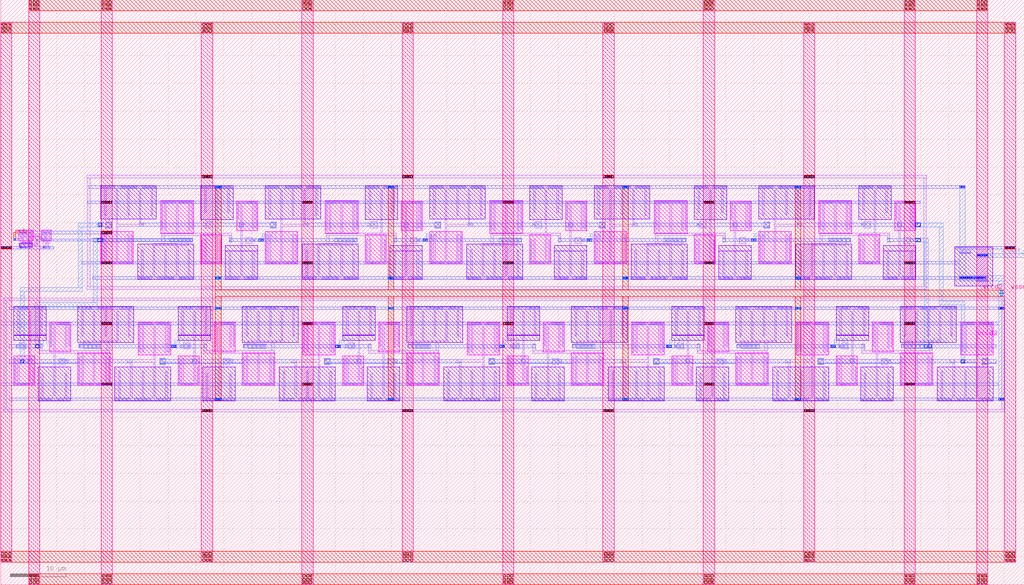
<source format=lef>
VERSION 5.7 ;
  NOWIREEXTENSIONATPIN ON ;
  DIVIDERCHAR "/" ;
  BUSBITCHARS "[]" ;
MACRO ring_osc_r100
  CLASS BLOCK ;
  FOREIGN ring_osc_r100 ;
  ORIGIN -0.500 0.290 ;
  SIZE 181.000 BY 38.660 ;
  OBS
      LAYER pwell ;
        RECT 18.390 32.310 28.420 38.370 ;
      LAYER nwell ;
        RECT 3.630 28.505 6.310 30.340 ;
        RECT 7.800 28.505 9.560 30.340 ;
      LAYER pwell ;
        RECT 4.310 27.985 6.115 28.215 ;
        RECT 3.825 27.305 6.115 27.985 ;
        RECT 3.970 27.115 4.140 27.305 ;
        RECT 8.135 27.115 8.305 27.285 ;
      LAYER nwell ;
        RECT 18.390 24.245 24.240 30.120 ;
        RECT 29.220 29.780 35.070 35.635 ;
      LAYER pwell ;
        RECT 36.365 32.270 42.215 38.370 ;
      LAYER nwell ;
        RECT 42.840 30.310 46.600 35.585 ;
      LAYER pwell ;
        RECT 47.890 32.310 57.920 38.370 ;
        RECT 25.040 21.460 35.070 27.860 ;
      LAYER nwell ;
        RECT 36.365 24.250 40.125 29.560 ;
      LAYER pwell ;
        RECT 40.745 26.625 46.595 27.565 ;
        RECT 40.745 26.575 46.600 26.625 ;
        RECT 40.750 21.465 46.600 26.575 ;
      LAYER nwell ;
        RECT 47.890 24.245 53.740 30.120 ;
        RECT 58.720 29.780 64.570 35.635 ;
      LAYER pwell ;
        RECT 65.865 32.270 71.715 38.370 ;
      LAYER nwell ;
        RECT 72.340 30.310 76.100 35.585 ;
      LAYER pwell ;
        RECT 77.390 32.310 87.420 38.370 ;
        RECT 54.540 21.460 64.570 27.860 ;
      LAYER nwell ;
        RECT 65.865 24.250 69.625 29.560 ;
      LAYER pwell ;
        RECT 70.245 26.625 76.095 27.565 ;
        RECT 70.245 26.575 76.100 26.625 ;
        RECT 70.250 21.465 76.100 26.575 ;
      LAYER nwell ;
        RECT 77.390 24.245 83.240 30.120 ;
        RECT 88.220 29.780 94.070 35.635 ;
      LAYER pwell ;
        RECT 95.365 32.270 101.215 38.370 ;
      LAYER nwell ;
        RECT 101.840 30.310 105.600 35.585 ;
      LAYER pwell ;
        RECT 106.890 32.310 116.920 38.370 ;
        RECT 84.040 21.460 94.070 27.860 ;
      LAYER nwell ;
        RECT 95.365 24.250 99.125 29.560 ;
      LAYER pwell ;
        RECT 99.745 26.625 105.595 27.565 ;
        RECT 99.745 26.575 105.600 26.625 ;
        RECT 99.750 21.465 105.600 26.575 ;
      LAYER nwell ;
        RECT 106.890 24.245 112.740 30.120 ;
        RECT 117.720 29.780 123.570 35.635 ;
      LAYER pwell ;
        RECT 124.865 32.270 130.715 38.370 ;
      LAYER nwell ;
        RECT 131.340 30.310 135.100 35.585 ;
      LAYER pwell ;
        RECT 136.390 32.310 146.420 38.370 ;
        RECT 113.540 21.460 123.570 27.860 ;
      LAYER nwell ;
        RECT 124.865 24.250 128.625 29.560 ;
      LAYER pwell ;
        RECT 129.245 26.625 135.095 27.565 ;
        RECT 129.245 26.575 135.100 26.625 ;
        RECT 129.250 21.465 135.100 26.575 ;
      LAYER nwell ;
        RECT 136.390 24.245 142.240 30.120 ;
        RECT 147.220 29.780 153.070 35.635 ;
      LAYER pwell ;
        RECT 154.365 32.270 160.215 38.370 ;
      LAYER nwell ;
        RECT 160.840 30.310 164.600 35.585 ;
      LAYER pwell ;
        RECT 143.040 21.460 153.070 27.860 ;
      LAYER nwell ;
        RECT 154.365 24.250 158.125 29.560 ;
      LAYER pwell ;
        RECT 158.745 26.625 164.595 27.565 ;
        RECT 158.745 26.575 164.600 26.625 ;
        RECT 158.750 21.465 164.600 26.575 ;
        RECT 171.590 20.280 178.380 27.280 ;
        RECT 2.790 11.505 8.640 16.615 ;
        RECT 2.790 11.455 8.645 11.505 ;
        RECT 2.795 10.515 8.645 11.455 ;
      LAYER nwell ;
        RECT 9.265 8.520 13.025 13.830 ;
      LAYER pwell ;
        RECT 14.320 10.220 24.350 16.620 ;
      LAYER nwell ;
        RECT 2.790 2.495 6.550 7.770 ;
      LAYER pwell ;
        RECT 7.175 -0.290 13.025 5.810 ;
      LAYER nwell ;
        RECT 14.320 2.445 20.170 8.300 ;
        RECT 25.150 7.960 31.000 13.835 ;
      LAYER pwell ;
        RECT 32.290 11.505 38.140 16.615 ;
        RECT 32.290 11.455 38.145 11.505 ;
        RECT 32.295 10.515 38.145 11.455 ;
      LAYER nwell ;
        RECT 38.765 8.520 42.525 13.830 ;
      LAYER pwell ;
        RECT 43.820 10.220 53.850 16.620 ;
        RECT 20.970 -0.290 31.000 5.770 ;
      LAYER nwell ;
        RECT 32.290 2.495 36.050 7.770 ;
      LAYER pwell ;
        RECT 36.675 -0.290 42.525 5.810 ;
      LAYER nwell ;
        RECT 43.820 2.445 49.670 8.300 ;
        RECT 54.650 7.960 60.500 13.835 ;
      LAYER pwell ;
        RECT 61.790 11.505 67.640 16.615 ;
        RECT 61.790 11.455 67.645 11.505 ;
        RECT 61.795 10.515 67.645 11.455 ;
      LAYER nwell ;
        RECT 68.265 8.520 72.025 13.830 ;
      LAYER pwell ;
        RECT 73.320 10.220 83.350 16.620 ;
        RECT 50.470 -0.290 60.500 5.770 ;
      LAYER nwell ;
        RECT 61.790 2.495 65.550 7.770 ;
      LAYER pwell ;
        RECT 66.175 -0.290 72.025 5.810 ;
      LAYER nwell ;
        RECT 73.320 2.445 79.170 8.300 ;
        RECT 84.150 7.960 90.000 13.835 ;
      LAYER pwell ;
        RECT 91.290 11.505 97.140 16.615 ;
        RECT 91.290 11.455 97.145 11.505 ;
        RECT 91.295 10.515 97.145 11.455 ;
      LAYER nwell ;
        RECT 97.765 8.520 101.525 13.830 ;
      LAYER pwell ;
        RECT 102.820 10.220 112.850 16.620 ;
        RECT 79.970 -0.290 90.000 5.770 ;
      LAYER nwell ;
        RECT 91.290 2.495 95.050 7.770 ;
      LAYER pwell ;
        RECT 95.675 -0.290 101.525 5.810 ;
      LAYER nwell ;
        RECT 102.820 2.445 108.670 8.300 ;
        RECT 113.650 7.960 119.500 13.835 ;
      LAYER pwell ;
        RECT 120.790 11.505 126.640 16.615 ;
        RECT 120.790 11.455 126.645 11.505 ;
        RECT 120.795 10.515 126.645 11.455 ;
      LAYER nwell ;
        RECT 127.265 8.520 131.025 13.830 ;
      LAYER pwell ;
        RECT 132.320 10.220 142.350 16.620 ;
        RECT 109.470 -0.290 119.500 5.770 ;
      LAYER nwell ;
        RECT 120.790 2.495 124.550 7.770 ;
      LAYER pwell ;
        RECT 125.175 -0.290 131.025 5.810 ;
      LAYER nwell ;
        RECT 132.320 2.445 138.170 8.300 ;
        RECT 143.150 7.960 149.000 13.835 ;
      LAYER pwell ;
        RECT 150.290 11.505 156.140 16.615 ;
        RECT 150.290 11.455 156.145 11.505 ;
        RECT 150.295 10.515 156.145 11.455 ;
      LAYER nwell ;
        RECT 156.765 8.520 160.525 13.830 ;
      LAYER pwell ;
        RECT 161.820 10.220 171.850 16.620 ;
        RECT 138.970 -0.290 149.000 5.770 ;
      LAYER nwell ;
        RECT 150.290 2.495 154.050 7.770 ;
      LAYER pwell ;
        RECT 154.675 -0.290 160.525 5.810 ;
      LAYER nwell ;
        RECT 161.820 2.445 167.670 8.300 ;
        RECT 172.650 7.960 178.500 13.835 ;
      LAYER pwell ;
        RECT 168.470 -0.290 178.500 5.770 ;
      LAYER li1 ;
        RECT 18.570 37.840 20.915 38.320 ;
        RECT 21.980 37.840 24.840 38.320 ;
        RECT 25.895 37.840 28.240 38.320 ;
        RECT 36.545 37.840 38.890 38.320 ;
        RECT 39.690 37.840 42.035 38.320 ;
        RECT 48.070 37.840 50.415 38.320 ;
        RECT 51.480 37.840 54.340 38.320 ;
        RECT 55.395 37.840 57.740 38.320 ;
        RECT 66.045 37.840 68.390 38.320 ;
        RECT 69.190 37.840 71.535 38.320 ;
        RECT 77.570 37.840 79.915 38.320 ;
        RECT 80.980 37.840 83.840 38.320 ;
        RECT 84.895 37.840 87.240 38.320 ;
        RECT 95.545 37.840 97.890 38.320 ;
        RECT 98.690 37.840 101.035 38.320 ;
        RECT 107.070 37.840 109.415 38.320 ;
        RECT 110.480 37.840 113.340 38.320 ;
        RECT 114.395 37.840 116.740 38.320 ;
        RECT 125.045 37.840 127.390 38.320 ;
        RECT 128.190 37.840 130.535 38.320 ;
        RECT 136.570 37.840 138.915 38.320 ;
        RECT 139.980 37.840 142.840 38.320 ;
        RECT 143.895 37.840 146.240 38.320 ;
        RECT 154.545 37.840 156.890 38.320 ;
        RECT 157.690 37.840 160.035 38.320 ;
        RECT 19.080 33.245 19.370 37.840 ;
        RECT 19.140 33.000 19.310 33.245 ;
        RECT 19.290 30.790 20.420 31.790 ;
        RECT 21.170 31.480 21.460 37.540 ;
        RECT 23.260 33.245 23.550 37.840 ;
        RECT 23.320 33.000 23.490 33.245 ;
        RECT 25.350 31.580 25.640 37.540 ;
        RECT 27.440 33.245 27.730 37.840 ;
        RECT 29.400 35.455 31.745 35.600 ;
        RECT 32.545 35.455 34.890 35.600 ;
        RECT 29.400 35.285 34.890 35.455 ;
        RECT 29.400 35.120 31.745 35.285 ;
        RECT 32.545 35.120 34.890 35.285 ;
        RECT 27.500 33.235 27.695 33.245 ;
        RECT 27.500 33.000 27.670 33.235 ;
        RECT 25.350 31.480 26.170 31.580 ;
        RECT 21.170 30.980 26.170 31.480 ;
        RECT 4.340 30.005 5.310 30.160 ;
        RECT 8.340 30.005 9.310 30.160 ;
        RECT 3.820 29.835 6.120 30.005 ;
        RECT 7.990 29.835 9.370 30.005 ;
        RECT 3.905 29.265 4.165 29.665 ;
        RECT 4.335 29.435 5.270 29.835 ;
        RECT 5.440 29.325 6.035 29.665 ;
        RECT 3.905 29.095 5.270 29.265 ;
        RECT 3.905 28.195 4.365 28.925 ;
        RECT 4.535 28.025 5.270 29.095 ;
        RECT 3.905 27.855 5.270 28.025 ;
        RECT 5.440 28.005 5.615 29.325 ;
        RECT 6.330 29.155 7.780 29.375 ;
        RECT 5.795 29.075 7.780 29.155 ;
        RECT 8.265 29.110 8.595 29.835 ;
        RECT 5.795 28.855 6.630 29.075 ;
        RECT 7.480 28.940 7.780 29.075 ;
        RECT 5.795 28.175 6.035 28.855 ;
        RECT 5.440 27.875 6.035 28.005 ;
        RECT 6.860 27.875 7.160 28.710 ;
        RECT 7.480 28.640 8.595 28.940 ;
        RECT 3.905 27.455 4.165 27.855 ;
        RECT 4.335 27.285 5.270 27.685 ;
        RECT 5.440 27.575 7.160 27.875 ;
        RECT 5.440 27.455 6.035 27.575 ;
        RECT 8.075 27.455 8.595 28.640 ;
        RECT 8.765 28.115 9.285 29.665 ;
        RECT 8.765 27.285 9.105 27.945 ;
        RECT 3.820 27.115 6.120 27.285 ;
        RECT 7.990 27.115 9.370 27.285 ;
        RECT 18.570 24.720 18.740 29.575 ;
        RECT 19.080 24.720 19.370 29.570 ;
        RECT 21.170 25.030 21.460 30.980 ;
        RECT 29.400 30.460 29.570 35.120 ;
        RECT 29.910 30.290 30.200 35.120 ;
        RECT 32.000 29.850 32.290 34.850 ;
        RECT 34.090 30.290 34.380 35.120 ;
        RECT 34.720 30.520 34.890 35.120 ;
        RECT 37.055 33.490 37.345 37.840 ;
        RECT 37.290 31.580 38.490 31.890 ;
        RECT 36.790 30.960 38.490 31.580 ;
        RECT 37.290 30.760 38.490 30.960 ;
        RECT 39.140 29.850 39.435 37.530 ;
        RECT 41.235 33.490 41.525 37.840 ;
        RECT 44.325 35.570 46.420 35.600 ;
        RECT 44.170 35.405 46.420 35.570 ;
        RECT 43.020 35.235 46.420 35.405 ;
        RECT 43.020 32.260 43.190 35.235 ;
        RECT 44.170 35.150 46.420 35.235 ;
        RECT 44.325 35.120 46.420 35.150 ;
        RECT 43.525 31.675 43.820 34.750 ;
        RECT 43.295 30.895 44.035 31.675 ;
        RECT 23.260 24.720 23.550 29.570 ;
        RECT 23.890 24.720 24.060 29.575 ;
        RECT 29.360 29.350 41.955 29.850 ;
        RECT 29.360 27.910 29.860 29.350 ;
        RECT 30.890 28.320 34.890 28.920 ;
        RECT 32.890 28.200 34.890 28.320 ;
        RECT 27.820 27.620 32.290 27.910 ;
        RECT 32.890 27.620 34.090 28.200 ;
        RECT 25.790 26.595 25.960 26.830 ;
        RECT 25.765 26.585 25.960 26.595 ;
        RECT 18.570 24.595 20.915 24.720 ;
        RECT 21.715 24.690 24.060 24.720 ;
        RECT 21.715 24.595 24.240 24.690 ;
        RECT 18.570 24.425 24.240 24.595 ;
        RECT 18.570 24.240 20.915 24.425 ;
        RECT 21.715 24.270 24.240 24.425 ;
        RECT 21.715 24.240 24.060 24.270 ;
        RECT 25.730 22.000 26.020 26.585 ;
        RECT 27.820 22.290 28.110 27.620 ;
        RECT 29.970 26.585 30.140 26.810 ;
        RECT 29.910 22.000 30.200 26.585 ;
        RECT 32.000 22.290 32.290 27.620 ;
        RECT 34.150 26.585 34.320 26.810 ;
        RECT 34.090 22.000 34.380 26.585 ;
        RECT 36.545 24.720 36.715 28.645 ;
        RECT 37.055 24.720 37.345 28.790 ;
        RECT 39.145 25.085 39.440 29.350 ;
        RECT 36.545 24.690 38.640 24.720 ;
        RECT 36.545 24.600 38.795 24.690 ;
        RECT 39.775 24.600 39.945 28.635 ;
        RECT 41.455 28.200 41.955 29.350 ;
        RECT 36.545 24.430 39.945 24.600 ;
        RECT 36.545 24.270 38.795 24.430 ;
        RECT 36.545 24.240 38.640 24.270 ;
        RECT 41.440 22.000 41.730 26.345 ;
        RECT 43.525 22.305 43.820 30.895 ;
        RECT 45.620 30.710 45.910 35.120 ;
        RECT 46.250 30.705 46.420 35.120 ;
        RECT 48.580 33.245 48.870 37.840 ;
        RECT 48.640 33.000 48.810 33.245 ;
        RECT 48.790 30.790 49.920 31.790 ;
        RECT 50.670 31.480 50.960 37.540 ;
        RECT 52.760 33.245 53.050 37.840 ;
        RECT 52.820 33.000 52.990 33.245 ;
        RECT 54.850 31.580 55.140 37.540 ;
        RECT 56.940 33.245 57.230 37.840 ;
        RECT 58.900 35.455 61.245 35.600 ;
        RECT 62.045 35.455 64.390 35.600 ;
        RECT 58.900 35.285 64.390 35.455 ;
        RECT 58.900 35.120 61.245 35.285 ;
        RECT 62.045 35.120 64.390 35.285 ;
        RECT 57.000 33.235 57.195 33.245 ;
        RECT 57.000 33.000 57.170 33.235 ;
        RECT 54.850 31.480 55.670 31.580 ;
        RECT 50.670 30.980 55.670 31.480 ;
        RECT 44.440 28.860 45.620 29.060 ;
        RECT 44.440 28.260 46.120 28.860 ;
        RECT 44.440 27.980 45.620 28.260 ;
        RECT 45.620 22.000 45.910 26.345 ;
        RECT 48.070 24.720 48.240 29.575 ;
        RECT 48.580 24.720 48.870 29.570 ;
        RECT 50.670 25.030 50.960 30.980 ;
        RECT 58.900 30.460 59.070 35.120 ;
        RECT 59.410 30.290 59.700 35.120 ;
        RECT 61.500 29.850 61.790 34.850 ;
        RECT 63.590 30.290 63.880 35.120 ;
        RECT 64.220 30.520 64.390 35.120 ;
        RECT 66.555 33.490 66.845 37.840 ;
        RECT 66.790 31.580 67.990 31.890 ;
        RECT 66.290 30.960 67.990 31.580 ;
        RECT 66.790 30.760 67.990 30.960 ;
        RECT 68.640 29.850 68.935 37.530 ;
        RECT 70.735 33.490 71.025 37.840 ;
        RECT 73.825 35.570 75.920 35.600 ;
        RECT 73.670 35.405 75.920 35.570 ;
        RECT 72.520 35.235 75.920 35.405 ;
        RECT 72.520 32.260 72.690 35.235 ;
        RECT 73.670 35.150 75.920 35.235 ;
        RECT 73.825 35.120 75.920 35.150 ;
        RECT 73.025 31.675 73.320 34.750 ;
        RECT 72.795 30.895 73.535 31.675 ;
        RECT 52.760 24.720 53.050 29.570 ;
        RECT 53.390 24.720 53.560 29.575 ;
        RECT 58.860 29.350 71.455 29.850 ;
        RECT 58.860 27.910 59.360 29.350 ;
        RECT 60.390 28.320 64.390 28.920 ;
        RECT 62.390 28.200 64.390 28.320 ;
        RECT 57.320 27.620 61.790 27.910 ;
        RECT 62.390 27.620 63.590 28.200 ;
        RECT 55.290 26.595 55.460 26.830 ;
        RECT 55.265 26.585 55.460 26.595 ;
        RECT 48.070 24.595 50.415 24.720 ;
        RECT 51.215 24.690 53.560 24.720 ;
        RECT 51.215 24.595 53.740 24.690 ;
        RECT 48.070 24.425 53.740 24.595 ;
        RECT 48.070 24.240 50.415 24.425 ;
        RECT 51.215 24.270 53.740 24.425 ;
        RECT 51.215 24.240 53.560 24.270 ;
        RECT 55.230 22.000 55.520 26.585 ;
        RECT 57.320 22.290 57.610 27.620 ;
        RECT 59.470 26.585 59.640 26.810 ;
        RECT 59.410 22.000 59.700 26.585 ;
        RECT 61.500 22.290 61.790 27.620 ;
        RECT 63.650 26.585 63.820 26.810 ;
        RECT 63.590 22.000 63.880 26.585 ;
        RECT 66.045 24.720 66.215 28.645 ;
        RECT 66.555 24.720 66.845 28.790 ;
        RECT 68.645 25.085 68.940 29.350 ;
        RECT 66.045 24.690 68.140 24.720 ;
        RECT 66.045 24.600 68.295 24.690 ;
        RECT 69.275 24.600 69.445 28.635 ;
        RECT 70.955 28.200 71.455 29.350 ;
        RECT 66.045 24.430 69.445 24.600 ;
        RECT 66.045 24.270 68.295 24.430 ;
        RECT 66.045 24.240 68.140 24.270 ;
        RECT 70.940 22.000 71.230 26.345 ;
        RECT 73.025 22.305 73.320 30.895 ;
        RECT 75.120 30.710 75.410 35.120 ;
        RECT 75.750 30.705 75.920 35.120 ;
        RECT 78.080 33.245 78.370 37.840 ;
        RECT 78.140 33.000 78.310 33.245 ;
        RECT 78.290 30.790 79.420 31.790 ;
        RECT 80.170 31.480 80.460 37.540 ;
        RECT 82.260 33.245 82.550 37.840 ;
        RECT 82.320 33.000 82.490 33.245 ;
        RECT 84.350 31.580 84.640 37.540 ;
        RECT 86.440 33.245 86.730 37.840 ;
        RECT 88.400 35.455 90.745 35.600 ;
        RECT 91.545 35.455 93.890 35.600 ;
        RECT 88.400 35.285 93.890 35.455 ;
        RECT 88.400 35.120 90.745 35.285 ;
        RECT 91.545 35.120 93.890 35.285 ;
        RECT 86.500 33.235 86.695 33.245 ;
        RECT 86.500 33.000 86.670 33.235 ;
        RECT 84.350 31.480 85.170 31.580 ;
        RECT 80.170 30.980 85.170 31.480 ;
        RECT 73.940 28.860 75.120 29.060 ;
        RECT 73.940 28.260 75.620 28.860 ;
        RECT 73.940 27.980 75.120 28.260 ;
        RECT 75.120 22.000 75.410 26.345 ;
        RECT 77.570 24.720 77.740 29.575 ;
        RECT 78.080 24.720 78.370 29.570 ;
        RECT 80.170 25.030 80.460 30.980 ;
        RECT 88.400 30.460 88.570 35.120 ;
        RECT 88.910 30.290 89.200 35.120 ;
        RECT 91.000 29.850 91.290 34.850 ;
        RECT 93.090 30.290 93.380 35.120 ;
        RECT 93.720 30.520 93.890 35.120 ;
        RECT 96.055 33.490 96.345 37.840 ;
        RECT 96.290 31.580 97.490 31.890 ;
        RECT 95.790 30.960 97.490 31.580 ;
        RECT 96.290 30.760 97.490 30.960 ;
        RECT 98.140 29.850 98.435 37.530 ;
        RECT 100.235 33.490 100.525 37.840 ;
        RECT 103.325 35.570 105.420 35.600 ;
        RECT 103.170 35.405 105.420 35.570 ;
        RECT 102.020 35.235 105.420 35.405 ;
        RECT 102.020 32.260 102.190 35.235 ;
        RECT 103.170 35.150 105.420 35.235 ;
        RECT 103.325 35.120 105.420 35.150 ;
        RECT 102.525 31.675 102.820 34.750 ;
        RECT 102.295 30.895 103.035 31.675 ;
        RECT 82.260 24.720 82.550 29.570 ;
        RECT 82.890 24.720 83.060 29.575 ;
        RECT 88.360 29.350 100.955 29.850 ;
        RECT 88.360 27.910 88.860 29.350 ;
        RECT 89.890 28.320 93.890 28.920 ;
        RECT 91.890 28.200 93.890 28.320 ;
        RECT 86.820 27.620 91.290 27.910 ;
        RECT 91.890 27.620 93.090 28.200 ;
        RECT 84.790 26.595 84.960 26.830 ;
        RECT 84.765 26.585 84.960 26.595 ;
        RECT 77.570 24.595 79.915 24.720 ;
        RECT 80.715 24.690 83.060 24.720 ;
        RECT 80.715 24.595 83.240 24.690 ;
        RECT 77.570 24.425 83.240 24.595 ;
        RECT 77.570 24.240 79.915 24.425 ;
        RECT 80.715 24.270 83.240 24.425 ;
        RECT 80.715 24.240 83.060 24.270 ;
        RECT 84.730 22.000 85.020 26.585 ;
        RECT 86.820 22.290 87.110 27.620 ;
        RECT 88.970 26.585 89.140 26.810 ;
        RECT 88.910 22.000 89.200 26.585 ;
        RECT 91.000 22.290 91.290 27.620 ;
        RECT 93.150 26.585 93.320 26.810 ;
        RECT 93.090 22.000 93.380 26.585 ;
        RECT 95.545 24.720 95.715 28.645 ;
        RECT 96.055 24.720 96.345 28.790 ;
        RECT 98.145 25.085 98.440 29.350 ;
        RECT 95.545 24.690 97.640 24.720 ;
        RECT 95.545 24.600 97.795 24.690 ;
        RECT 98.775 24.600 98.945 28.635 ;
        RECT 100.455 28.200 100.955 29.350 ;
        RECT 95.545 24.430 98.945 24.600 ;
        RECT 95.545 24.270 97.795 24.430 ;
        RECT 95.545 24.240 97.640 24.270 ;
        RECT 100.440 22.000 100.730 26.345 ;
        RECT 102.525 22.305 102.820 30.895 ;
        RECT 104.620 30.710 104.910 35.120 ;
        RECT 105.250 30.705 105.420 35.120 ;
        RECT 107.580 33.245 107.870 37.840 ;
        RECT 107.640 33.000 107.810 33.245 ;
        RECT 107.790 30.790 108.920 31.790 ;
        RECT 109.670 31.480 109.960 37.540 ;
        RECT 111.760 33.245 112.050 37.840 ;
        RECT 111.820 33.000 111.990 33.245 ;
        RECT 113.850 31.580 114.140 37.540 ;
        RECT 115.940 33.245 116.230 37.840 ;
        RECT 117.900 35.455 120.245 35.600 ;
        RECT 121.045 35.455 123.390 35.600 ;
        RECT 117.900 35.285 123.390 35.455 ;
        RECT 117.900 35.120 120.245 35.285 ;
        RECT 121.045 35.120 123.390 35.285 ;
        RECT 116.000 33.235 116.195 33.245 ;
        RECT 116.000 33.000 116.170 33.235 ;
        RECT 113.850 31.480 114.670 31.580 ;
        RECT 109.670 30.980 114.670 31.480 ;
        RECT 103.440 28.860 104.620 29.060 ;
        RECT 103.440 28.260 105.120 28.860 ;
        RECT 103.440 27.980 104.620 28.260 ;
        RECT 104.620 22.000 104.910 26.345 ;
        RECT 107.070 24.720 107.240 29.575 ;
        RECT 107.580 24.720 107.870 29.570 ;
        RECT 109.670 25.030 109.960 30.980 ;
        RECT 117.900 30.460 118.070 35.120 ;
        RECT 118.410 30.290 118.700 35.120 ;
        RECT 120.500 29.850 120.790 34.850 ;
        RECT 122.590 30.290 122.880 35.120 ;
        RECT 123.220 30.520 123.390 35.120 ;
        RECT 125.555 33.490 125.845 37.840 ;
        RECT 125.790 31.580 126.990 31.890 ;
        RECT 125.290 30.960 126.990 31.580 ;
        RECT 125.790 30.760 126.990 30.960 ;
        RECT 127.640 29.850 127.935 37.530 ;
        RECT 129.735 33.490 130.025 37.840 ;
        RECT 132.825 35.570 134.920 35.600 ;
        RECT 132.670 35.405 134.920 35.570 ;
        RECT 131.520 35.235 134.920 35.405 ;
        RECT 131.520 32.260 131.690 35.235 ;
        RECT 132.670 35.150 134.920 35.235 ;
        RECT 132.825 35.120 134.920 35.150 ;
        RECT 132.025 31.675 132.320 34.750 ;
        RECT 131.795 30.895 132.535 31.675 ;
        RECT 111.760 24.720 112.050 29.570 ;
        RECT 112.390 24.720 112.560 29.575 ;
        RECT 117.860 29.350 130.455 29.850 ;
        RECT 117.860 27.910 118.360 29.350 ;
        RECT 119.390 28.320 123.390 28.920 ;
        RECT 121.390 28.200 123.390 28.320 ;
        RECT 116.320 27.620 120.790 27.910 ;
        RECT 121.390 27.620 122.590 28.200 ;
        RECT 114.290 26.595 114.460 26.830 ;
        RECT 114.265 26.585 114.460 26.595 ;
        RECT 107.070 24.595 109.415 24.720 ;
        RECT 110.215 24.690 112.560 24.720 ;
        RECT 110.215 24.595 112.740 24.690 ;
        RECT 107.070 24.425 112.740 24.595 ;
        RECT 107.070 24.240 109.415 24.425 ;
        RECT 110.215 24.270 112.740 24.425 ;
        RECT 110.215 24.240 112.560 24.270 ;
        RECT 114.230 22.000 114.520 26.585 ;
        RECT 116.320 22.290 116.610 27.620 ;
        RECT 118.470 26.585 118.640 26.810 ;
        RECT 118.410 22.000 118.700 26.585 ;
        RECT 120.500 22.290 120.790 27.620 ;
        RECT 122.650 26.585 122.820 26.810 ;
        RECT 122.590 22.000 122.880 26.585 ;
        RECT 125.045 24.720 125.215 28.645 ;
        RECT 125.555 24.720 125.845 28.790 ;
        RECT 127.645 25.085 127.940 29.350 ;
        RECT 125.045 24.690 127.140 24.720 ;
        RECT 125.045 24.600 127.295 24.690 ;
        RECT 128.275 24.600 128.445 28.635 ;
        RECT 129.955 28.200 130.455 29.350 ;
        RECT 125.045 24.430 128.445 24.600 ;
        RECT 125.045 24.270 127.295 24.430 ;
        RECT 125.045 24.240 127.140 24.270 ;
        RECT 129.940 22.000 130.230 26.345 ;
        RECT 132.025 22.305 132.320 30.895 ;
        RECT 134.120 30.710 134.410 35.120 ;
        RECT 134.750 30.705 134.920 35.120 ;
        RECT 137.080 33.245 137.370 37.840 ;
        RECT 137.140 33.000 137.310 33.245 ;
        RECT 137.290 30.790 138.420 31.790 ;
        RECT 139.170 31.480 139.460 37.540 ;
        RECT 141.260 33.245 141.550 37.840 ;
        RECT 141.320 33.000 141.490 33.245 ;
        RECT 143.350 31.580 143.640 37.540 ;
        RECT 145.440 33.245 145.730 37.840 ;
        RECT 147.400 35.455 149.745 35.600 ;
        RECT 150.545 35.455 152.890 35.600 ;
        RECT 147.400 35.285 152.890 35.455 ;
        RECT 147.400 35.120 149.745 35.285 ;
        RECT 150.545 35.120 152.890 35.285 ;
        RECT 145.500 33.235 145.695 33.245 ;
        RECT 145.500 33.000 145.670 33.235 ;
        RECT 143.350 31.480 144.170 31.580 ;
        RECT 139.170 30.980 144.170 31.480 ;
        RECT 132.940 28.860 134.120 29.060 ;
        RECT 132.940 28.260 134.620 28.860 ;
        RECT 132.940 27.980 134.120 28.260 ;
        RECT 134.120 22.000 134.410 26.345 ;
        RECT 136.570 24.720 136.740 29.575 ;
        RECT 137.080 24.720 137.370 29.570 ;
        RECT 139.170 25.030 139.460 30.980 ;
        RECT 147.400 30.460 147.570 35.120 ;
        RECT 147.910 30.290 148.200 35.120 ;
        RECT 150.000 29.850 150.290 34.850 ;
        RECT 152.090 30.290 152.380 35.120 ;
        RECT 152.720 30.520 152.890 35.120 ;
        RECT 155.055 33.490 155.345 37.840 ;
        RECT 155.290 31.580 156.490 31.890 ;
        RECT 154.790 30.960 156.490 31.580 ;
        RECT 155.290 30.760 156.490 30.960 ;
        RECT 157.140 29.850 157.435 37.530 ;
        RECT 159.235 33.490 159.525 37.840 ;
        RECT 162.325 35.570 164.420 35.600 ;
        RECT 162.170 35.405 164.420 35.570 ;
        RECT 161.020 35.235 164.420 35.405 ;
        RECT 161.020 32.260 161.190 35.235 ;
        RECT 162.170 35.150 164.420 35.235 ;
        RECT 162.325 35.120 164.420 35.150 ;
        RECT 161.525 31.675 161.820 34.750 ;
        RECT 161.295 30.895 162.035 31.675 ;
        RECT 141.260 24.720 141.550 29.570 ;
        RECT 141.890 24.720 142.060 29.575 ;
        RECT 147.360 29.350 159.955 29.850 ;
        RECT 147.360 27.910 147.860 29.350 ;
        RECT 148.890 28.320 152.890 28.920 ;
        RECT 150.890 28.200 152.890 28.320 ;
        RECT 145.820 27.620 150.290 27.910 ;
        RECT 150.890 27.620 152.090 28.200 ;
        RECT 143.790 26.595 143.960 26.830 ;
        RECT 143.765 26.585 143.960 26.595 ;
        RECT 136.570 24.595 138.915 24.720 ;
        RECT 139.715 24.690 142.060 24.720 ;
        RECT 139.715 24.595 142.240 24.690 ;
        RECT 136.570 24.425 142.240 24.595 ;
        RECT 136.570 24.240 138.915 24.425 ;
        RECT 139.715 24.270 142.240 24.425 ;
        RECT 139.715 24.240 142.060 24.270 ;
        RECT 143.730 22.000 144.020 26.585 ;
        RECT 145.820 22.290 146.110 27.620 ;
        RECT 147.970 26.585 148.140 26.810 ;
        RECT 147.910 22.000 148.200 26.585 ;
        RECT 150.000 22.290 150.290 27.620 ;
        RECT 152.150 26.585 152.320 26.810 ;
        RECT 152.090 22.000 152.380 26.585 ;
        RECT 154.545 24.720 154.715 28.645 ;
        RECT 155.055 24.720 155.345 28.790 ;
        RECT 157.145 25.085 157.440 29.350 ;
        RECT 154.545 24.690 156.640 24.720 ;
        RECT 154.545 24.600 156.795 24.690 ;
        RECT 157.775 24.600 157.945 28.635 ;
        RECT 159.455 28.200 159.955 29.350 ;
        RECT 154.545 24.430 157.945 24.600 ;
        RECT 154.545 24.270 156.795 24.430 ;
        RECT 154.545 24.240 156.640 24.270 ;
        RECT 159.440 22.000 159.730 26.345 ;
        RECT 161.525 22.305 161.820 30.895 ;
        RECT 163.620 30.710 163.910 35.120 ;
        RECT 164.250 30.705 164.420 35.120 ;
        RECT 162.440 28.860 163.620 29.060 ;
        RECT 162.440 28.260 164.120 28.860 ;
        RECT 162.440 27.980 163.620 28.260 ;
        RECT 163.620 22.000 163.910 26.345 ;
        RECT 172.420 26.200 174.420 26.370 ;
        RECT 172.500 26.170 174.340 26.200 ;
        RECT 175.550 25.740 177.550 25.910 ;
        RECT 175.630 25.710 177.470 25.740 ;
        RECT 25.220 21.520 27.570 22.000 ;
        RECT 28.620 21.520 31.480 22.000 ;
        RECT 32.545 21.520 34.890 22.000 ;
        RECT 40.930 21.970 43.270 22.000 ;
        RECT 44.080 21.970 46.420 22.000 ;
        RECT 40.930 21.550 43.275 21.970 ;
        RECT 44.075 21.550 46.420 21.970 ;
        RECT 40.930 21.520 43.270 21.550 ;
        RECT 44.080 21.520 46.420 21.550 ;
        RECT 54.720 21.520 57.070 22.000 ;
        RECT 58.120 21.520 60.980 22.000 ;
        RECT 62.045 21.520 64.390 22.000 ;
        RECT 70.430 21.970 72.770 22.000 ;
        RECT 73.580 21.970 75.920 22.000 ;
        RECT 70.430 21.550 72.775 21.970 ;
        RECT 73.575 21.550 75.920 21.970 ;
        RECT 70.430 21.520 72.770 21.550 ;
        RECT 73.580 21.520 75.920 21.550 ;
        RECT 84.220 21.520 86.570 22.000 ;
        RECT 87.620 21.520 90.480 22.000 ;
        RECT 91.545 21.520 93.890 22.000 ;
        RECT 99.930 21.970 102.270 22.000 ;
        RECT 103.080 21.970 105.420 22.000 ;
        RECT 99.930 21.550 102.275 21.970 ;
        RECT 103.075 21.550 105.420 21.970 ;
        RECT 99.930 21.520 102.270 21.550 ;
        RECT 103.080 21.520 105.420 21.550 ;
        RECT 113.720 21.520 116.070 22.000 ;
        RECT 117.120 21.520 119.980 22.000 ;
        RECT 121.045 21.520 123.390 22.000 ;
        RECT 129.430 21.970 131.770 22.000 ;
        RECT 132.580 21.970 134.920 22.000 ;
        RECT 129.430 21.550 131.775 21.970 ;
        RECT 132.575 21.550 134.920 21.970 ;
        RECT 129.430 21.520 131.770 21.550 ;
        RECT 132.580 21.520 134.920 21.550 ;
        RECT 143.220 21.520 145.570 22.000 ;
        RECT 146.620 21.520 149.480 22.000 ;
        RECT 150.545 21.520 152.890 22.000 ;
        RECT 158.930 21.970 161.270 22.000 ;
        RECT 162.080 21.970 164.420 22.000 ;
        RECT 158.930 21.550 161.275 21.970 ;
        RECT 162.075 21.550 164.420 21.970 ;
        RECT 172.500 21.820 174.340 21.850 ;
        RECT 172.420 21.650 174.420 21.820 ;
        RECT 158.930 21.520 161.270 21.550 ;
        RECT 162.080 21.520 164.420 21.550 ;
        RECT 175.630 21.360 177.470 21.390 ;
        RECT 175.550 21.190 177.550 21.360 ;
        RECT 2.970 16.530 5.310 16.560 ;
        RECT 6.120 16.530 8.460 16.560 ;
        RECT 2.970 16.110 5.315 16.530 ;
        RECT 6.115 16.110 8.460 16.530 ;
        RECT 2.970 16.080 5.310 16.110 ;
        RECT 6.120 16.080 8.460 16.110 ;
        RECT 14.500 16.080 16.845 16.560 ;
        RECT 17.910 16.080 20.770 16.560 ;
        RECT 21.820 16.080 24.170 16.560 ;
        RECT 32.470 16.530 34.810 16.560 ;
        RECT 35.620 16.530 37.960 16.560 ;
        RECT 32.470 16.110 34.815 16.530 ;
        RECT 35.615 16.110 37.960 16.530 ;
        RECT 32.470 16.080 34.810 16.110 ;
        RECT 35.620 16.080 37.960 16.110 ;
        RECT 44.000 16.080 46.345 16.560 ;
        RECT 47.410 16.080 50.270 16.560 ;
        RECT 51.320 16.080 53.670 16.560 ;
        RECT 61.970 16.530 64.310 16.560 ;
        RECT 65.120 16.530 67.460 16.560 ;
        RECT 61.970 16.110 64.315 16.530 ;
        RECT 65.115 16.110 67.460 16.530 ;
        RECT 61.970 16.080 64.310 16.110 ;
        RECT 65.120 16.080 67.460 16.110 ;
        RECT 73.500 16.080 75.845 16.560 ;
        RECT 76.910 16.080 79.770 16.560 ;
        RECT 80.820 16.080 83.170 16.560 ;
        RECT 91.470 16.530 93.810 16.560 ;
        RECT 94.620 16.530 96.960 16.560 ;
        RECT 91.470 16.110 93.815 16.530 ;
        RECT 94.615 16.110 96.960 16.530 ;
        RECT 91.470 16.080 93.810 16.110 ;
        RECT 94.620 16.080 96.960 16.110 ;
        RECT 103.000 16.080 105.345 16.560 ;
        RECT 106.410 16.080 109.270 16.560 ;
        RECT 110.320 16.080 112.670 16.560 ;
        RECT 120.970 16.530 123.310 16.560 ;
        RECT 124.120 16.530 126.460 16.560 ;
        RECT 120.970 16.110 123.315 16.530 ;
        RECT 124.115 16.110 126.460 16.530 ;
        RECT 120.970 16.080 123.310 16.110 ;
        RECT 124.120 16.080 126.460 16.110 ;
        RECT 132.500 16.080 134.845 16.560 ;
        RECT 135.910 16.080 138.770 16.560 ;
        RECT 139.820 16.080 142.170 16.560 ;
        RECT 150.470 16.530 152.810 16.560 ;
        RECT 153.620 16.530 155.960 16.560 ;
        RECT 150.470 16.110 152.815 16.530 ;
        RECT 153.615 16.110 155.960 16.530 ;
        RECT 150.470 16.080 152.810 16.110 ;
        RECT 153.620 16.080 155.960 16.110 ;
        RECT 162.000 16.080 164.345 16.560 ;
        RECT 165.410 16.080 168.270 16.560 ;
        RECT 169.320 16.080 171.670 16.560 ;
        RECT 3.480 11.735 3.770 16.080 ;
        RECT 3.770 9.820 4.950 10.100 ;
        RECT 3.270 9.220 4.950 9.820 ;
        RECT 3.770 9.020 4.950 9.220 ;
        RECT 2.970 2.960 3.140 7.375 ;
        RECT 3.480 2.960 3.770 7.370 ;
        RECT 5.570 7.185 5.865 15.775 ;
        RECT 7.660 11.735 7.950 16.080 ;
        RECT 10.750 13.810 12.845 13.840 ;
        RECT 10.595 13.650 12.845 13.810 ;
        RECT 9.445 13.480 12.845 13.650 ;
        RECT 7.435 8.730 7.935 9.880 ;
        RECT 9.445 9.445 9.615 13.480 ;
        RECT 10.595 13.390 12.845 13.480 ;
        RECT 10.750 13.360 12.845 13.390 ;
        RECT 9.950 8.730 10.245 12.995 ;
        RECT 12.045 9.290 12.335 13.360 ;
        RECT 12.675 9.435 12.845 13.360 ;
        RECT 15.010 11.495 15.300 16.080 ;
        RECT 15.070 11.270 15.240 11.495 ;
        RECT 17.100 10.460 17.390 15.790 ;
        RECT 19.190 11.495 19.480 16.080 ;
        RECT 19.250 11.270 19.420 11.495 ;
        RECT 21.280 10.460 21.570 15.790 ;
        RECT 23.370 11.495 23.660 16.080 ;
        RECT 25.330 13.810 27.675 13.840 ;
        RECT 25.150 13.655 27.675 13.810 ;
        RECT 28.475 13.655 30.820 13.840 ;
        RECT 25.150 13.485 30.820 13.655 ;
        RECT 25.150 13.390 27.675 13.485 ;
        RECT 25.330 13.360 27.675 13.390 ;
        RECT 28.475 13.360 30.820 13.485 ;
        RECT 23.430 11.485 23.625 11.495 ;
        RECT 23.430 11.250 23.600 11.485 ;
        RECT 15.300 9.880 16.500 10.460 ;
        RECT 17.100 10.170 21.570 10.460 ;
        RECT 14.500 9.760 16.500 9.880 ;
        RECT 14.500 9.160 18.500 9.760 ;
        RECT 19.530 8.730 20.030 10.170 ;
        RECT 7.435 8.230 20.030 8.730 ;
        RECT 25.330 8.505 25.500 13.360 ;
        RECT 25.840 8.510 26.130 13.360 ;
        RECT 5.355 6.405 6.095 7.185 ;
        RECT 5.570 3.330 5.865 6.405 ;
        RECT 2.970 2.930 5.065 2.960 ;
        RECT 2.970 2.845 5.220 2.930 ;
        RECT 6.200 2.845 6.370 5.820 ;
        RECT 2.970 2.675 6.370 2.845 ;
        RECT 2.970 2.510 5.220 2.675 ;
        RECT 2.970 2.480 5.065 2.510 ;
        RECT 7.865 0.240 8.155 4.590 ;
        RECT 9.955 0.550 10.250 8.230 ;
        RECT 10.900 7.120 12.100 7.320 ;
        RECT 10.900 6.500 12.600 7.120 ;
        RECT 10.900 6.190 12.100 6.500 ;
        RECT 12.045 0.240 12.335 4.590 ;
        RECT 14.500 2.960 14.670 7.560 ;
        RECT 15.010 2.960 15.300 7.790 ;
        RECT 17.100 3.230 17.390 8.230 ;
        RECT 19.190 2.960 19.480 7.790 ;
        RECT 19.820 2.960 19.990 7.620 ;
        RECT 27.930 7.100 28.220 13.050 ;
        RECT 30.020 8.510 30.310 13.360 ;
        RECT 30.650 8.505 30.820 13.360 ;
        RECT 32.980 11.735 33.270 16.080 ;
        RECT 33.270 9.820 34.450 10.100 ;
        RECT 32.770 9.220 34.450 9.820 ;
        RECT 33.270 9.020 34.450 9.220 ;
        RECT 23.220 6.600 28.220 7.100 ;
        RECT 23.220 6.500 24.040 6.600 ;
        RECT 21.720 4.845 21.890 5.080 ;
        RECT 21.695 4.835 21.890 4.845 ;
        RECT 14.500 2.795 16.845 2.960 ;
        RECT 17.645 2.795 19.990 2.960 ;
        RECT 14.500 2.625 19.990 2.795 ;
        RECT 14.500 2.480 16.845 2.625 ;
        RECT 17.645 2.480 19.990 2.625 ;
        RECT 21.660 0.240 21.950 4.835 ;
        RECT 23.750 0.540 24.040 6.500 ;
        RECT 25.900 4.835 26.070 5.080 ;
        RECT 25.840 0.240 26.130 4.835 ;
        RECT 27.930 0.540 28.220 6.600 ;
        RECT 28.970 6.290 30.100 7.290 ;
        RECT 30.080 4.835 30.250 5.080 ;
        RECT 30.020 0.240 30.310 4.835 ;
        RECT 32.470 2.960 32.640 7.375 ;
        RECT 32.980 2.960 33.270 7.370 ;
        RECT 35.070 7.185 35.365 15.775 ;
        RECT 37.160 11.735 37.450 16.080 ;
        RECT 40.250 13.810 42.345 13.840 ;
        RECT 40.095 13.650 42.345 13.810 ;
        RECT 38.945 13.480 42.345 13.650 ;
        RECT 36.935 8.730 37.435 9.880 ;
        RECT 38.945 9.445 39.115 13.480 ;
        RECT 40.095 13.390 42.345 13.480 ;
        RECT 40.250 13.360 42.345 13.390 ;
        RECT 39.450 8.730 39.745 12.995 ;
        RECT 41.545 9.290 41.835 13.360 ;
        RECT 42.175 9.435 42.345 13.360 ;
        RECT 44.510 11.495 44.800 16.080 ;
        RECT 44.570 11.270 44.740 11.495 ;
        RECT 46.600 10.460 46.890 15.790 ;
        RECT 48.690 11.495 48.980 16.080 ;
        RECT 48.750 11.270 48.920 11.495 ;
        RECT 50.780 10.460 51.070 15.790 ;
        RECT 52.870 11.495 53.160 16.080 ;
        RECT 54.830 13.810 57.175 13.840 ;
        RECT 54.650 13.655 57.175 13.810 ;
        RECT 57.975 13.655 60.320 13.840 ;
        RECT 54.650 13.485 60.320 13.655 ;
        RECT 54.650 13.390 57.175 13.485 ;
        RECT 54.830 13.360 57.175 13.390 ;
        RECT 57.975 13.360 60.320 13.485 ;
        RECT 52.930 11.485 53.125 11.495 ;
        RECT 52.930 11.250 53.100 11.485 ;
        RECT 44.800 9.880 46.000 10.460 ;
        RECT 46.600 10.170 51.070 10.460 ;
        RECT 44.000 9.760 46.000 9.880 ;
        RECT 44.000 9.160 48.000 9.760 ;
        RECT 49.030 8.730 49.530 10.170 ;
        RECT 36.935 8.230 49.530 8.730 ;
        RECT 54.830 8.505 55.000 13.360 ;
        RECT 55.340 8.510 55.630 13.360 ;
        RECT 34.855 6.405 35.595 7.185 ;
        RECT 35.070 3.330 35.365 6.405 ;
        RECT 32.470 2.930 34.565 2.960 ;
        RECT 32.470 2.845 34.720 2.930 ;
        RECT 35.700 2.845 35.870 5.820 ;
        RECT 32.470 2.675 35.870 2.845 ;
        RECT 32.470 2.510 34.720 2.675 ;
        RECT 32.470 2.480 34.565 2.510 ;
        RECT 37.365 0.240 37.655 4.590 ;
        RECT 39.455 0.550 39.750 8.230 ;
        RECT 40.400 7.120 41.600 7.320 ;
        RECT 40.400 6.500 42.100 7.120 ;
        RECT 40.400 6.190 41.600 6.500 ;
        RECT 41.545 0.240 41.835 4.590 ;
        RECT 44.000 2.960 44.170 7.560 ;
        RECT 44.510 2.960 44.800 7.790 ;
        RECT 46.600 3.230 46.890 8.230 ;
        RECT 48.690 2.960 48.980 7.790 ;
        RECT 49.320 2.960 49.490 7.620 ;
        RECT 57.430 7.100 57.720 13.050 ;
        RECT 59.520 8.510 59.810 13.360 ;
        RECT 60.150 8.505 60.320 13.360 ;
        RECT 62.480 11.735 62.770 16.080 ;
        RECT 62.770 9.820 63.950 10.100 ;
        RECT 62.270 9.220 63.950 9.820 ;
        RECT 62.770 9.020 63.950 9.220 ;
        RECT 52.720 6.600 57.720 7.100 ;
        RECT 52.720 6.500 53.540 6.600 ;
        RECT 51.220 4.845 51.390 5.080 ;
        RECT 51.195 4.835 51.390 4.845 ;
        RECT 44.000 2.795 46.345 2.960 ;
        RECT 47.145 2.795 49.490 2.960 ;
        RECT 44.000 2.625 49.490 2.795 ;
        RECT 44.000 2.480 46.345 2.625 ;
        RECT 47.145 2.480 49.490 2.625 ;
        RECT 51.160 0.240 51.450 4.835 ;
        RECT 53.250 0.540 53.540 6.500 ;
        RECT 55.400 4.835 55.570 5.080 ;
        RECT 55.340 0.240 55.630 4.835 ;
        RECT 57.430 0.540 57.720 6.600 ;
        RECT 58.470 6.290 59.600 7.290 ;
        RECT 59.580 4.835 59.750 5.080 ;
        RECT 59.520 0.240 59.810 4.835 ;
        RECT 61.970 2.960 62.140 7.375 ;
        RECT 62.480 2.960 62.770 7.370 ;
        RECT 64.570 7.185 64.865 15.775 ;
        RECT 66.660 11.735 66.950 16.080 ;
        RECT 69.750 13.810 71.845 13.840 ;
        RECT 69.595 13.650 71.845 13.810 ;
        RECT 68.445 13.480 71.845 13.650 ;
        RECT 66.435 8.730 66.935 9.880 ;
        RECT 68.445 9.445 68.615 13.480 ;
        RECT 69.595 13.390 71.845 13.480 ;
        RECT 69.750 13.360 71.845 13.390 ;
        RECT 68.950 8.730 69.245 12.995 ;
        RECT 71.045 9.290 71.335 13.360 ;
        RECT 71.675 9.435 71.845 13.360 ;
        RECT 74.010 11.495 74.300 16.080 ;
        RECT 74.070 11.270 74.240 11.495 ;
        RECT 76.100 10.460 76.390 15.790 ;
        RECT 78.190 11.495 78.480 16.080 ;
        RECT 78.250 11.270 78.420 11.495 ;
        RECT 80.280 10.460 80.570 15.790 ;
        RECT 82.370 11.495 82.660 16.080 ;
        RECT 84.330 13.810 86.675 13.840 ;
        RECT 84.150 13.655 86.675 13.810 ;
        RECT 87.475 13.655 89.820 13.840 ;
        RECT 84.150 13.485 89.820 13.655 ;
        RECT 84.150 13.390 86.675 13.485 ;
        RECT 84.330 13.360 86.675 13.390 ;
        RECT 87.475 13.360 89.820 13.485 ;
        RECT 82.430 11.485 82.625 11.495 ;
        RECT 82.430 11.250 82.600 11.485 ;
        RECT 74.300 9.880 75.500 10.460 ;
        RECT 76.100 10.170 80.570 10.460 ;
        RECT 73.500 9.760 75.500 9.880 ;
        RECT 73.500 9.160 77.500 9.760 ;
        RECT 78.530 8.730 79.030 10.170 ;
        RECT 66.435 8.230 79.030 8.730 ;
        RECT 84.330 8.505 84.500 13.360 ;
        RECT 84.840 8.510 85.130 13.360 ;
        RECT 64.355 6.405 65.095 7.185 ;
        RECT 64.570 3.330 64.865 6.405 ;
        RECT 61.970 2.930 64.065 2.960 ;
        RECT 61.970 2.845 64.220 2.930 ;
        RECT 65.200 2.845 65.370 5.820 ;
        RECT 61.970 2.675 65.370 2.845 ;
        RECT 61.970 2.510 64.220 2.675 ;
        RECT 61.970 2.480 64.065 2.510 ;
        RECT 66.865 0.240 67.155 4.590 ;
        RECT 68.955 0.550 69.250 8.230 ;
        RECT 69.900 7.120 71.100 7.320 ;
        RECT 69.900 6.500 71.600 7.120 ;
        RECT 69.900 6.190 71.100 6.500 ;
        RECT 71.045 0.240 71.335 4.590 ;
        RECT 73.500 2.960 73.670 7.560 ;
        RECT 74.010 2.960 74.300 7.790 ;
        RECT 76.100 3.230 76.390 8.230 ;
        RECT 78.190 2.960 78.480 7.790 ;
        RECT 78.820 2.960 78.990 7.620 ;
        RECT 86.930 7.100 87.220 13.050 ;
        RECT 89.020 8.510 89.310 13.360 ;
        RECT 89.650 8.505 89.820 13.360 ;
        RECT 91.980 11.735 92.270 16.080 ;
        RECT 92.270 9.820 93.450 10.100 ;
        RECT 91.770 9.220 93.450 9.820 ;
        RECT 92.270 9.020 93.450 9.220 ;
        RECT 82.220 6.600 87.220 7.100 ;
        RECT 82.220 6.500 83.040 6.600 ;
        RECT 80.720 4.845 80.890 5.080 ;
        RECT 80.695 4.835 80.890 4.845 ;
        RECT 73.500 2.795 75.845 2.960 ;
        RECT 76.645 2.795 78.990 2.960 ;
        RECT 73.500 2.625 78.990 2.795 ;
        RECT 73.500 2.480 75.845 2.625 ;
        RECT 76.645 2.480 78.990 2.625 ;
        RECT 80.660 0.240 80.950 4.835 ;
        RECT 82.750 0.540 83.040 6.500 ;
        RECT 84.900 4.835 85.070 5.080 ;
        RECT 84.840 0.240 85.130 4.835 ;
        RECT 86.930 0.540 87.220 6.600 ;
        RECT 87.970 6.290 89.100 7.290 ;
        RECT 89.080 4.835 89.250 5.080 ;
        RECT 89.020 0.240 89.310 4.835 ;
        RECT 91.470 2.960 91.640 7.375 ;
        RECT 91.980 2.960 92.270 7.370 ;
        RECT 94.070 7.185 94.365 15.775 ;
        RECT 96.160 11.735 96.450 16.080 ;
        RECT 99.250 13.810 101.345 13.840 ;
        RECT 99.095 13.650 101.345 13.810 ;
        RECT 97.945 13.480 101.345 13.650 ;
        RECT 95.935 8.730 96.435 9.880 ;
        RECT 97.945 9.445 98.115 13.480 ;
        RECT 99.095 13.390 101.345 13.480 ;
        RECT 99.250 13.360 101.345 13.390 ;
        RECT 98.450 8.730 98.745 12.995 ;
        RECT 100.545 9.290 100.835 13.360 ;
        RECT 101.175 9.435 101.345 13.360 ;
        RECT 103.510 11.495 103.800 16.080 ;
        RECT 103.570 11.270 103.740 11.495 ;
        RECT 105.600 10.460 105.890 15.790 ;
        RECT 107.690 11.495 107.980 16.080 ;
        RECT 107.750 11.270 107.920 11.495 ;
        RECT 109.780 10.460 110.070 15.790 ;
        RECT 111.870 11.495 112.160 16.080 ;
        RECT 113.830 13.810 116.175 13.840 ;
        RECT 113.650 13.655 116.175 13.810 ;
        RECT 116.975 13.655 119.320 13.840 ;
        RECT 113.650 13.485 119.320 13.655 ;
        RECT 113.650 13.390 116.175 13.485 ;
        RECT 113.830 13.360 116.175 13.390 ;
        RECT 116.975 13.360 119.320 13.485 ;
        RECT 111.930 11.485 112.125 11.495 ;
        RECT 111.930 11.250 112.100 11.485 ;
        RECT 103.800 9.880 105.000 10.460 ;
        RECT 105.600 10.170 110.070 10.460 ;
        RECT 103.000 9.760 105.000 9.880 ;
        RECT 103.000 9.160 107.000 9.760 ;
        RECT 108.030 8.730 108.530 10.170 ;
        RECT 95.935 8.230 108.530 8.730 ;
        RECT 113.830 8.505 114.000 13.360 ;
        RECT 114.340 8.510 114.630 13.360 ;
        RECT 93.855 6.405 94.595 7.185 ;
        RECT 94.070 3.330 94.365 6.405 ;
        RECT 91.470 2.930 93.565 2.960 ;
        RECT 91.470 2.845 93.720 2.930 ;
        RECT 94.700 2.845 94.870 5.820 ;
        RECT 91.470 2.675 94.870 2.845 ;
        RECT 91.470 2.510 93.720 2.675 ;
        RECT 91.470 2.480 93.565 2.510 ;
        RECT 96.365 0.240 96.655 4.590 ;
        RECT 98.455 0.550 98.750 8.230 ;
        RECT 99.400 7.120 100.600 7.320 ;
        RECT 99.400 6.500 101.100 7.120 ;
        RECT 99.400 6.190 100.600 6.500 ;
        RECT 100.545 0.240 100.835 4.590 ;
        RECT 103.000 2.960 103.170 7.560 ;
        RECT 103.510 2.960 103.800 7.790 ;
        RECT 105.600 3.230 105.890 8.230 ;
        RECT 107.690 2.960 107.980 7.790 ;
        RECT 108.320 2.960 108.490 7.620 ;
        RECT 116.430 7.100 116.720 13.050 ;
        RECT 118.520 8.510 118.810 13.360 ;
        RECT 119.150 8.505 119.320 13.360 ;
        RECT 121.480 11.735 121.770 16.080 ;
        RECT 121.770 9.820 122.950 10.100 ;
        RECT 121.270 9.220 122.950 9.820 ;
        RECT 121.770 9.020 122.950 9.220 ;
        RECT 111.720 6.600 116.720 7.100 ;
        RECT 111.720 6.500 112.540 6.600 ;
        RECT 110.220 4.845 110.390 5.080 ;
        RECT 110.195 4.835 110.390 4.845 ;
        RECT 103.000 2.795 105.345 2.960 ;
        RECT 106.145 2.795 108.490 2.960 ;
        RECT 103.000 2.625 108.490 2.795 ;
        RECT 103.000 2.480 105.345 2.625 ;
        RECT 106.145 2.480 108.490 2.625 ;
        RECT 110.160 0.240 110.450 4.835 ;
        RECT 112.250 0.540 112.540 6.500 ;
        RECT 114.400 4.835 114.570 5.080 ;
        RECT 114.340 0.240 114.630 4.835 ;
        RECT 116.430 0.540 116.720 6.600 ;
        RECT 117.470 6.290 118.600 7.290 ;
        RECT 118.580 4.835 118.750 5.080 ;
        RECT 118.520 0.240 118.810 4.835 ;
        RECT 120.970 2.960 121.140 7.375 ;
        RECT 121.480 2.960 121.770 7.370 ;
        RECT 123.570 7.185 123.865 15.775 ;
        RECT 125.660 11.735 125.950 16.080 ;
        RECT 128.750 13.810 130.845 13.840 ;
        RECT 128.595 13.650 130.845 13.810 ;
        RECT 127.445 13.480 130.845 13.650 ;
        RECT 125.435 8.730 125.935 9.880 ;
        RECT 127.445 9.445 127.615 13.480 ;
        RECT 128.595 13.390 130.845 13.480 ;
        RECT 128.750 13.360 130.845 13.390 ;
        RECT 127.950 8.730 128.245 12.995 ;
        RECT 130.045 9.290 130.335 13.360 ;
        RECT 130.675 9.435 130.845 13.360 ;
        RECT 133.010 11.495 133.300 16.080 ;
        RECT 133.070 11.270 133.240 11.495 ;
        RECT 135.100 10.460 135.390 15.790 ;
        RECT 137.190 11.495 137.480 16.080 ;
        RECT 137.250 11.270 137.420 11.495 ;
        RECT 139.280 10.460 139.570 15.790 ;
        RECT 141.370 11.495 141.660 16.080 ;
        RECT 143.330 13.810 145.675 13.840 ;
        RECT 143.150 13.655 145.675 13.810 ;
        RECT 146.475 13.655 148.820 13.840 ;
        RECT 143.150 13.485 148.820 13.655 ;
        RECT 143.150 13.390 145.675 13.485 ;
        RECT 143.330 13.360 145.675 13.390 ;
        RECT 146.475 13.360 148.820 13.485 ;
        RECT 141.430 11.485 141.625 11.495 ;
        RECT 141.430 11.250 141.600 11.485 ;
        RECT 133.300 9.880 134.500 10.460 ;
        RECT 135.100 10.170 139.570 10.460 ;
        RECT 132.500 9.760 134.500 9.880 ;
        RECT 132.500 9.160 136.500 9.760 ;
        RECT 137.530 8.730 138.030 10.170 ;
        RECT 125.435 8.230 138.030 8.730 ;
        RECT 143.330 8.505 143.500 13.360 ;
        RECT 143.840 8.510 144.130 13.360 ;
        RECT 123.355 6.405 124.095 7.185 ;
        RECT 123.570 3.330 123.865 6.405 ;
        RECT 120.970 2.930 123.065 2.960 ;
        RECT 120.970 2.845 123.220 2.930 ;
        RECT 124.200 2.845 124.370 5.820 ;
        RECT 120.970 2.675 124.370 2.845 ;
        RECT 120.970 2.510 123.220 2.675 ;
        RECT 120.970 2.480 123.065 2.510 ;
        RECT 125.865 0.240 126.155 4.590 ;
        RECT 127.955 0.550 128.250 8.230 ;
        RECT 128.900 7.120 130.100 7.320 ;
        RECT 128.900 6.500 130.600 7.120 ;
        RECT 128.900 6.190 130.100 6.500 ;
        RECT 130.045 0.240 130.335 4.590 ;
        RECT 132.500 2.960 132.670 7.560 ;
        RECT 133.010 2.960 133.300 7.790 ;
        RECT 135.100 3.230 135.390 8.230 ;
        RECT 137.190 2.960 137.480 7.790 ;
        RECT 137.820 2.960 137.990 7.620 ;
        RECT 145.930 7.100 146.220 13.050 ;
        RECT 148.020 8.510 148.310 13.360 ;
        RECT 148.650 8.505 148.820 13.360 ;
        RECT 150.980 11.735 151.270 16.080 ;
        RECT 151.270 9.820 152.450 10.100 ;
        RECT 150.770 9.220 152.450 9.820 ;
        RECT 151.270 9.020 152.450 9.220 ;
        RECT 141.220 6.600 146.220 7.100 ;
        RECT 141.220 6.500 142.040 6.600 ;
        RECT 139.720 4.845 139.890 5.080 ;
        RECT 139.695 4.835 139.890 4.845 ;
        RECT 132.500 2.795 134.845 2.960 ;
        RECT 135.645 2.795 137.990 2.960 ;
        RECT 132.500 2.625 137.990 2.795 ;
        RECT 132.500 2.480 134.845 2.625 ;
        RECT 135.645 2.480 137.990 2.625 ;
        RECT 139.660 0.240 139.950 4.835 ;
        RECT 141.750 0.540 142.040 6.500 ;
        RECT 143.900 4.835 144.070 5.080 ;
        RECT 143.840 0.240 144.130 4.835 ;
        RECT 145.930 0.540 146.220 6.600 ;
        RECT 146.970 6.290 148.100 7.290 ;
        RECT 148.080 4.835 148.250 5.080 ;
        RECT 148.020 0.240 148.310 4.835 ;
        RECT 150.470 2.960 150.640 7.375 ;
        RECT 150.980 2.960 151.270 7.370 ;
        RECT 153.070 7.185 153.365 15.775 ;
        RECT 155.160 11.735 155.450 16.080 ;
        RECT 158.250 13.810 160.345 13.840 ;
        RECT 158.095 13.650 160.345 13.810 ;
        RECT 156.945 13.480 160.345 13.650 ;
        RECT 154.935 8.730 155.435 9.880 ;
        RECT 156.945 9.445 157.115 13.480 ;
        RECT 158.095 13.390 160.345 13.480 ;
        RECT 158.250 13.360 160.345 13.390 ;
        RECT 157.450 8.730 157.745 12.995 ;
        RECT 159.545 9.290 159.835 13.360 ;
        RECT 160.175 9.435 160.345 13.360 ;
        RECT 162.510 11.495 162.800 16.080 ;
        RECT 162.570 11.270 162.740 11.495 ;
        RECT 164.600 10.460 164.890 15.790 ;
        RECT 166.690 11.495 166.980 16.080 ;
        RECT 166.750 11.270 166.920 11.495 ;
        RECT 168.780 10.460 169.070 15.790 ;
        RECT 170.870 11.495 171.160 16.080 ;
        RECT 172.830 13.810 175.175 13.840 ;
        RECT 172.650 13.655 175.175 13.810 ;
        RECT 175.975 13.655 178.320 13.840 ;
        RECT 172.650 13.485 178.320 13.655 ;
        RECT 172.650 13.390 175.175 13.485 ;
        RECT 172.830 13.360 175.175 13.390 ;
        RECT 175.975 13.360 178.320 13.485 ;
        RECT 170.930 11.485 171.125 11.495 ;
        RECT 170.930 11.250 171.100 11.485 ;
        RECT 162.800 9.880 164.000 10.460 ;
        RECT 164.600 10.170 169.070 10.460 ;
        RECT 162.000 9.760 164.000 9.880 ;
        RECT 162.000 9.160 166.000 9.760 ;
        RECT 167.030 8.730 167.530 10.170 ;
        RECT 154.935 8.230 167.530 8.730 ;
        RECT 172.830 8.505 173.000 13.360 ;
        RECT 173.340 8.510 173.630 13.360 ;
        RECT 152.855 6.405 153.595 7.185 ;
        RECT 153.070 3.330 153.365 6.405 ;
        RECT 150.470 2.930 152.565 2.960 ;
        RECT 150.470 2.845 152.720 2.930 ;
        RECT 153.700 2.845 153.870 5.820 ;
        RECT 150.470 2.675 153.870 2.845 ;
        RECT 150.470 2.510 152.720 2.675 ;
        RECT 150.470 2.480 152.565 2.510 ;
        RECT 155.365 0.240 155.655 4.590 ;
        RECT 157.455 0.550 157.750 8.230 ;
        RECT 158.400 7.120 159.600 7.320 ;
        RECT 158.400 6.500 160.100 7.120 ;
        RECT 158.400 6.190 159.600 6.500 ;
        RECT 159.545 0.240 159.835 4.590 ;
        RECT 162.000 2.960 162.170 7.560 ;
        RECT 162.510 2.960 162.800 7.790 ;
        RECT 164.600 3.230 164.890 8.230 ;
        RECT 166.690 2.960 166.980 7.790 ;
        RECT 167.320 2.960 167.490 7.620 ;
        RECT 175.430 7.100 175.720 13.050 ;
        RECT 177.520 8.510 177.810 13.360 ;
        RECT 178.150 8.505 178.320 13.360 ;
        RECT 170.720 6.600 175.720 7.100 ;
        RECT 170.720 6.500 171.540 6.600 ;
        RECT 169.220 4.845 169.390 5.080 ;
        RECT 169.195 4.835 169.390 4.845 ;
        RECT 162.000 2.795 164.345 2.960 ;
        RECT 165.145 2.795 167.490 2.960 ;
        RECT 162.000 2.625 167.490 2.795 ;
        RECT 162.000 2.480 164.345 2.625 ;
        RECT 165.145 2.480 167.490 2.625 ;
        RECT 169.160 0.240 169.450 4.835 ;
        RECT 171.250 0.540 171.540 6.500 ;
        RECT 173.400 4.835 173.570 5.080 ;
        RECT 173.340 0.240 173.630 4.835 ;
        RECT 175.430 0.540 175.720 6.600 ;
        RECT 176.470 6.290 177.600 7.290 ;
        RECT 177.580 4.835 177.750 5.080 ;
        RECT 177.520 0.240 177.810 4.835 ;
        RECT 7.355 -0.240 9.700 0.240 ;
        RECT 10.500 -0.240 12.845 0.240 ;
        RECT 21.150 -0.240 23.495 0.240 ;
        RECT 24.550 -0.240 27.410 0.240 ;
        RECT 28.475 -0.240 30.820 0.240 ;
        RECT 36.855 -0.240 39.200 0.240 ;
        RECT 40.000 -0.240 42.345 0.240 ;
        RECT 50.650 -0.240 52.995 0.240 ;
        RECT 54.050 -0.240 56.910 0.240 ;
        RECT 57.975 -0.240 60.320 0.240 ;
        RECT 66.355 -0.240 68.700 0.240 ;
        RECT 69.500 -0.240 71.845 0.240 ;
        RECT 80.150 -0.240 82.495 0.240 ;
        RECT 83.550 -0.240 86.410 0.240 ;
        RECT 87.475 -0.240 89.820 0.240 ;
        RECT 95.855 -0.240 98.200 0.240 ;
        RECT 99.000 -0.240 101.345 0.240 ;
        RECT 109.650 -0.240 111.995 0.240 ;
        RECT 113.050 -0.240 115.910 0.240 ;
        RECT 116.975 -0.240 119.320 0.240 ;
        RECT 125.355 -0.240 127.700 0.240 ;
        RECT 128.500 -0.240 130.845 0.240 ;
        RECT 139.150 -0.240 141.495 0.240 ;
        RECT 142.550 -0.240 145.410 0.240 ;
        RECT 146.475 -0.240 148.820 0.240 ;
        RECT 154.855 -0.240 157.200 0.240 ;
        RECT 158.000 -0.240 160.345 0.240 ;
        RECT 168.650 -0.240 170.995 0.240 ;
        RECT 172.050 -0.240 174.910 0.240 ;
        RECT 175.975 -0.240 178.320 0.240 ;
      LAYER mcon ;
        RECT 18.570 37.870 19.085 38.290 ;
        RECT 19.275 37.870 19.695 38.290 ;
        RECT 19.885 37.870 20.305 38.290 ;
        RECT 20.495 37.870 20.915 38.290 ;
        RECT 21.980 37.870 22.400 38.290 ;
        RECT 22.590 37.870 23.010 38.290 ;
        RECT 23.200 37.870 23.620 38.290 ;
        RECT 23.810 37.870 24.230 38.290 ;
        RECT 24.420 37.870 24.840 38.290 ;
        RECT 25.895 37.870 26.315 38.290 ;
        RECT 26.505 37.870 26.925 38.290 ;
        RECT 27.115 37.870 27.535 38.290 ;
        RECT 27.725 37.870 28.240 38.290 ;
        RECT 36.545 37.870 36.965 38.290 ;
        RECT 37.155 37.870 37.575 38.290 ;
        RECT 37.765 37.870 38.185 38.290 ;
        RECT 38.375 37.870 38.890 38.290 ;
        RECT 39.690 37.870 40.205 38.290 ;
        RECT 40.395 37.870 40.815 38.290 ;
        RECT 41.005 37.870 41.425 38.290 ;
        RECT 41.615 37.870 42.035 38.290 ;
        RECT 48.070 37.870 48.585 38.290 ;
        RECT 48.775 37.870 49.195 38.290 ;
        RECT 49.385 37.870 49.805 38.290 ;
        RECT 49.995 37.870 50.415 38.290 ;
        RECT 51.480 37.870 51.900 38.290 ;
        RECT 52.090 37.870 52.510 38.290 ;
        RECT 52.700 37.870 53.120 38.290 ;
        RECT 53.310 37.870 53.730 38.290 ;
        RECT 53.920 37.870 54.340 38.290 ;
        RECT 55.395 37.870 55.815 38.290 ;
        RECT 56.005 37.870 56.425 38.290 ;
        RECT 56.615 37.870 57.035 38.290 ;
        RECT 57.225 37.870 57.740 38.290 ;
        RECT 66.045 37.870 66.465 38.290 ;
        RECT 66.655 37.870 67.075 38.290 ;
        RECT 67.265 37.870 67.685 38.290 ;
        RECT 67.875 37.870 68.390 38.290 ;
        RECT 69.190 37.870 69.705 38.290 ;
        RECT 69.895 37.870 70.315 38.290 ;
        RECT 70.505 37.870 70.925 38.290 ;
        RECT 71.115 37.870 71.535 38.290 ;
        RECT 77.570 37.870 78.085 38.290 ;
        RECT 78.275 37.870 78.695 38.290 ;
        RECT 78.885 37.870 79.305 38.290 ;
        RECT 79.495 37.870 79.915 38.290 ;
        RECT 80.980 37.870 81.400 38.290 ;
        RECT 81.590 37.870 82.010 38.290 ;
        RECT 82.200 37.870 82.620 38.290 ;
        RECT 82.810 37.870 83.230 38.290 ;
        RECT 83.420 37.870 83.840 38.290 ;
        RECT 84.895 37.870 85.315 38.290 ;
        RECT 85.505 37.870 85.925 38.290 ;
        RECT 86.115 37.870 86.535 38.290 ;
        RECT 86.725 37.870 87.240 38.290 ;
        RECT 95.545 37.870 95.965 38.290 ;
        RECT 96.155 37.870 96.575 38.290 ;
        RECT 96.765 37.870 97.185 38.290 ;
        RECT 97.375 37.870 97.890 38.290 ;
        RECT 98.690 37.870 99.205 38.290 ;
        RECT 99.395 37.870 99.815 38.290 ;
        RECT 100.005 37.870 100.425 38.290 ;
        RECT 100.615 37.870 101.035 38.290 ;
        RECT 107.070 37.870 107.585 38.290 ;
        RECT 107.775 37.870 108.195 38.290 ;
        RECT 108.385 37.870 108.805 38.290 ;
        RECT 108.995 37.870 109.415 38.290 ;
        RECT 110.480 37.870 110.900 38.290 ;
        RECT 111.090 37.870 111.510 38.290 ;
        RECT 111.700 37.870 112.120 38.290 ;
        RECT 112.310 37.870 112.730 38.290 ;
        RECT 112.920 37.870 113.340 38.290 ;
        RECT 114.395 37.870 114.815 38.290 ;
        RECT 115.005 37.870 115.425 38.290 ;
        RECT 115.615 37.870 116.035 38.290 ;
        RECT 116.225 37.870 116.740 38.290 ;
        RECT 125.045 37.870 125.465 38.290 ;
        RECT 125.655 37.870 126.075 38.290 ;
        RECT 126.265 37.870 126.685 38.290 ;
        RECT 126.875 37.870 127.390 38.290 ;
        RECT 128.190 37.870 128.705 38.290 ;
        RECT 128.895 37.870 129.315 38.290 ;
        RECT 129.505 37.870 129.925 38.290 ;
        RECT 130.115 37.870 130.535 38.290 ;
        RECT 136.570 37.870 137.085 38.290 ;
        RECT 137.275 37.870 137.695 38.290 ;
        RECT 137.885 37.870 138.305 38.290 ;
        RECT 138.495 37.870 138.915 38.290 ;
        RECT 139.980 37.870 140.400 38.290 ;
        RECT 140.590 37.870 141.010 38.290 ;
        RECT 141.200 37.870 141.620 38.290 ;
        RECT 141.810 37.870 142.230 38.290 ;
        RECT 142.420 37.870 142.840 38.290 ;
        RECT 143.895 37.870 144.315 38.290 ;
        RECT 144.505 37.870 144.925 38.290 ;
        RECT 145.115 37.870 145.535 38.290 ;
        RECT 145.725 37.870 146.240 38.290 ;
        RECT 154.545 37.870 154.965 38.290 ;
        RECT 155.155 37.870 155.575 38.290 ;
        RECT 155.765 37.870 156.185 38.290 ;
        RECT 156.375 37.870 156.890 38.290 ;
        RECT 157.690 37.870 158.205 38.290 ;
        RECT 158.395 37.870 158.815 38.290 ;
        RECT 159.005 37.870 159.425 38.290 ;
        RECT 159.615 37.870 160.035 38.290 ;
        RECT 19.320 30.820 20.330 31.760 ;
        RECT 29.400 35.150 29.915 35.570 ;
        RECT 30.105 35.150 30.525 35.570 ;
        RECT 30.715 35.150 31.135 35.570 ;
        RECT 31.325 35.150 31.745 35.570 ;
        RECT 32.545 35.150 32.965 35.570 ;
        RECT 33.155 35.150 33.575 35.570 ;
        RECT 33.765 35.150 34.185 35.570 ;
        RECT 34.375 35.150 34.890 35.570 ;
        RECT 25.350 30.980 26.170 31.580 ;
        RECT 3.965 29.835 4.135 30.005 ;
        RECT 4.425 29.835 4.595 30.005 ;
        RECT 4.885 29.835 5.055 30.005 ;
        RECT 5.345 29.835 5.515 30.005 ;
        RECT 5.805 29.835 5.975 30.005 ;
        RECT 8.135 29.835 8.305 30.005 ;
        RECT 8.595 29.835 8.765 30.005 ;
        RECT 9.055 29.835 9.225 30.005 ;
        RECT 6.925 28.475 7.095 28.645 ;
        RECT 3.965 27.115 4.135 27.285 ;
        RECT 4.425 27.115 4.595 27.285 ;
        RECT 4.885 27.115 5.055 27.285 ;
        RECT 5.345 27.115 5.515 27.285 ;
        RECT 5.805 27.115 5.975 27.285 ;
        RECT 8.135 27.115 8.305 27.285 ;
        RECT 8.595 27.115 8.765 27.285 ;
        RECT 9.055 27.115 9.225 27.285 ;
        RECT 36.820 30.990 37.270 31.580 ;
        RECT 37.460 30.990 38.490 31.580 ;
        RECT 44.780 35.150 45.200 35.570 ;
        RECT 45.390 35.150 45.810 35.570 ;
        RECT 46.000 35.150 46.420 35.570 ;
        RECT 43.355 30.925 43.975 31.645 ;
        RECT 30.890 28.320 31.490 28.920 ;
        RECT 31.690 28.320 32.290 28.920 ;
        RECT 32.490 28.320 33.090 28.920 ;
        RECT 33.290 28.230 33.990 28.920 ;
        RECT 34.190 28.230 34.830 28.860 ;
        RECT 18.570 24.270 19.085 24.690 ;
        RECT 19.275 24.270 19.695 24.690 ;
        RECT 19.885 24.270 20.305 24.690 ;
        RECT 20.495 24.270 20.915 24.690 ;
        RECT 21.895 24.270 22.315 24.690 ;
        RECT 22.505 24.270 22.925 24.690 ;
        RECT 23.115 24.270 23.535 24.690 ;
        RECT 23.725 24.270 24.240 24.690 ;
        RECT 37.155 24.270 37.575 24.690 ;
        RECT 37.765 24.270 38.185 24.690 ;
        RECT 38.375 24.270 38.795 24.690 ;
        RECT 41.455 28.260 41.955 28.860 ;
        RECT 48.820 30.820 49.830 31.760 ;
        RECT 58.900 35.150 59.415 35.570 ;
        RECT 59.605 35.150 60.025 35.570 ;
        RECT 60.215 35.150 60.635 35.570 ;
        RECT 60.825 35.150 61.245 35.570 ;
        RECT 62.045 35.150 62.465 35.570 ;
        RECT 62.655 35.150 63.075 35.570 ;
        RECT 63.265 35.150 63.685 35.570 ;
        RECT 63.875 35.150 64.390 35.570 ;
        RECT 54.850 30.980 55.670 31.580 ;
        RECT 44.520 28.310 45.470 28.810 ;
        RECT 45.670 28.310 46.070 28.810 ;
        RECT 66.320 30.990 66.770 31.580 ;
        RECT 66.960 30.990 67.990 31.580 ;
        RECT 74.280 35.150 74.700 35.570 ;
        RECT 74.890 35.150 75.310 35.570 ;
        RECT 75.500 35.150 75.920 35.570 ;
        RECT 72.855 30.925 73.475 31.645 ;
        RECT 60.390 28.320 60.990 28.920 ;
        RECT 61.190 28.320 61.790 28.920 ;
        RECT 61.990 28.320 62.590 28.920 ;
        RECT 62.790 28.230 63.490 28.920 ;
        RECT 63.690 28.230 64.330 28.860 ;
        RECT 48.070 24.270 48.585 24.690 ;
        RECT 48.775 24.270 49.195 24.690 ;
        RECT 49.385 24.270 49.805 24.690 ;
        RECT 49.995 24.270 50.415 24.690 ;
        RECT 51.395 24.270 51.815 24.690 ;
        RECT 52.005 24.270 52.425 24.690 ;
        RECT 52.615 24.270 53.035 24.690 ;
        RECT 53.225 24.270 53.740 24.690 ;
        RECT 66.655 24.270 67.075 24.690 ;
        RECT 67.265 24.270 67.685 24.690 ;
        RECT 67.875 24.270 68.295 24.690 ;
        RECT 70.955 28.260 71.455 28.860 ;
        RECT 78.320 30.820 79.330 31.760 ;
        RECT 88.400 35.150 88.915 35.570 ;
        RECT 89.105 35.150 89.525 35.570 ;
        RECT 89.715 35.150 90.135 35.570 ;
        RECT 90.325 35.150 90.745 35.570 ;
        RECT 91.545 35.150 91.965 35.570 ;
        RECT 92.155 35.150 92.575 35.570 ;
        RECT 92.765 35.150 93.185 35.570 ;
        RECT 93.375 35.150 93.890 35.570 ;
        RECT 84.350 30.980 85.170 31.580 ;
        RECT 74.020 28.310 74.970 28.810 ;
        RECT 75.170 28.310 75.570 28.810 ;
        RECT 95.820 30.990 96.270 31.580 ;
        RECT 96.460 30.990 97.490 31.580 ;
        RECT 103.780 35.150 104.200 35.570 ;
        RECT 104.390 35.150 104.810 35.570 ;
        RECT 105.000 35.150 105.420 35.570 ;
        RECT 102.355 30.925 102.975 31.645 ;
        RECT 89.890 28.320 90.490 28.920 ;
        RECT 90.690 28.320 91.290 28.920 ;
        RECT 91.490 28.320 92.090 28.920 ;
        RECT 92.290 28.230 92.990 28.920 ;
        RECT 93.190 28.230 93.830 28.860 ;
        RECT 77.570 24.270 78.085 24.690 ;
        RECT 78.275 24.270 78.695 24.690 ;
        RECT 78.885 24.270 79.305 24.690 ;
        RECT 79.495 24.270 79.915 24.690 ;
        RECT 80.895 24.270 81.315 24.690 ;
        RECT 81.505 24.270 81.925 24.690 ;
        RECT 82.115 24.270 82.535 24.690 ;
        RECT 82.725 24.270 83.240 24.690 ;
        RECT 96.155 24.270 96.575 24.690 ;
        RECT 96.765 24.270 97.185 24.690 ;
        RECT 97.375 24.270 97.795 24.690 ;
        RECT 100.455 28.260 100.955 28.860 ;
        RECT 107.820 30.820 108.830 31.760 ;
        RECT 117.900 35.150 118.415 35.570 ;
        RECT 118.605 35.150 119.025 35.570 ;
        RECT 119.215 35.150 119.635 35.570 ;
        RECT 119.825 35.150 120.245 35.570 ;
        RECT 121.045 35.150 121.465 35.570 ;
        RECT 121.655 35.150 122.075 35.570 ;
        RECT 122.265 35.150 122.685 35.570 ;
        RECT 122.875 35.150 123.390 35.570 ;
        RECT 113.850 30.980 114.670 31.580 ;
        RECT 103.520 28.310 104.470 28.810 ;
        RECT 104.670 28.310 105.070 28.810 ;
        RECT 125.320 30.990 125.770 31.580 ;
        RECT 125.960 30.990 126.990 31.580 ;
        RECT 133.280 35.150 133.700 35.570 ;
        RECT 133.890 35.150 134.310 35.570 ;
        RECT 134.500 35.150 134.920 35.570 ;
        RECT 131.855 30.925 132.475 31.645 ;
        RECT 119.390 28.320 119.990 28.920 ;
        RECT 120.190 28.320 120.790 28.920 ;
        RECT 120.990 28.320 121.590 28.920 ;
        RECT 121.790 28.230 122.490 28.920 ;
        RECT 122.690 28.230 123.330 28.860 ;
        RECT 107.070 24.270 107.585 24.690 ;
        RECT 107.775 24.270 108.195 24.690 ;
        RECT 108.385 24.270 108.805 24.690 ;
        RECT 108.995 24.270 109.415 24.690 ;
        RECT 110.395 24.270 110.815 24.690 ;
        RECT 111.005 24.270 111.425 24.690 ;
        RECT 111.615 24.270 112.035 24.690 ;
        RECT 112.225 24.270 112.740 24.690 ;
        RECT 125.655 24.270 126.075 24.690 ;
        RECT 126.265 24.270 126.685 24.690 ;
        RECT 126.875 24.270 127.295 24.690 ;
        RECT 129.955 28.260 130.455 28.860 ;
        RECT 137.320 30.820 138.330 31.760 ;
        RECT 147.400 35.150 147.915 35.570 ;
        RECT 148.105 35.150 148.525 35.570 ;
        RECT 148.715 35.150 149.135 35.570 ;
        RECT 149.325 35.150 149.745 35.570 ;
        RECT 150.545 35.150 150.965 35.570 ;
        RECT 151.155 35.150 151.575 35.570 ;
        RECT 151.765 35.150 152.185 35.570 ;
        RECT 152.375 35.150 152.890 35.570 ;
        RECT 143.350 30.980 144.170 31.580 ;
        RECT 133.020 28.310 133.970 28.810 ;
        RECT 134.170 28.310 134.570 28.810 ;
        RECT 154.820 30.990 155.270 31.580 ;
        RECT 155.460 30.990 156.490 31.580 ;
        RECT 162.780 35.150 163.200 35.570 ;
        RECT 163.390 35.150 163.810 35.570 ;
        RECT 164.000 35.150 164.420 35.570 ;
        RECT 161.355 30.925 161.975 31.645 ;
        RECT 148.890 28.320 149.490 28.920 ;
        RECT 149.690 28.320 150.290 28.920 ;
        RECT 150.490 28.320 151.090 28.920 ;
        RECT 151.290 28.230 151.990 28.920 ;
        RECT 152.190 28.230 152.830 28.860 ;
        RECT 136.570 24.270 137.085 24.690 ;
        RECT 137.275 24.270 137.695 24.690 ;
        RECT 137.885 24.270 138.305 24.690 ;
        RECT 138.495 24.270 138.915 24.690 ;
        RECT 139.895 24.270 140.315 24.690 ;
        RECT 140.505 24.270 140.925 24.690 ;
        RECT 141.115 24.270 141.535 24.690 ;
        RECT 141.725 24.270 142.240 24.690 ;
        RECT 155.155 24.270 155.575 24.690 ;
        RECT 155.765 24.270 156.185 24.690 ;
        RECT 156.375 24.270 156.795 24.690 ;
        RECT 159.455 28.260 159.955 28.860 ;
        RECT 162.520 28.310 163.470 28.810 ;
        RECT 163.670 28.310 164.070 28.810 ;
        RECT 172.615 26.185 172.785 26.355 ;
        RECT 172.975 26.185 173.145 26.355 ;
        RECT 173.335 26.185 173.505 26.355 ;
        RECT 173.695 26.185 173.865 26.355 ;
        RECT 174.055 26.185 174.225 26.355 ;
        RECT 175.745 25.725 175.915 25.895 ;
        RECT 176.105 25.725 176.275 25.895 ;
        RECT 176.465 25.725 176.635 25.895 ;
        RECT 176.825 25.725 176.995 25.895 ;
        RECT 177.185 25.725 177.355 25.895 ;
        RECT 25.220 21.550 25.735 21.970 ;
        RECT 25.925 21.550 26.345 21.970 ;
        RECT 26.535 21.550 26.955 21.970 ;
        RECT 27.145 21.550 27.565 21.970 ;
        RECT 28.620 21.550 29.040 21.970 ;
        RECT 29.230 21.550 29.650 21.970 ;
        RECT 29.840 21.550 30.260 21.970 ;
        RECT 30.450 21.550 30.870 21.970 ;
        RECT 31.060 21.550 31.480 21.970 ;
        RECT 32.545 21.550 32.965 21.970 ;
        RECT 33.155 21.550 33.575 21.970 ;
        RECT 33.765 21.550 34.185 21.970 ;
        RECT 34.375 21.550 34.890 21.970 ;
        RECT 41.640 21.550 42.050 21.970 ;
        RECT 42.250 21.550 42.660 21.970 ;
        RECT 42.860 21.550 43.275 21.970 ;
        RECT 44.685 21.550 45.105 21.970 ;
        RECT 45.295 21.550 45.715 21.970 ;
        RECT 45.905 21.550 46.420 21.970 ;
        RECT 54.720 21.550 55.235 21.970 ;
        RECT 55.425 21.550 55.845 21.970 ;
        RECT 56.035 21.550 56.455 21.970 ;
        RECT 56.645 21.550 57.065 21.970 ;
        RECT 58.120 21.550 58.540 21.970 ;
        RECT 58.730 21.550 59.150 21.970 ;
        RECT 59.340 21.550 59.760 21.970 ;
        RECT 59.950 21.550 60.370 21.970 ;
        RECT 60.560 21.550 60.980 21.970 ;
        RECT 62.045 21.550 62.465 21.970 ;
        RECT 62.655 21.550 63.075 21.970 ;
        RECT 63.265 21.550 63.685 21.970 ;
        RECT 63.875 21.550 64.390 21.970 ;
        RECT 71.140 21.550 71.550 21.970 ;
        RECT 71.750 21.550 72.160 21.970 ;
        RECT 72.360 21.550 72.775 21.970 ;
        RECT 74.185 21.550 74.605 21.970 ;
        RECT 74.795 21.550 75.215 21.970 ;
        RECT 75.405 21.550 75.920 21.970 ;
        RECT 84.220 21.550 84.735 21.970 ;
        RECT 84.925 21.550 85.345 21.970 ;
        RECT 85.535 21.550 85.955 21.970 ;
        RECT 86.145 21.550 86.565 21.970 ;
        RECT 87.620 21.550 88.040 21.970 ;
        RECT 88.230 21.550 88.650 21.970 ;
        RECT 88.840 21.550 89.260 21.970 ;
        RECT 89.450 21.550 89.870 21.970 ;
        RECT 90.060 21.550 90.480 21.970 ;
        RECT 91.545 21.550 91.965 21.970 ;
        RECT 92.155 21.550 92.575 21.970 ;
        RECT 92.765 21.550 93.185 21.970 ;
        RECT 93.375 21.550 93.890 21.970 ;
        RECT 100.640 21.550 101.050 21.970 ;
        RECT 101.250 21.550 101.660 21.970 ;
        RECT 101.860 21.550 102.275 21.970 ;
        RECT 103.685 21.550 104.105 21.970 ;
        RECT 104.295 21.550 104.715 21.970 ;
        RECT 104.905 21.550 105.420 21.970 ;
        RECT 113.720 21.550 114.235 21.970 ;
        RECT 114.425 21.550 114.845 21.970 ;
        RECT 115.035 21.550 115.455 21.970 ;
        RECT 115.645 21.550 116.065 21.970 ;
        RECT 117.120 21.550 117.540 21.970 ;
        RECT 117.730 21.550 118.150 21.970 ;
        RECT 118.340 21.550 118.760 21.970 ;
        RECT 118.950 21.550 119.370 21.970 ;
        RECT 119.560 21.550 119.980 21.970 ;
        RECT 121.045 21.550 121.465 21.970 ;
        RECT 121.655 21.550 122.075 21.970 ;
        RECT 122.265 21.550 122.685 21.970 ;
        RECT 122.875 21.550 123.390 21.970 ;
        RECT 130.140 21.550 130.550 21.970 ;
        RECT 130.750 21.550 131.160 21.970 ;
        RECT 131.360 21.550 131.775 21.970 ;
        RECT 133.185 21.550 133.605 21.970 ;
        RECT 133.795 21.550 134.215 21.970 ;
        RECT 134.405 21.550 134.920 21.970 ;
        RECT 143.220 21.550 143.735 21.970 ;
        RECT 143.925 21.550 144.345 21.970 ;
        RECT 144.535 21.550 144.955 21.970 ;
        RECT 145.145 21.550 145.565 21.970 ;
        RECT 146.620 21.550 147.040 21.970 ;
        RECT 147.230 21.550 147.650 21.970 ;
        RECT 147.840 21.550 148.260 21.970 ;
        RECT 148.450 21.550 148.870 21.970 ;
        RECT 149.060 21.550 149.480 21.970 ;
        RECT 150.545 21.550 150.965 21.970 ;
        RECT 151.155 21.550 151.575 21.970 ;
        RECT 151.765 21.550 152.185 21.970 ;
        RECT 152.375 21.550 152.890 21.970 ;
        RECT 159.640 21.550 160.050 21.970 ;
        RECT 160.250 21.550 160.660 21.970 ;
        RECT 160.860 21.550 161.275 21.970 ;
        RECT 162.685 21.550 163.105 21.970 ;
        RECT 163.295 21.550 163.715 21.970 ;
        RECT 163.905 21.550 164.420 21.970 ;
        RECT 172.615 21.665 172.785 21.835 ;
        RECT 172.975 21.665 173.145 21.835 ;
        RECT 173.335 21.665 173.505 21.835 ;
        RECT 173.695 21.665 173.865 21.835 ;
        RECT 174.055 21.665 174.225 21.835 ;
        RECT 175.745 21.205 175.915 21.375 ;
        RECT 176.105 21.205 176.275 21.375 ;
        RECT 176.465 21.205 176.635 21.375 ;
        RECT 176.825 21.205 176.995 21.375 ;
        RECT 177.185 21.205 177.355 21.375 ;
        RECT 3.675 16.110 4.095 16.530 ;
        RECT 4.285 16.110 4.705 16.530 ;
        RECT 4.895 16.110 5.315 16.530 ;
        RECT 6.730 16.110 7.140 16.530 ;
        RECT 7.340 16.110 7.750 16.530 ;
        RECT 7.950 16.110 8.460 16.530 ;
        RECT 14.500 16.110 15.015 16.530 ;
        RECT 15.205 16.110 15.625 16.530 ;
        RECT 15.815 16.110 16.235 16.530 ;
        RECT 16.425 16.110 16.845 16.530 ;
        RECT 17.910 16.110 18.330 16.530 ;
        RECT 18.520 16.110 18.940 16.530 ;
        RECT 19.130 16.110 19.550 16.530 ;
        RECT 19.740 16.110 20.160 16.530 ;
        RECT 20.350 16.110 20.770 16.530 ;
        RECT 21.825 16.110 22.245 16.530 ;
        RECT 22.435 16.110 22.855 16.530 ;
        RECT 23.045 16.110 23.465 16.530 ;
        RECT 23.655 16.110 24.170 16.530 ;
        RECT 33.175 16.110 33.595 16.530 ;
        RECT 33.785 16.110 34.205 16.530 ;
        RECT 34.395 16.110 34.815 16.530 ;
        RECT 36.230 16.110 36.640 16.530 ;
        RECT 36.840 16.110 37.250 16.530 ;
        RECT 37.450 16.110 37.960 16.530 ;
        RECT 44.000 16.110 44.515 16.530 ;
        RECT 44.705 16.110 45.125 16.530 ;
        RECT 45.315 16.110 45.735 16.530 ;
        RECT 45.925 16.110 46.345 16.530 ;
        RECT 47.410 16.110 47.830 16.530 ;
        RECT 48.020 16.110 48.440 16.530 ;
        RECT 48.630 16.110 49.050 16.530 ;
        RECT 49.240 16.110 49.660 16.530 ;
        RECT 49.850 16.110 50.270 16.530 ;
        RECT 51.325 16.110 51.745 16.530 ;
        RECT 51.935 16.110 52.355 16.530 ;
        RECT 52.545 16.110 52.965 16.530 ;
        RECT 53.155 16.110 53.670 16.530 ;
        RECT 62.675 16.110 63.095 16.530 ;
        RECT 63.285 16.110 63.705 16.530 ;
        RECT 63.895 16.110 64.315 16.530 ;
        RECT 65.730 16.110 66.140 16.530 ;
        RECT 66.340 16.110 66.750 16.530 ;
        RECT 66.950 16.110 67.460 16.530 ;
        RECT 73.500 16.110 74.015 16.530 ;
        RECT 74.205 16.110 74.625 16.530 ;
        RECT 74.815 16.110 75.235 16.530 ;
        RECT 75.425 16.110 75.845 16.530 ;
        RECT 76.910 16.110 77.330 16.530 ;
        RECT 77.520 16.110 77.940 16.530 ;
        RECT 78.130 16.110 78.550 16.530 ;
        RECT 78.740 16.110 79.160 16.530 ;
        RECT 79.350 16.110 79.770 16.530 ;
        RECT 80.825 16.110 81.245 16.530 ;
        RECT 81.435 16.110 81.855 16.530 ;
        RECT 82.045 16.110 82.465 16.530 ;
        RECT 82.655 16.110 83.170 16.530 ;
        RECT 92.175 16.110 92.595 16.530 ;
        RECT 92.785 16.110 93.205 16.530 ;
        RECT 93.395 16.110 93.815 16.530 ;
        RECT 95.230 16.110 95.640 16.530 ;
        RECT 95.840 16.110 96.250 16.530 ;
        RECT 96.450 16.110 96.960 16.530 ;
        RECT 103.000 16.110 103.515 16.530 ;
        RECT 103.705 16.110 104.125 16.530 ;
        RECT 104.315 16.110 104.735 16.530 ;
        RECT 104.925 16.110 105.345 16.530 ;
        RECT 106.410 16.110 106.830 16.530 ;
        RECT 107.020 16.110 107.440 16.530 ;
        RECT 107.630 16.110 108.050 16.530 ;
        RECT 108.240 16.110 108.660 16.530 ;
        RECT 108.850 16.110 109.270 16.530 ;
        RECT 110.325 16.110 110.745 16.530 ;
        RECT 110.935 16.110 111.355 16.530 ;
        RECT 111.545 16.110 111.965 16.530 ;
        RECT 112.155 16.110 112.670 16.530 ;
        RECT 121.675 16.110 122.095 16.530 ;
        RECT 122.285 16.110 122.705 16.530 ;
        RECT 122.895 16.110 123.315 16.530 ;
        RECT 124.730 16.110 125.140 16.530 ;
        RECT 125.340 16.110 125.750 16.530 ;
        RECT 125.950 16.110 126.460 16.530 ;
        RECT 132.500 16.110 133.015 16.530 ;
        RECT 133.205 16.110 133.625 16.530 ;
        RECT 133.815 16.110 134.235 16.530 ;
        RECT 134.425 16.110 134.845 16.530 ;
        RECT 135.910 16.110 136.330 16.530 ;
        RECT 136.520 16.110 136.940 16.530 ;
        RECT 137.130 16.110 137.550 16.530 ;
        RECT 137.740 16.110 138.160 16.530 ;
        RECT 138.350 16.110 138.770 16.530 ;
        RECT 139.825 16.110 140.245 16.530 ;
        RECT 140.435 16.110 140.855 16.530 ;
        RECT 141.045 16.110 141.465 16.530 ;
        RECT 141.655 16.110 142.170 16.530 ;
        RECT 151.175 16.110 151.595 16.530 ;
        RECT 151.785 16.110 152.205 16.530 ;
        RECT 152.395 16.110 152.815 16.530 ;
        RECT 154.230 16.110 154.640 16.530 ;
        RECT 154.840 16.110 155.250 16.530 ;
        RECT 155.450 16.110 155.960 16.530 ;
        RECT 162.000 16.110 162.515 16.530 ;
        RECT 162.705 16.110 163.125 16.530 ;
        RECT 163.315 16.110 163.735 16.530 ;
        RECT 163.925 16.110 164.345 16.530 ;
        RECT 165.410 16.110 165.830 16.530 ;
        RECT 166.020 16.110 166.440 16.530 ;
        RECT 166.630 16.110 167.050 16.530 ;
        RECT 167.240 16.110 167.660 16.530 ;
        RECT 167.850 16.110 168.270 16.530 ;
        RECT 169.325 16.110 169.745 16.530 ;
        RECT 169.935 16.110 170.355 16.530 ;
        RECT 170.545 16.110 170.965 16.530 ;
        RECT 171.155 16.110 171.670 16.530 ;
        RECT 3.320 9.270 3.720 9.770 ;
        RECT 3.920 9.270 4.870 9.770 ;
        RECT 7.435 9.220 7.935 9.820 ;
        RECT 11.205 13.390 11.625 13.810 ;
        RECT 11.815 13.390 12.235 13.810 ;
        RECT 12.425 13.390 12.845 13.810 ;
        RECT 25.855 13.390 26.275 13.810 ;
        RECT 26.465 13.390 26.885 13.810 ;
        RECT 27.075 13.390 27.495 13.810 ;
        RECT 28.475 13.390 28.895 13.810 ;
        RECT 29.085 13.390 29.505 13.810 ;
        RECT 29.695 13.390 30.115 13.810 ;
        RECT 30.305 13.390 30.820 13.810 ;
        RECT 14.560 9.220 15.200 9.850 ;
        RECT 15.400 9.160 16.100 9.850 ;
        RECT 16.300 9.160 16.900 9.760 ;
        RECT 17.100 9.160 17.700 9.760 ;
        RECT 17.900 9.160 18.500 9.760 ;
        RECT 5.415 6.435 6.035 7.155 ;
        RECT 3.580 2.510 4.000 2.930 ;
        RECT 4.190 2.510 4.610 2.930 ;
        RECT 4.800 2.510 5.220 2.930 ;
        RECT 10.900 6.500 11.930 7.090 ;
        RECT 12.120 6.500 12.570 7.090 ;
        RECT 32.820 9.270 33.220 9.770 ;
        RECT 33.420 9.270 34.370 9.770 ;
        RECT 14.500 2.510 15.015 2.930 ;
        RECT 15.205 2.510 15.625 2.930 ;
        RECT 15.815 2.510 16.235 2.930 ;
        RECT 16.425 2.510 16.845 2.930 ;
        RECT 17.645 2.510 18.065 2.930 ;
        RECT 18.255 2.510 18.675 2.930 ;
        RECT 18.865 2.510 19.285 2.930 ;
        RECT 19.475 2.510 19.990 2.930 ;
        RECT 29.060 6.320 30.070 7.260 ;
        RECT 36.935 9.220 37.435 9.820 ;
        RECT 40.705 13.390 41.125 13.810 ;
        RECT 41.315 13.390 41.735 13.810 ;
        RECT 41.925 13.390 42.345 13.810 ;
        RECT 55.355 13.390 55.775 13.810 ;
        RECT 55.965 13.390 56.385 13.810 ;
        RECT 56.575 13.390 56.995 13.810 ;
        RECT 57.975 13.390 58.395 13.810 ;
        RECT 58.585 13.390 59.005 13.810 ;
        RECT 59.195 13.390 59.615 13.810 ;
        RECT 59.805 13.390 60.320 13.810 ;
        RECT 44.060 9.220 44.700 9.850 ;
        RECT 44.900 9.160 45.600 9.850 ;
        RECT 45.800 9.160 46.400 9.760 ;
        RECT 46.600 9.160 47.200 9.760 ;
        RECT 47.400 9.160 48.000 9.760 ;
        RECT 34.915 6.435 35.535 7.155 ;
        RECT 33.080 2.510 33.500 2.930 ;
        RECT 33.690 2.510 34.110 2.930 ;
        RECT 34.300 2.510 34.720 2.930 ;
        RECT 40.400 6.500 41.430 7.090 ;
        RECT 41.620 6.500 42.070 7.090 ;
        RECT 62.320 9.270 62.720 9.770 ;
        RECT 62.920 9.270 63.870 9.770 ;
        RECT 44.000 2.510 44.515 2.930 ;
        RECT 44.705 2.510 45.125 2.930 ;
        RECT 45.315 2.510 45.735 2.930 ;
        RECT 45.925 2.510 46.345 2.930 ;
        RECT 47.145 2.510 47.565 2.930 ;
        RECT 47.755 2.510 48.175 2.930 ;
        RECT 48.365 2.510 48.785 2.930 ;
        RECT 48.975 2.510 49.490 2.930 ;
        RECT 58.560 6.320 59.570 7.260 ;
        RECT 66.435 9.220 66.935 9.820 ;
        RECT 70.205 13.390 70.625 13.810 ;
        RECT 70.815 13.390 71.235 13.810 ;
        RECT 71.425 13.390 71.845 13.810 ;
        RECT 84.855 13.390 85.275 13.810 ;
        RECT 85.465 13.390 85.885 13.810 ;
        RECT 86.075 13.390 86.495 13.810 ;
        RECT 87.475 13.390 87.895 13.810 ;
        RECT 88.085 13.390 88.505 13.810 ;
        RECT 88.695 13.390 89.115 13.810 ;
        RECT 89.305 13.390 89.820 13.810 ;
        RECT 73.560 9.220 74.200 9.850 ;
        RECT 74.400 9.160 75.100 9.850 ;
        RECT 75.300 9.160 75.900 9.760 ;
        RECT 76.100 9.160 76.700 9.760 ;
        RECT 76.900 9.160 77.500 9.760 ;
        RECT 64.415 6.435 65.035 7.155 ;
        RECT 62.580 2.510 63.000 2.930 ;
        RECT 63.190 2.510 63.610 2.930 ;
        RECT 63.800 2.510 64.220 2.930 ;
        RECT 69.900 6.500 70.930 7.090 ;
        RECT 71.120 6.500 71.570 7.090 ;
        RECT 91.820 9.270 92.220 9.770 ;
        RECT 92.420 9.270 93.370 9.770 ;
        RECT 73.500 2.510 74.015 2.930 ;
        RECT 74.205 2.510 74.625 2.930 ;
        RECT 74.815 2.510 75.235 2.930 ;
        RECT 75.425 2.510 75.845 2.930 ;
        RECT 76.645 2.510 77.065 2.930 ;
        RECT 77.255 2.510 77.675 2.930 ;
        RECT 77.865 2.510 78.285 2.930 ;
        RECT 78.475 2.510 78.990 2.930 ;
        RECT 88.060 6.320 89.070 7.260 ;
        RECT 95.935 9.220 96.435 9.820 ;
        RECT 99.705 13.390 100.125 13.810 ;
        RECT 100.315 13.390 100.735 13.810 ;
        RECT 100.925 13.390 101.345 13.810 ;
        RECT 114.355 13.390 114.775 13.810 ;
        RECT 114.965 13.390 115.385 13.810 ;
        RECT 115.575 13.390 115.995 13.810 ;
        RECT 116.975 13.390 117.395 13.810 ;
        RECT 117.585 13.390 118.005 13.810 ;
        RECT 118.195 13.390 118.615 13.810 ;
        RECT 118.805 13.390 119.320 13.810 ;
        RECT 103.060 9.220 103.700 9.850 ;
        RECT 103.900 9.160 104.600 9.850 ;
        RECT 104.800 9.160 105.400 9.760 ;
        RECT 105.600 9.160 106.200 9.760 ;
        RECT 106.400 9.160 107.000 9.760 ;
        RECT 93.915 6.435 94.535 7.155 ;
        RECT 92.080 2.510 92.500 2.930 ;
        RECT 92.690 2.510 93.110 2.930 ;
        RECT 93.300 2.510 93.720 2.930 ;
        RECT 99.400 6.500 100.430 7.090 ;
        RECT 100.620 6.500 101.070 7.090 ;
        RECT 121.320 9.270 121.720 9.770 ;
        RECT 121.920 9.270 122.870 9.770 ;
        RECT 103.000 2.510 103.515 2.930 ;
        RECT 103.705 2.510 104.125 2.930 ;
        RECT 104.315 2.510 104.735 2.930 ;
        RECT 104.925 2.510 105.345 2.930 ;
        RECT 106.145 2.510 106.565 2.930 ;
        RECT 106.755 2.510 107.175 2.930 ;
        RECT 107.365 2.510 107.785 2.930 ;
        RECT 107.975 2.510 108.490 2.930 ;
        RECT 117.560 6.320 118.570 7.260 ;
        RECT 125.435 9.220 125.935 9.820 ;
        RECT 129.205 13.390 129.625 13.810 ;
        RECT 129.815 13.390 130.235 13.810 ;
        RECT 130.425 13.390 130.845 13.810 ;
        RECT 143.855 13.390 144.275 13.810 ;
        RECT 144.465 13.390 144.885 13.810 ;
        RECT 145.075 13.390 145.495 13.810 ;
        RECT 146.475 13.390 146.895 13.810 ;
        RECT 147.085 13.390 147.505 13.810 ;
        RECT 147.695 13.390 148.115 13.810 ;
        RECT 148.305 13.390 148.820 13.810 ;
        RECT 132.560 9.220 133.200 9.850 ;
        RECT 133.400 9.160 134.100 9.850 ;
        RECT 134.300 9.160 134.900 9.760 ;
        RECT 135.100 9.160 135.700 9.760 ;
        RECT 135.900 9.160 136.500 9.760 ;
        RECT 123.415 6.435 124.035 7.155 ;
        RECT 121.580 2.510 122.000 2.930 ;
        RECT 122.190 2.510 122.610 2.930 ;
        RECT 122.800 2.510 123.220 2.930 ;
        RECT 128.900 6.500 129.930 7.090 ;
        RECT 130.120 6.500 130.570 7.090 ;
        RECT 150.820 9.270 151.220 9.770 ;
        RECT 151.420 9.270 152.370 9.770 ;
        RECT 132.500 2.510 133.015 2.930 ;
        RECT 133.205 2.510 133.625 2.930 ;
        RECT 133.815 2.510 134.235 2.930 ;
        RECT 134.425 2.510 134.845 2.930 ;
        RECT 135.645 2.510 136.065 2.930 ;
        RECT 136.255 2.510 136.675 2.930 ;
        RECT 136.865 2.510 137.285 2.930 ;
        RECT 137.475 2.510 137.990 2.930 ;
        RECT 147.060 6.320 148.070 7.260 ;
        RECT 154.935 9.220 155.435 9.820 ;
        RECT 158.705 13.390 159.125 13.810 ;
        RECT 159.315 13.390 159.735 13.810 ;
        RECT 159.925 13.390 160.345 13.810 ;
        RECT 173.355 13.390 173.775 13.810 ;
        RECT 173.965 13.390 174.385 13.810 ;
        RECT 174.575 13.390 174.995 13.810 ;
        RECT 175.975 13.390 176.395 13.810 ;
        RECT 176.585 13.390 177.005 13.810 ;
        RECT 177.195 13.390 177.615 13.810 ;
        RECT 177.805 13.390 178.320 13.810 ;
        RECT 162.060 9.220 162.700 9.850 ;
        RECT 162.900 9.160 163.600 9.850 ;
        RECT 163.800 9.160 164.400 9.760 ;
        RECT 164.600 9.160 165.200 9.760 ;
        RECT 165.400 9.160 166.000 9.760 ;
        RECT 152.915 6.435 153.535 7.155 ;
        RECT 151.080 2.510 151.500 2.930 ;
        RECT 151.690 2.510 152.110 2.930 ;
        RECT 152.300 2.510 152.720 2.930 ;
        RECT 158.400 6.500 159.430 7.090 ;
        RECT 159.620 6.500 160.070 7.090 ;
        RECT 162.000 2.510 162.515 2.930 ;
        RECT 162.705 2.510 163.125 2.930 ;
        RECT 163.315 2.510 163.735 2.930 ;
        RECT 163.925 2.510 164.345 2.930 ;
        RECT 165.145 2.510 165.565 2.930 ;
        RECT 165.755 2.510 166.175 2.930 ;
        RECT 166.365 2.510 166.785 2.930 ;
        RECT 166.975 2.510 167.490 2.930 ;
        RECT 176.560 6.320 177.570 7.260 ;
        RECT 7.355 -0.210 7.775 0.210 ;
        RECT 7.965 -0.210 8.385 0.210 ;
        RECT 8.575 -0.210 8.995 0.210 ;
        RECT 9.185 -0.210 9.700 0.210 ;
        RECT 10.500 -0.210 11.015 0.210 ;
        RECT 11.205 -0.210 11.625 0.210 ;
        RECT 11.815 -0.210 12.235 0.210 ;
        RECT 12.425 -0.210 12.845 0.210 ;
        RECT 21.150 -0.210 21.665 0.210 ;
        RECT 21.855 -0.210 22.275 0.210 ;
        RECT 22.465 -0.210 22.885 0.210 ;
        RECT 23.075 -0.210 23.495 0.210 ;
        RECT 24.550 -0.210 24.970 0.210 ;
        RECT 25.160 -0.210 25.580 0.210 ;
        RECT 25.770 -0.210 26.190 0.210 ;
        RECT 26.380 -0.210 26.800 0.210 ;
        RECT 26.990 -0.210 27.410 0.210 ;
        RECT 28.475 -0.210 28.895 0.210 ;
        RECT 29.085 -0.210 29.505 0.210 ;
        RECT 29.695 -0.210 30.115 0.210 ;
        RECT 30.305 -0.210 30.820 0.210 ;
        RECT 36.855 -0.210 37.275 0.210 ;
        RECT 37.465 -0.210 37.885 0.210 ;
        RECT 38.075 -0.210 38.495 0.210 ;
        RECT 38.685 -0.210 39.200 0.210 ;
        RECT 40.000 -0.210 40.515 0.210 ;
        RECT 40.705 -0.210 41.125 0.210 ;
        RECT 41.315 -0.210 41.735 0.210 ;
        RECT 41.925 -0.210 42.345 0.210 ;
        RECT 50.650 -0.210 51.165 0.210 ;
        RECT 51.355 -0.210 51.775 0.210 ;
        RECT 51.965 -0.210 52.385 0.210 ;
        RECT 52.575 -0.210 52.995 0.210 ;
        RECT 54.050 -0.210 54.470 0.210 ;
        RECT 54.660 -0.210 55.080 0.210 ;
        RECT 55.270 -0.210 55.690 0.210 ;
        RECT 55.880 -0.210 56.300 0.210 ;
        RECT 56.490 -0.210 56.910 0.210 ;
        RECT 57.975 -0.210 58.395 0.210 ;
        RECT 58.585 -0.210 59.005 0.210 ;
        RECT 59.195 -0.210 59.615 0.210 ;
        RECT 59.805 -0.210 60.320 0.210 ;
        RECT 66.355 -0.210 66.775 0.210 ;
        RECT 66.965 -0.210 67.385 0.210 ;
        RECT 67.575 -0.210 67.995 0.210 ;
        RECT 68.185 -0.210 68.700 0.210 ;
        RECT 69.500 -0.210 70.015 0.210 ;
        RECT 70.205 -0.210 70.625 0.210 ;
        RECT 70.815 -0.210 71.235 0.210 ;
        RECT 71.425 -0.210 71.845 0.210 ;
        RECT 80.150 -0.210 80.665 0.210 ;
        RECT 80.855 -0.210 81.275 0.210 ;
        RECT 81.465 -0.210 81.885 0.210 ;
        RECT 82.075 -0.210 82.495 0.210 ;
        RECT 83.550 -0.210 83.970 0.210 ;
        RECT 84.160 -0.210 84.580 0.210 ;
        RECT 84.770 -0.210 85.190 0.210 ;
        RECT 85.380 -0.210 85.800 0.210 ;
        RECT 85.990 -0.210 86.410 0.210 ;
        RECT 87.475 -0.210 87.895 0.210 ;
        RECT 88.085 -0.210 88.505 0.210 ;
        RECT 88.695 -0.210 89.115 0.210 ;
        RECT 89.305 -0.210 89.820 0.210 ;
        RECT 95.855 -0.210 96.275 0.210 ;
        RECT 96.465 -0.210 96.885 0.210 ;
        RECT 97.075 -0.210 97.495 0.210 ;
        RECT 97.685 -0.210 98.200 0.210 ;
        RECT 99.000 -0.210 99.515 0.210 ;
        RECT 99.705 -0.210 100.125 0.210 ;
        RECT 100.315 -0.210 100.735 0.210 ;
        RECT 100.925 -0.210 101.345 0.210 ;
        RECT 109.650 -0.210 110.165 0.210 ;
        RECT 110.355 -0.210 110.775 0.210 ;
        RECT 110.965 -0.210 111.385 0.210 ;
        RECT 111.575 -0.210 111.995 0.210 ;
        RECT 113.050 -0.210 113.470 0.210 ;
        RECT 113.660 -0.210 114.080 0.210 ;
        RECT 114.270 -0.210 114.690 0.210 ;
        RECT 114.880 -0.210 115.300 0.210 ;
        RECT 115.490 -0.210 115.910 0.210 ;
        RECT 116.975 -0.210 117.395 0.210 ;
        RECT 117.585 -0.210 118.005 0.210 ;
        RECT 118.195 -0.210 118.615 0.210 ;
        RECT 118.805 -0.210 119.320 0.210 ;
        RECT 125.355 -0.210 125.775 0.210 ;
        RECT 125.965 -0.210 126.385 0.210 ;
        RECT 126.575 -0.210 126.995 0.210 ;
        RECT 127.185 -0.210 127.700 0.210 ;
        RECT 128.500 -0.210 129.015 0.210 ;
        RECT 129.205 -0.210 129.625 0.210 ;
        RECT 129.815 -0.210 130.235 0.210 ;
        RECT 130.425 -0.210 130.845 0.210 ;
        RECT 139.150 -0.210 139.665 0.210 ;
        RECT 139.855 -0.210 140.275 0.210 ;
        RECT 140.465 -0.210 140.885 0.210 ;
        RECT 141.075 -0.210 141.495 0.210 ;
        RECT 142.550 -0.210 142.970 0.210 ;
        RECT 143.160 -0.210 143.580 0.210 ;
        RECT 143.770 -0.210 144.190 0.210 ;
        RECT 144.380 -0.210 144.800 0.210 ;
        RECT 144.990 -0.210 145.410 0.210 ;
        RECT 146.475 -0.210 146.895 0.210 ;
        RECT 147.085 -0.210 147.505 0.210 ;
        RECT 147.695 -0.210 148.115 0.210 ;
        RECT 148.305 -0.210 148.820 0.210 ;
        RECT 154.855 -0.210 155.275 0.210 ;
        RECT 155.465 -0.210 155.885 0.210 ;
        RECT 156.075 -0.210 156.495 0.210 ;
        RECT 156.685 -0.210 157.200 0.210 ;
        RECT 158.000 -0.210 158.515 0.210 ;
        RECT 158.705 -0.210 159.125 0.210 ;
        RECT 159.315 -0.210 159.735 0.210 ;
        RECT 159.925 -0.210 160.345 0.210 ;
        RECT 168.650 -0.210 169.165 0.210 ;
        RECT 169.355 -0.210 169.775 0.210 ;
        RECT 169.965 -0.210 170.385 0.210 ;
        RECT 170.575 -0.210 170.995 0.210 ;
        RECT 172.050 -0.210 172.470 0.210 ;
        RECT 172.660 -0.210 173.080 0.210 ;
        RECT 173.270 -0.210 173.690 0.210 ;
        RECT 173.880 -0.210 174.300 0.210 ;
        RECT 174.490 -0.210 174.910 0.210 ;
        RECT 175.975 -0.210 176.395 0.210 ;
        RECT 176.585 -0.210 177.005 0.210 ;
        RECT 177.195 -0.210 177.615 0.210 ;
        RECT 177.805 -0.210 178.320 0.210 ;
      LAYER met1 ;
        RECT 16.280 37.840 173.490 38.320 ;
        RECT 16.000 35.120 165.390 35.600 ;
        RECT 19.290 31.615 20.420 31.840 ;
        RECT 43.295 31.615 44.035 31.675 ;
        RECT 48.790 31.615 49.920 31.840 ;
        RECT 72.795 31.615 73.535 31.675 ;
        RECT 78.290 31.615 79.420 31.840 ;
        RECT 102.295 31.615 103.035 31.675 ;
        RECT 107.790 31.615 108.920 31.840 ;
        RECT 131.795 31.615 132.535 31.675 ;
        RECT 137.290 31.615 138.420 31.840 ;
        RECT 161.295 31.615 162.035 31.675 ;
        RECT 17.840 30.955 20.420 31.615 ;
        RECT 35.060 31.610 49.920 31.615 ;
        RECT 64.560 31.610 79.420 31.615 ;
        RECT 94.060 31.610 108.920 31.615 ;
        RECT 123.560 31.610 138.420 31.615 ;
        RECT 153.060 31.610 165.440 31.615 ;
        RECT 19.290 30.740 20.420 30.955 ;
        RECT 25.290 30.955 49.920 31.610 ;
        RECT 25.290 30.950 38.550 30.955 ;
        RECT 43.295 30.895 44.035 30.955 ;
        RECT 48.790 30.740 49.920 30.955 ;
        RECT 54.790 30.955 79.420 31.610 ;
        RECT 54.790 30.950 68.050 30.955 ;
        RECT 72.795 30.895 73.535 30.955 ;
        RECT 78.290 30.740 79.420 30.955 ;
        RECT 84.290 30.955 108.920 31.610 ;
        RECT 84.290 30.950 97.550 30.955 ;
        RECT 102.295 30.895 103.035 30.955 ;
        RECT 107.790 30.740 108.920 30.955 ;
        RECT 113.790 30.955 138.420 31.610 ;
        RECT 113.790 30.950 127.050 30.955 ;
        RECT 131.795 30.895 132.535 30.955 ;
        RECT 137.290 30.740 138.420 30.955 ;
        RECT 143.290 30.955 165.440 31.610 ;
        RECT 143.290 30.950 156.550 30.955 ;
        RECT 161.295 30.895 162.035 30.955 ;
        RECT 3.820 29.680 20.290 30.160 ;
        RECT 30.790 28.920 34.090 28.950 ;
        RECT 60.290 28.920 63.590 28.950 ;
        RECT 89.790 28.920 93.090 28.950 ;
        RECT 119.290 28.920 122.590 28.950 ;
        RECT 148.790 28.920 152.090 28.950 ;
        RECT 30.790 28.860 34.890 28.920 ;
        RECT 6.800 28.710 7.220 28.740 ;
        RECT 17.000 28.710 34.890 28.860 ;
        RECT 6.800 28.410 34.890 28.710 ;
        RECT 6.800 28.380 7.220 28.410 ;
        RECT 17.000 28.260 34.890 28.410 ;
        RECT 30.790 28.200 34.890 28.260 ;
        RECT 41.425 28.860 41.985 28.920 ;
        RECT 60.290 28.860 64.390 28.920 ;
        RECT 41.425 28.260 64.390 28.860 ;
        RECT 41.425 28.200 41.985 28.260 ;
        RECT 60.290 28.200 64.390 28.260 ;
        RECT 70.925 28.860 71.485 28.920 ;
        RECT 89.790 28.860 93.890 28.920 ;
        RECT 70.925 28.260 93.890 28.860 ;
        RECT 70.925 28.200 71.485 28.260 ;
        RECT 89.790 28.200 93.890 28.260 ;
        RECT 100.425 28.860 100.985 28.920 ;
        RECT 119.290 28.860 123.390 28.920 ;
        RECT 100.425 28.260 123.390 28.860 ;
        RECT 100.425 28.200 100.985 28.260 ;
        RECT 119.290 28.200 123.390 28.260 ;
        RECT 129.925 28.860 130.485 28.920 ;
        RECT 148.790 28.860 152.890 28.920 ;
        RECT 129.925 28.260 152.890 28.860 ;
        RECT 129.925 28.200 130.485 28.260 ;
        RECT 148.790 28.200 152.890 28.260 ;
        RECT 159.425 28.860 159.985 28.920 ;
        RECT 159.425 28.260 165.440 28.860 ;
        RECT 159.425 28.200 159.985 28.260 ;
        RECT 0.500 26.960 9.965 27.440 ;
        RECT 171.590 26.960 178.550 27.440 ;
        RECT 172.440 26.140 174.400 26.960 ;
        RECT 175.520 25.680 177.580 25.940 ;
        RECT 15.005 24.240 172.440 24.720 ;
        RECT 17.890 21.990 165.390 22.000 ;
        RECT 17.000 21.510 177.530 21.990 ;
        RECT 175.570 21.160 177.530 21.510 ;
        RECT 2.000 16.080 180.440 16.560 ;
        RECT 1.000 13.360 179.440 13.840 ;
        RECT 7.405 9.820 7.965 9.880 ;
        RECT 2.000 9.220 7.965 9.820 ;
        RECT 7.405 9.160 7.965 9.220 ;
        RECT 14.500 9.820 18.600 9.880 ;
        RECT 36.905 9.820 37.465 9.880 ;
        RECT 14.500 9.220 37.465 9.820 ;
        RECT 14.500 9.160 18.600 9.220 ;
        RECT 36.905 9.160 37.465 9.220 ;
        RECT 44.000 9.820 48.100 9.880 ;
        RECT 66.405 9.820 66.965 9.880 ;
        RECT 44.000 9.220 66.965 9.820 ;
        RECT 44.000 9.160 48.100 9.220 ;
        RECT 66.405 9.160 66.965 9.220 ;
        RECT 73.500 9.820 77.600 9.880 ;
        RECT 95.905 9.820 96.465 9.880 ;
        RECT 73.500 9.220 96.465 9.820 ;
        RECT 73.500 9.160 77.600 9.220 ;
        RECT 95.905 9.160 96.465 9.220 ;
        RECT 103.000 9.820 107.100 9.880 ;
        RECT 125.405 9.820 125.965 9.880 ;
        RECT 103.000 9.220 125.965 9.820 ;
        RECT 103.000 9.160 107.100 9.220 ;
        RECT 125.405 9.160 125.965 9.220 ;
        RECT 132.500 9.820 136.600 9.880 ;
        RECT 154.905 9.820 155.465 9.880 ;
        RECT 132.500 9.220 155.465 9.820 ;
        RECT 132.500 9.160 136.600 9.220 ;
        RECT 154.905 9.160 155.465 9.220 ;
        RECT 162.000 9.820 166.100 9.880 ;
        RECT 162.000 9.220 179.000 9.820 ;
        RECT 162.000 9.160 166.100 9.220 ;
        RECT 15.300 9.130 18.600 9.160 ;
        RECT 44.800 9.130 48.100 9.160 ;
        RECT 74.300 9.130 77.600 9.160 ;
        RECT 103.800 9.130 107.100 9.160 ;
        RECT 133.300 9.130 136.600 9.160 ;
        RECT 162.800 9.130 166.100 9.160 ;
        RECT 5.355 7.125 6.095 7.185 ;
        RECT 10.840 7.125 24.100 7.130 ;
        RECT 2.000 6.470 24.100 7.125 ;
        RECT 28.970 7.125 30.100 7.340 ;
        RECT 34.855 7.125 35.595 7.185 ;
        RECT 40.340 7.125 53.600 7.130 ;
        RECT 28.970 6.470 53.600 7.125 ;
        RECT 58.470 7.125 59.600 7.340 ;
        RECT 64.355 7.125 65.095 7.185 ;
        RECT 69.840 7.125 83.100 7.130 ;
        RECT 58.470 6.470 83.100 7.125 ;
        RECT 87.970 7.125 89.100 7.340 ;
        RECT 93.855 7.125 94.595 7.185 ;
        RECT 99.340 7.125 112.600 7.130 ;
        RECT 87.970 6.470 112.600 7.125 ;
        RECT 117.470 7.125 118.600 7.340 ;
        RECT 123.355 7.125 124.095 7.185 ;
        RECT 128.840 7.125 142.100 7.130 ;
        RECT 117.470 6.470 142.100 7.125 ;
        RECT 146.970 7.125 148.100 7.340 ;
        RECT 152.855 7.125 153.595 7.185 ;
        RECT 158.340 7.125 171.600 7.130 ;
        RECT 146.970 6.470 171.600 7.125 ;
        RECT 176.470 7.125 177.600 7.340 ;
        RECT 176.470 7.095 179.000 7.125 ;
        RECT 172.640 6.495 179.000 7.095 ;
        RECT 2.000 6.465 14.330 6.470 ;
        RECT 28.970 6.465 43.830 6.470 ;
        RECT 58.470 6.465 73.330 6.470 ;
        RECT 87.970 6.465 102.830 6.470 ;
        RECT 117.470 6.465 132.330 6.470 ;
        RECT 146.970 6.465 161.830 6.470 ;
        RECT 176.470 6.465 179.000 6.495 ;
        RECT 5.355 6.405 6.095 6.465 ;
        RECT 28.970 6.240 30.100 6.465 ;
        RECT 34.855 6.405 35.595 6.465 ;
        RECT 58.470 6.240 59.600 6.465 ;
        RECT 64.355 6.405 65.095 6.465 ;
        RECT 87.970 6.240 89.100 6.465 ;
        RECT 93.855 6.405 94.595 6.465 ;
        RECT 117.470 6.240 118.600 6.465 ;
        RECT 123.355 6.405 124.095 6.465 ;
        RECT 146.970 6.240 148.100 6.465 ;
        RECT 152.855 6.405 153.595 6.465 ;
        RECT 176.470 6.240 177.600 6.465 ;
        RECT 1.000 2.480 179.440 2.960 ;
        RECT 2.000 -0.240 180.440 0.240 ;
      LAYER via ;
        RECT 39.000 37.940 39.260 38.200 ;
        RECT 39.370 37.940 39.630 38.200 ;
        RECT 39.740 37.940 40.000 38.200 ;
        RECT 70.000 37.940 70.260 38.200 ;
        RECT 70.370 37.940 70.630 38.200 ;
        RECT 70.740 37.940 71.000 38.200 ;
        RECT 112.000 37.940 112.260 38.200 ;
        RECT 112.370 37.940 112.630 38.200 ;
        RECT 112.740 37.940 113.000 38.200 ;
        RECT 143.000 37.940 143.260 38.200 ;
        RECT 143.370 37.940 143.630 38.200 ;
        RECT 143.740 37.940 144.000 38.200 ;
        RECT 172.490 37.950 172.750 38.210 ;
        RECT 172.810 37.950 173.070 38.210 ;
        RECT 173.130 37.950 173.390 38.210 ;
        RECT 18.045 30.995 18.625 31.575 ;
        RECT 164.480 30.995 165.380 31.575 ;
        RECT 17.925 28.270 18.825 28.850 ;
        RECT 164.470 28.270 165.370 28.850 ;
        RECT 175.620 25.680 175.880 25.940 ;
        RECT 175.940 25.680 176.200 25.940 ;
        RECT 176.260 25.680 176.520 25.940 ;
        RECT 176.580 25.680 176.840 25.940 ;
        RECT 176.900 25.680 177.160 25.940 ;
        RECT 177.220 25.680 177.480 25.940 ;
        RECT 39.000 21.620 39.260 21.880 ;
        RECT 39.370 21.620 39.630 21.880 ;
        RECT 39.740 21.620 40.000 21.880 ;
        RECT 70.000 21.620 70.260 21.880 ;
        RECT 70.370 21.620 70.630 21.880 ;
        RECT 70.740 21.620 71.000 21.880 ;
        RECT 112.000 21.620 112.260 21.880 ;
        RECT 112.370 21.620 112.630 21.880 ;
        RECT 112.740 21.620 113.000 21.880 ;
        RECT 143.000 21.620 143.260 21.880 ;
        RECT 143.370 21.620 143.630 21.880 ;
        RECT 143.740 21.620 144.000 21.880 ;
        RECT 172.470 21.650 172.730 21.910 ;
        RECT 172.830 21.650 173.090 21.910 ;
        RECT 173.190 21.650 173.450 21.910 ;
        RECT 173.550 21.650 173.810 21.910 ;
        RECT 173.920 21.650 174.180 21.910 ;
        RECT 174.280 21.650 174.540 21.910 ;
        RECT 174.660 21.650 174.920 21.910 ;
        RECT 175.035 21.650 175.295 21.910 ;
        RECT 175.415 21.650 175.675 21.910 ;
        RECT 175.790 21.650 176.050 21.910 ;
        RECT 176.165 21.650 176.425 21.910 ;
        RECT 176.535 21.650 176.795 21.910 ;
        RECT 176.915 21.650 177.175 21.910 ;
        RECT 39.000 16.180 39.260 16.440 ;
        RECT 39.370 16.180 39.630 16.440 ;
        RECT 39.740 16.180 40.000 16.440 ;
        RECT 70.000 16.180 70.260 16.440 ;
        RECT 70.370 16.180 70.630 16.440 ;
        RECT 70.740 16.180 71.000 16.440 ;
        RECT 112.000 16.180 112.260 16.440 ;
        RECT 112.370 16.180 112.630 16.440 ;
        RECT 112.740 16.180 113.000 16.440 ;
        RECT 143.000 16.180 143.260 16.440 ;
        RECT 143.370 16.180 143.630 16.440 ;
        RECT 143.740 16.180 144.000 16.440 ;
        RECT 179.465 16.190 179.725 16.450 ;
        RECT 179.785 16.190 180.045 16.450 ;
        RECT 180.105 16.190 180.365 16.450 ;
        RECT 6.765 9.230 7.345 9.810 ;
        RECT 166.150 9.230 166.730 9.810 ;
        RECT 166.870 9.230 167.450 9.810 ;
        RECT 4.055 6.505 4.635 7.085 ;
        RECT 172.760 6.505 173.340 7.085 ;
        RECT 39.000 -0.140 39.260 0.120 ;
        RECT 39.370 -0.140 39.630 0.120 ;
        RECT 39.740 -0.140 40.000 0.120 ;
        RECT 70.000 -0.140 70.260 0.120 ;
        RECT 70.370 -0.140 70.630 0.120 ;
        RECT 70.740 -0.140 71.000 0.120 ;
        RECT 112.000 -0.140 112.260 0.120 ;
        RECT 112.370 -0.140 112.630 0.120 ;
        RECT 112.740 -0.140 113.000 0.120 ;
        RECT 143.000 -0.140 143.260 0.120 ;
        RECT 143.370 -0.140 143.630 0.120 ;
        RECT 143.740 -0.140 144.000 0.120 ;
        RECT 179.475 -0.130 179.735 0.130 ;
        RECT 179.795 -0.130 180.055 0.130 ;
        RECT 180.115 -0.130 180.375 0.130 ;
      LAYER met2 ;
        RECT 39.000 37.870 40.000 38.270 ;
        RECT 70.000 37.870 71.000 38.270 ;
        RECT 112.000 37.870 113.000 38.270 ;
        RECT 143.000 37.870 144.000 38.270 ;
        RECT 17.890 31.635 18.785 31.665 ;
        RECT 14.420 30.935 18.785 31.635 ;
        RECT 14.420 20.050 15.120 30.935 ;
        RECT 17.890 30.905 18.785 30.935 ;
        RECT 164.470 31.635 165.390 31.665 ;
        RECT 164.470 30.935 169.490 31.635 ;
        RECT 164.470 30.905 165.390 30.935 ;
        RECT 4.000 19.350 15.120 20.050 ;
        RECT 17.120 28.210 18.865 28.910 ;
        RECT 164.450 28.210 166.790 28.910 ;
        RECT 4.000 18.535 4.700 19.350 ;
        RECT 3.995 12.965 4.700 18.535 ;
        RECT 17.120 17.350 17.820 28.210 ;
        RECT 39.000 21.550 40.000 21.950 ;
        RECT 70.000 21.550 71.000 21.950 ;
        RECT 112.000 21.550 113.000 21.950 ;
        RECT 143.000 21.550 144.000 21.950 ;
        RECT 6.705 16.650 17.820 17.350 ;
        RECT 3.995 6.415 4.695 12.965 ;
        RECT 6.705 9.170 7.405 16.650 ;
        RECT 39.000 16.110 40.000 16.510 ;
        RECT 70.000 16.110 71.000 16.510 ;
        RECT 112.000 16.110 113.000 16.510 ;
        RECT 143.000 16.110 144.000 16.510 ;
        RECT 166.090 9.870 166.790 28.210 ;
        RECT 168.790 17.635 169.490 30.935 ;
        RECT 172.440 22.240 173.440 38.370 ;
        RECT 175.570 25.390 181.500 26.190 ;
        RECT 172.440 21.240 180.440 22.240 ;
        RECT 179.440 20.700 180.435 21.240 ;
        RECT 168.790 16.935 173.400 17.635 ;
        RECT 166.090 9.140 167.460 9.870 ;
        RECT 172.700 6.445 173.400 16.935 ;
        RECT 39.000 -0.210 40.000 0.190 ;
        RECT 70.000 -0.210 71.000 0.190 ;
        RECT 112.000 -0.210 113.000 0.190 ;
        RECT 143.000 -0.210 144.000 0.190 ;
        RECT 179.440 -0.290 180.440 20.700 ;
      LAYER via2 ;
        RECT 39.100 37.920 39.400 38.220 ;
        RECT 39.600 37.920 39.900 38.220 ;
        RECT 70.100 37.920 70.400 38.220 ;
        RECT 70.600 37.920 70.900 38.220 ;
        RECT 112.100 37.920 112.400 38.220 ;
        RECT 112.600 37.920 112.900 38.220 ;
        RECT 143.100 37.920 143.400 38.220 ;
        RECT 143.600 37.920 143.900 38.220 ;
        RECT 39.100 21.600 39.400 21.900 ;
        RECT 39.600 21.600 39.900 21.900 ;
        RECT 70.100 21.600 70.400 21.900 ;
        RECT 70.600 21.600 70.900 21.900 ;
        RECT 112.100 21.600 112.400 21.900 ;
        RECT 112.600 21.600 112.900 21.900 ;
        RECT 143.100 21.600 143.400 21.900 ;
        RECT 143.600 21.600 143.900 21.900 ;
        RECT 39.100 16.160 39.400 16.460 ;
        RECT 39.600 16.160 39.900 16.460 ;
        RECT 70.100 16.160 70.400 16.460 ;
        RECT 70.600 16.160 70.900 16.460 ;
        RECT 112.100 16.160 112.400 16.460 ;
        RECT 112.600 16.160 112.900 16.460 ;
        RECT 143.100 16.160 143.400 16.460 ;
        RECT 143.600 16.160 143.900 16.460 ;
        RECT 179.750 19.100 180.150 19.500 ;
        RECT 179.750 18.570 180.150 18.970 ;
        RECT 39.100 -0.160 39.400 0.140 ;
        RECT 39.600 -0.160 39.900 0.140 ;
        RECT 70.100 -0.160 70.400 0.140 ;
        RECT 70.600 -0.160 70.900 0.140 ;
        RECT 112.100 -0.160 112.400 0.140 ;
        RECT 112.600 -0.160 112.900 0.140 ;
        RECT 143.100 -0.160 143.400 0.140 ;
        RECT 143.600 -0.160 143.900 0.140 ;
      LAYER met3 ;
        RECT 39.000 19.610 40.000 38.320 ;
        RECT 70.000 19.610 71.000 38.320 ;
        RECT 112.000 19.610 113.000 38.320 ;
        RECT 143.000 19.610 144.000 38.320 ;
        RECT 39.000 18.460 180.440 19.610 ;
        RECT 39.000 -0.240 40.000 18.460 ;
        RECT 70.000 -0.240 71.000 18.460 ;
        RECT 112.000 -0.240 113.000 18.460 ;
        RECT 143.000 -0.240 144.000 18.460 ;
  END
END ring_osc_r100
MACRO vco_r100
  CLASS BLOCK ;
  FOREIGN vco_r100 ;
  ORIGIN 0.000 0.000 ;
  SIZE 183.510 BY 105.000 ;
  PIN p[0]
    DIRECTION OUTPUT ;
    USE SIGNAL ;
    ANTENNAGATEAREA 70.199997 ;
    ANTENNADIFFAREA 6.680500 ;
    PORT
      LAYER met2 ;
        RECT 16.630 61.510 18.375 62.210 ;
        RECT 16.630 50.650 17.330 61.510 ;
        RECT 6.215 49.950 17.330 50.650 ;
        RECT 6.215 43.010 6.915 49.950 ;
        RECT 6.140 42.550 7.060 43.010 ;
        RECT 6.215 42.470 6.915 42.550 ;
    END
  END p[0]
  PIN p[1]
    DIRECTION OUTPUT ;
    USE SIGNAL ;
    ANTENNAGATEAREA 70.199997 ;
    ANTENNADIFFAREA 6.235000 ;
    PORT
      LAYER met2 ;
        RECT 30.590 42.550 31.510 43.010 ;
    END
  END p[1]
  PIN p[2]
    DIRECTION OUTPUT ;
    USE SIGNAL ;
    ANTENNAGATEAREA 70.199997 ;
    ANTENNADIFFAREA 6.235000 ;
    PORT
      LAYER met2 ;
        RECT 46.230 61.630 47.150 62.090 ;
    END
  END p[2]
  PIN p[3]
    DIRECTION OUTPUT ;
    USE SIGNAL ;
    ANTENNAGATEAREA 70.199997 ;
    ANTENNADIFFAREA 6.235000 ;
    PORT
      LAYER met2 ;
        RECT 60.030 42.550 60.950 43.010 ;
    END
  END p[3]
  PIN p[4]
    DIRECTION OUTPUT ;
    USE SIGNAL ;
    ANTENNAGATEAREA 70.199997 ;
    ANTENNADIFFAREA 6.235000 ;
    PORT
      LAYER met2 ;
        RECT 75.670 61.630 76.590 62.090 ;
    END
  END p[4]
  PIN p[5]
    DIRECTION OUTPUT ;
    USE SIGNAL ;
    ANTENNAGATEAREA 70.199997 ;
    ANTENNADIFFAREA 6.235000 ;
    PORT
      LAYER met2 ;
        RECT 89.470 42.550 90.390 43.010 ;
    END
  END p[5]
  PIN p[6]
    DIRECTION OUTPUT ;
    USE SIGNAL ;
    ANTENNAGATEAREA 70.199997 ;
    ANTENNADIFFAREA 6.235000 ;
    PORT
      LAYER met2 ;
        RECT 105.110 61.630 106.030 62.090 ;
    END
  END p[6]
  PIN p[7]
    DIRECTION OUTPUT ;
    USE SIGNAL ;
    ANTENNAGATEAREA 70.199997 ;
    ANTENNADIFFAREA 6.235000 ;
    PORT
      LAYER met2 ;
        RECT 119.370 42.550 120.290 43.010 ;
    END
  END p[7]
  PIN p[8]
    DIRECTION OUTPUT ;
    USE SIGNAL ;
    ANTENNAGATEAREA 70.199997 ;
    ANTENNADIFFAREA 6.235000 ;
    PORT
      LAYER met2 ;
        RECT 134.550 61.630 135.470 62.090 ;
    END
  END p[8]
  PIN p[9]
    DIRECTION OUTPUT ;
    USE SIGNAL ;
    ANTENNAGATEAREA 70.199997 ;
    ANTENNADIFFAREA 6.235000 ;
    PORT
      LAYER met2 ;
        RECT 148.810 42.550 149.730 43.010 ;
    END
  END p[9]
  PIN p[10]
    DIRECTION OUTPUT ;
    USE SIGNAL ;
    ANTENNAGATEAREA 70.199997 ;
    ANTENNADIFFAREA 6.235000 ;
    PORT
      LAYER met2 ;
        RECT 163.960 61.510 166.300 62.210 ;
        RECT 165.600 43.170 166.300 61.510 ;
        RECT 165.600 42.440 166.970 43.170 ;
    END
  END p[10]
  PIN input_analog
    DIRECTION INPUT ;
    USE SIGNAL ;
    PORT
      LAYER met2 ;
        RECT 175.080 58.690 183.510 59.490 ;
    END
  END input_analog
  PIN vccd2
    DIRECTION INOUT ;
    USE POWER ;
    SHAPE ABUTMENT ;
    PORT
      LAYER nwell ;
        RECT 3.140 61.805 5.820 63.640 ;
        RECT 7.310 61.805 9.070 63.640 ;
        RECT 17.900 57.545 23.750 63.420 ;
        RECT 28.730 63.080 34.580 68.935 ;
        RECT 42.350 63.610 46.110 68.885 ;
        RECT 35.875 57.550 39.635 62.860 ;
        RECT 47.400 57.545 53.250 63.420 ;
        RECT 58.230 63.080 64.080 68.935 ;
        RECT 71.850 63.610 75.610 68.885 ;
        RECT 65.375 57.550 69.135 62.860 ;
        RECT 76.900 57.545 82.750 63.420 ;
        RECT 87.730 63.080 93.580 68.935 ;
        RECT 101.350 63.610 105.110 68.885 ;
        RECT 94.875 57.550 98.635 62.860 ;
        RECT 106.400 57.545 112.250 63.420 ;
        RECT 117.230 63.080 123.080 68.935 ;
        RECT 130.850 63.610 134.610 68.885 ;
        RECT 124.375 57.550 128.135 62.860 ;
        RECT 135.900 57.545 141.750 63.420 ;
        RECT 146.730 63.080 152.580 68.935 ;
        RECT 160.350 63.610 164.110 68.885 ;
        RECT 153.875 57.550 157.635 62.860 ;
        RECT 8.775 41.820 12.535 47.130 ;
        RECT 2.300 35.795 6.060 41.070 ;
        RECT 13.830 35.745 19.680 41.600 ;
        RECT 24.660 41.260 30.510 47.135 ;
        RECT 38.275 41.820 42.035 47.130 ;
        RECT 31.800 35.795 35.560 41.070 ;
        RECT 43.330 35.745 49.180 41.600 ;
        RECT 54.160 41.260 60.010 47.135 ;
        RECT 67.775 41.820 71.535 47.130 ;
        RECT 61.300 35.795 65.060 41.070 ;
        RECT 72.830 35.745 78.680 41.600 ;
        RECT 83.660 41.260 89.510 47.135 ;
        RECT 97.275 41.820 101.035 47.130 ;
        RECT 90.800 35.795 94.560 41.070 ;
        RECT 102.330 35.745 108.180 41.600 ;
        RECT 113.160 41.260 119.010 47.135 ;
        RECT 126.775 41.820 130.535 47.130 ;
        RECT 120.300 35.795 124.060 41.070 ;
        RECT 131.830 35.745 137.680 41.600 ;
        RECT 142.660 41.260 148.510 47.135 ;
        RECT 156.275 41.820 160.035 47.130 ;
        RECT 149.800 35.795 153.560 41.070 ;
        RECT 161.330 35.745 167.180 41.600 ;
        RECT 172.160 41.260 178.010 47.135 ;
      LAYER met4 ;
        RECT 5.000 0.000 7.000 105.000 ;
        RECT 18.000 0.000 20.000 105.000 ;
        RECT 54.000 0.000 56.000 105.000 ;
        RECT 90.000 0.000 92.000 105.000 ;
        RECT 126.000 0.000 128.000 105.000 ;
        RECT 162.000 0.000 164.000 105.000 ;
        RECT 175.000 0.000 177.000 105.000 ;
    END
  END vccd2
  PIN vssd2
    DIRECTION INOUT ;
    USE GROUND ;
    SHAPE ABUTMENT ;
    PORT
      LAYER met4 ;
        RECT 0.000 4.000 2.000 101.000 ;
        RECT 36.000 4.000 38.000 101.000 ;
        RECT 72.000 4.000 74.000 101.000 ;
        RECT 108.000 4.000 110.000 101.000 ;
        RECT 144.000 4.000 146.000 101.000 ;
        RECT 180.000 4.000 182.000 101.000 ;
    END
  END vssd2
  PIN enb
    DIRECTION INPUT ;
    USE SIGNAL ;
    ANTENNAGATEAREA 0.223500 ;
    PORT
      LAYER met3 ;
        RECT 2.350 61.770 2.710 63.180 ;
    END
  END enb
  OBS
      LAYER pwell ;
        RECT 17.900 65.610 27.930 71.670 ;
        RECT 35.875 65.570 41.725 71.670 ;
        RECT 47.400 65.610 57.430 71.670 ;
        RECT 65.375 65.570 71.225 71.670 ;
        RECT 76.900 65.610 86.930 71.670 ;
        RECT 94.875 65.570 100.725 71.670 ;
        RECT 106.400 65.610 116.430 71.670 ;
        RECT 124.375 65.570 130.225 71.670 ;
        RECT 135.900 65.610 145.930 71.670 ;
        RECT 153.875 65.570 159.725 71.670 ;
        RECT 3.820 61.285 5.625 61.515 ;
        RECT 3.335 60.605 5.625 61.285 ;
        RECT 3.480 60.415 3.650 60.605 ;
        RECT 7.645 60.415 7.815 60.585 ;
        RECT 24.550 54.760 34.580 61.160 ;
        RECT 40.255 59.925 46.105 60.865 ;
        RECT 40.255 59.875 46.110 59.925 ;
        RECT 40.260 54.765 46.110 59.875 ;
        RECT 54.050 54.760 64.080 61.160 ;
        RECT 69.755 59.925 75.605 60.865 ;
        RECT 69.755 59.875 75.610 59.925 ;
        RECT 69.760 54.765 75.610 59.875 ;
        RECT 83.550 54.760 93.580 61.160 ;
        RECT 99.255 59.925 105.105 60.865 ;
        RECT 99.255 59.875 105.110 59.925 ;
        RECT 99.260 54.765 105.110 59.875 ;
        RECT 113.050 54.760 123.080 61.160 ;
        RECT 128.755 59.925 134.605 60.865 ;
        RECT 128.755 59.875 134.610 59.925 ;
        RECT 128.760 54.765 134.610 59.875 ;
        RECT 142.550 54.760 152.580 61.160 ;
        RECT 158.255 59.925 164.105 60.865 ;
        RECT 158.255 59.875 164.110 59.925 ;
        RECT 158.260 54.765 164.110 59.875 ;
        RECT 171.100 53.580 177.890 60.580 ;
        RECT 2.300 44.805 8.150 49.915 ;
        RECT 2.300 44.755 8.155 44.805 ;
        RECT 2.305 43.815 8.155 44.755 ;
        RECT 13.830 43.520 23.860 49.920 ;
        RECT 31.800 44.805 37.650 49.915 ;
        RECT 31.800 44.755 37.655 44.805 ;
        RECT 31.805 43.815 37.655 44.755 ;
        RECT 43.330 43.520 53.360 49.920 ;
        RECT 61.300 44.805 67.150 49.915 ;
        RECT 61.300 44.755 67.155 44.805 ;
        RECT 61.305 43.815 67.155 44.755 ;
        RECT 72.830 43.520 82.860 49.920 ;
        RECT 90.800 44.805 96.650 49.915 ;
        RECT 90.800 44.755 96.655 44.805 ;
        RECT 90.805 43.815 96.655 44.755 ;
        RECT 102.330 43.520 112.360 49.920 ;
        RECT 120.300 44.805 126.150 49.915 ;
        RECT 120.300 44.755 126.155 44.805 ;
        RECT 120.305 43.815 126.155 44.755 ;
        RECT 131.830 43.520 141.860 49.920 ;
        RECT 149.800 44.805 155.650 49.915 ;
        RECT 149.800 44.755 155.655 44.805 ;
        RECT 149.805 43.815 155.655 44.755 ;
        RECT 161.330 43.520 171.360 49.920 ;
        RECT 6.685 33.010 12.535 39.110 ;
        RECT 20.480 33.010 30.510 39.070 ;
        RECT 36.185 33.010 42.035 39.110 ;
        RECT 49.980 33.010 60.010 39.070 ;
        RECT 65.685 33.010 71.535 39.110 ;
        RECT 79.480 33.010 89.510 39.070 ;
        RECT 95.185 33.010 101.035 39.110 ;
        RECT 108.980 33.010 119.010 39.070 ;
        RECT 124.685 33.010 130.535 39.110 ;
        RECT 138.480 33.010 148.510 39.070 ;
        RECT 154.185 33.010 160.035 39.110 ;
        RECT 167.980 33.010 178.010 39.070 ;
      LAYER li1 ;
        RECT 15.430 73.000 166.090 73.500 ;
        RECT 3.850 63.305 4.820 63.460 ;
        RECT 7.850 63.305 8.820 63.460 ;
        RECT 3.330 63.135 5.630 63.305 ;
        RECT 7.500 63.135 8.880 63.305 ;
        RECT 3.415 62.565 3.675 62.965 ;
        RECT 3.845 62.735 4.780 63.135 ;
        RECT 4.950 62.625 5.545 62.965 ;
        RECT 3.415 62.395 4.780 62.565 ;
        RECT 3.415 62.100 3.875 62.225 ;
        RECT 2.380 61.800 3.875 62.100 ;
        RECT 3.415 61.495 3.875 61.800 ;
        RECT 4.045 61.325 4.780 62.395 ;
        RECT 3.415 61.155 4.780 61.325 ;
        RECT 4.950 61.305 5.125 62.625 ;
        RECT 5.840 62.455 7.290 62.675 ;
        RECT 5.305 62.375 7.290 62.455 ;
        RECT 7.775 62.410 8.105 63.135 ;
        RECT 5.305 62.155 6.140 62.375 ;
        RECT 6.990 62.240 7.290 62.375 ;
        RECT 5.305 61.475 5.545 62.155 ;
        RECT 4.950 61.175 5.545 61.305 ;
        RECT 6.370 61.175 6.670 62.010 ;
        RECT 6.990 61.940 8.105 62.240 ;
        RECT 3.415 60.755 3.675 61.155 ;
        RECT 3.845 60.585 4.780 60.985 ;
        RECT 4.950 60.875 6.670 61.175 ;
        RECT 4.950 60.755 5.545 60.875 ;
        RECT 7.585 60.755 8.105 61.940 ;
        RECT 8.275 61.415 8.795 62.965 ;
        RECT 8.275 60.585 8.615 61.245 ;
        RECT 3.330 60.415 5.630 60.585 ;
        RECT 7.500 60.415 8.880 60.585 ;
        RECT 15.510 53.500 16.010 73.000 ;
        RECT 18.080 71.140 20.425 71.620 ;
        RECT 21.490 71.140 24.350 71.620 ;
        RECT 25.405 71.140 27.750 71.620 ;
        RECT 36.055 71.140 38.400 71.620 ;
        RECT 39.200 71.140 41.545 71.620 ;
        RECT 47.580 71.140 49.925 71.620 ;
        RECT 50.990 71.140 53.850 71.620 ;
        RECT 54.905 71.140 57.250 71.620 ;
        RECT 65.555 71.140 67.900 71.620 ;
        RECT 68.700 71.140 71.045 71.620 ;
        RECT 77.080 71.140 79.425 71.620 ;
        RECT 80.490 71.140 83.350 71.620 ;
        RECT 84.405 71.140 86.750 71.620 ;
        RECT 95.055 71.140 97.400 71.620 ;
        RECT 98.200 71.140 100.545 71.620 ;
        RECT 106.580 71.140 108.925 71.620 ;
        RECT 109.990 71.140 112.850 71.620 ;
        RECT 113.905 71.140 116.250 71.620 ;
        RECT 124.555 71.140 126.900 71.620 ;
        RECT 127.700 71.140 130.045 71.620 ;
        RECT 136.080 71.140 138.425 71.620 ;
        RECT 139.490 71.140 142.350 71.620 ;
        RECT 143.405 71.140 145.750 71.620 ;
        RECT 154.055 71.140 156.400 71.620 ;
        RECT 157.200 71.140 159.545 71.620 ;
        RECT 18.590 66.545 18.880 71.140 ;
        RECT 18.650 66.300 18.820 66.545 ;
        RECT 18.800 64.090 19.930 65.090 ;
        RECT 20.680 64.780 20.970 70.840 ;
        RECT 22.770 66.545 23.060 71.140 ;
        RECT 22.830 66.300 23.000 66.545 ;
        RECT 24.860 64.880 25.150 70.840 ;
        RECT 26.950 66.545 27.240 71.140 ;
        RECT 28.910 68.755 31.255 68.900 ;
        RECT 32.055 68.755 34.400 68.900 ;
        RECT 28.910 68.585 34.400 68.755 ;
        RECT 28.910 68.420 31.255 68.585 ;
        RECT 32.055 68.420 34.400 68.585 ;
        RECT 27.010 66.535 27.205 66.545 ;
        RECT 27.010 66.300 27.180 66.535 ;
        RECT 24.860 64.780 25.680 64.880 ;
        RECT 20.680 64.280 25.680 64.780 ;
        RECT 18.080 58.020 18.250 62.875 ;
        RECT 18.590 58.020 18.880 62.870 ;
        RECT 20.680 58.330 20.970 64.280 ;
        RECT 28.910 63.760 29.080 68.420 ;
        RECT 29.420 63.590 29.710 68.420 ;
        RECT 31.510 63.150 31.800 68.150 ;
        RECT 33.600 63.590 33.890 68.420 ;
        RECT 34.230 63.820 34.400 68.420 ;
        RECT 36.565 66.790 36.855 71.140 ;
        RECT 36.800 64.880 38.000 65.190 ;
        RECT 36.300 64.260 38.000 64.880 ;
        RECT 36.800 64.060 38.000 64.260 ;
        RECT 38.650 63.150 38.945 70.830 ;
        RECT 40.745 66.790 41.035 71.140 ;
        RECT 43.835 68.870 45.930 68.900 ;
        RECT 43.680 68.705 45.930 68.870 ;
        RECT 42.530 68.535 45.930 68.705 ;
        RECT 42.530 65.560 42.700 68.535 ;
        RECT 43.680 68.450 45.930 68.535 ;
        RECT 43.835 68.420 45.930 68.450 ;
        RECT 43.035 64.975 43.330 68.050 ;
        RECT 42.805 64.195 43.545 64.975 ;
        RECT 22.770 58.020 23.060 62.870 ;
        RECT 23.400 58.020 23.570 62.875 ;
        RECT 28.870 62.650 41.465 63.150 ;
        RECT 28.870 61.210 29.370 62.650 ;
        RECT 30.400 61.620 34.400 62.220 ;
        RECT 32.400 61.500 34.400 61.620 ;
        RECT 27.330 60.920 31.800 61.210 ;
        RECT 32.400 60.920 33.600 61.500 ;
        RECT 25.300 59.895 25.470 60.130 ;
        RECT 25.275 59.885 25.470 59.895 ;
        RECT 18.080 57.895 20.425 58.020 ;
        RECT 21.225 57.990 23.570 58.020 ;
        RECT 21.225 57.895 23.750 57.990 ;
        RECT 18.080 57.725 23.750 57.895 ;
        RECT 18.080 57.540 20.425 57.725 ;
        RECT 21.225 57.570 23.750 57.725 ;
        RECT 21.225 57.540 23.570 57.570 ;
        RECT 25.240 55.300 25.530 59.885 ;
        RECT 27.330 55.590 27.620 60.920 ;
        RECT 29.480 59.885 29.650 60.110 ;
        RECT 29.420 55.300 29.710 59.885 ;
        RECT 31.510 55.590 31.800 60.920 ;
        RECT 33.660 59.885 33.830 60.110 ;
        RECT 33.600 55.300 33.890 59.885 ;
        RECT 36.055 58.020 36.225 61.945 ;
        RECT 36.565 58.020 36.855 62.090 ;
        RECT 38.655 58.385 38.950 62.650 ;
        RECT 36.055 57.990 38.150 58.020 ;
        RECT 36.055 57.900 38.305 57.990 ;
        RECT 39.285 57.900 39.455 61.935 ;
        RECT 40.965 61.500 41.465 62.650 ;
        RECT 36.055 57.730 39.455 57.900 ;
        RECT 36.055 57.570 38.305 57.730 ;
        RECT 36.055 57.540 38.150 57.570 ;
        RECT 40.950 55.300 41.240 59.645 ;
        RECT 43.035 55.605 43.330 64.195 ;
        RECT 45.130 64.010 45.420 68.420 ;
        RECT 45.760 64.005 45.930 68.420 ;
        RECT 48.090 66.545 48.380 71.140 ;
        RECT 48.150 66.300 48.320 66.545 ;
        RECT 48.300 64.090 49.430 65.090 ;
        RECT 50.180 64.780 50.470 70.840 ;
        RECT 52.270 66.545 52.560 71.140 ;
        RECT 52.330 66.300 52.500 66.545 ;
        RECT 54.360 64.880 54.650 70.840 ;
        RECT 56.450 66.545 56.740 71.140 ;
        RECT 58.410 68.755 60.755 68.900 ;
        RECT 61.555 68.755 63.900 68.900 ;
        RECT 58.410 68.585 63.900 68.755 ;
        RECT 58.410 68.420 60.755 68.585 ;
        RECT 61.555 68.420 63.900 68.585 ;
        RECT 56.510 66.535 56.705 66.545 ;
        RECT 56.510 66.300 56.680 66.535 ;
        RECT 54.360 64.780 55.180 64.880 ;
        RECT 50.180 64.280 55.180 64.780 ;
        RECT 43.950 62.160 45.130 62.360 ;
        RECT 43.950 61.560 45.630 62.160 ;
        RECT 43.950 61.280 45.130 61.560 ;
        RECT 45.130 55.300 45.420 59.645 ;
        RECT 47.580 58.020 47.750 62.875 ;
        RECT 48.090 58.020 48.380 62.870 ;
        RECT 50.180 58.330 50.470 64.280 ;
        RECT 58.410 63.760 58.580 68.420 ;
        RECT 58.920 63.590 59.210 68.420 ;
        RECT 61.010 63.150 61.300 68.150 ;
        RECT 63.100 63.590 63.390 68.420 ;
        RECT 63.730 63.820 63.900 68.420 ;
        RECT 66.065 66.790 66.355 71.140 ;
        RECT 66.300 64.880 67.500 65.190 ;
        RECT 65.800 64.260 67.500 64.880 ;
        RECT 66.300 64.060 67.500 64.260 ;
        RECT 68.150 63.150 68.445 70.830 ;
        RECT 70.245 66.790 70.535 71.140 ;
        RECT 73.335 68.870 75.430 68.900 ;
        RECT 73.180 68.705 75.430 68.870 ;
        RECT 72.030 68.535 75.430 68.705 ;
        RECT 72.030 65.560 72.200 68.535 ;
        RECT 73.180 68.450 75.430 68.535 ;
        RECT 73.335 68.420 75.430 68.450 ;
        RECT 72.535 64.975 72.830 68.050 ;
        RECT 72.305 64.195 73.045 64.975 ;
        RECT 52.270 58.020 52.560 62.870 ;
        RECT 52.900 58.020 53.070 62.875 ;
        RECT 58.370 62.650 70.965 63.150 ;
        RECT 58.370 61.210 58.870 62.650 ;
        RECT 59.900 61.620 63.900 62.220 ;
        RECT 61.900 61.500 63.900 61.620 ;
        RECT 56.830 60.920 61.300 61.210 ;
        RECT 61.900 60.920 63.100 61.500 ;
        RECT 54.800 59.895 54.970 60.130 ;
        RECT 54.775 59.885 54.970 59.895 ;
        RECT 47.580 57.895 49.925 58.020 ;
        RECT 50.725 57.990 53.070 58.020 ;
        RECT 50.725 57.895 53.250 57.990 ;
        RECT 47.580 57.725 53.250 57.895 ;
        RECT 47.580 57.540 49.925 57.725 ;
        RECT 50.725 57.570 53.250 57.725 ;
        RECT 50.725 57.540 53.070 57.570 ;
        RECT 54.740 55.300 55.030 59.885 ;
        RECT 56.830 55.590 57.120 60.920 ;
        RECT 58.980 59.885 59.150 60.110 ;
        RECT 58.920 55.300 59.210 59.885 ;
        RECT 61.010 55.590 61.300 60.920 ;
        RECT 63.160 59.885 63.330 60.110 ;
        RECT 63.100 55.300 63.390 59.885 ;
        RECT 65.555 58.020 65.725 61.945 ;
        RECT 66.065 58.020 66.355 62.090 ;
        RECT 68.155 58.385 68.450 62.650 ;
        RECT 65.555 57.990 67.650 58.020 ;
        RECT 65.555 57.900 67.805 57.990 ;
        RECT 68.785 57.900 68.955 61.935 ;
        RECT 70.465 61.500 70.965 62.650 ;
        RECT 65.555 57.730 68.955 57.900 ;
        RECT 65.555 57.570 67.805 57.730 ;
        RECT 65.555 57.540 67.650 57.570 ;
        RECT 70.450 55.300 70.740 59.645 ;
        RECT 72.535 55.605 72.830 64.195 ;
        RECT 74.630 64.010 74.920 68.420 ;
        RECT 75.260 64.005 75.430 68.420 ;
        RECT 77.590 66.545 77.880 71.140 ;
        RECT 77.650 66.300 77.820 66.545 ;
        RECT 77.800 64.090 78.930 65.090 ;
        RECT 79.680 64.780 79.970 70.840 ;
        RECT 81.770 66.545 82.060 71.140 ;
        RECT 81.830 66.300 82.000 66.545 ;
        RECT 83.860 64.880 84.150 70.840 ;
        RECT 85.950 66.545 86.240 71.140 ;
        RECT 87.910 68.755 90.255 68.900 ;
        RECT 91.055 68.755 93.400 68.900 ;
        RECT 87.910 68.585 93.400 68.755 ;
        RECT 87.910 68.420 90.255 68.585 ;
        RECT 91.055 68.420 93.400 68.585 ;
        RECT 86.010 66.535 86.205 66.545 ;
        RECT 86.010 66.300 86.180 66.535 ;
        RECT 83.860 64.780 84.680 64.880 ;
        RECT 79.680 64.280 84.680 64.780 ;
        RECT 73.450 62.160 74.630 62.360 ;
        RECT 73.450 61.560 75.130 62.160 ;
        RECT 73.450 61.280 74.630 61.560 ;
        RECT 74.630 55.300 74.920 59.645 ;
        RECT 77.080 58.020 77.250 62.875 ;
        RECT 77.590 58.020 77.880 62.870 ;
        RECT 79.680 58.330 79.970 64.280 ;
        RECT 87.910 63.760 88.080 68.420 ;
        RECT 88.420 63.590 88.710 68.420 ;
        RECT 90.510 63.150 90.800 68.150 ;
        RECT 92.600 63.590 92.890 68.420 ;
        RECT 93.230 63.820 93.400 68.420 ;
        RECT 95.565 66.790 95.855 71.140 ;
        RECT 95.800 64.880 97.000 65.190 ;
        RECT 95.300 64.260 97.000 64.880 ;
        RECT 95.800 64.060 97.000 64.260 ;
        RECT 97.650 63.150 97.945 70.830 ;
        RECT 99.745 66.790 100.035 71.140 ;
        RECT 102.835 68.870 104.930 68.900 ;
        RECT 102.680 68.705 104.930 68.870 ;
        RECT 101.530 68.535 104.930 68.705 ;
        RECT 101.530 65.560 101.700 68.535 ;
        RECT 102.680 68.450 104.930 68.535 ;
        RECT 102.835 68.420 104.930 68.450 ;
        RECT 102.035 64.975 102.330 68.050 ;
        RECT 101.805 64.195 102.545 64.975 ;
        RECT 81.770 58.020 82.060 62.870 ;
        RECT 82.400 58.020 82.570 62.875 ;
        RECT 87.870 62.650 100.465 63.150 ;
        RECT 87.870 61.210 88.370 62.650 ;
        RECT 89.400 61.620 93.400 62.220 ;
        RECT 91.400 61.500 93.400 61.620 ;
        RECT 86.330 60.920 90.800 61.210 ;
        RECT 91.400 60.920 92.600 61.500 ;
        RECT 84.300 59.895 84.470 60.130 ;
        RECT 84.275 59.885 84.470 59.895 ;
        RECT 77.080 57.895 79.425 58.020 ;
        RECT 80.225 57.990 82.570 58.020 ;
        RECT 80.225 57.895 82.750 57.990 ;
        RECT 77.080 57.725 82.750 57.895 ;
        RECT 77.080 57.540 79.425 57.725 ;
        RECT 80.225 57.570 82.750 57.725 ;
        RECT 80.225 57.540 82.570 57.570 ;
        RECT 84.240 55.300 84.530 59.885 ;
        RECT 86.330 55.590 86.620 60.920 ;
        RECT 88.480 59.885 88.650 60.110 ;
        RECT 88.420 55.300 88.710 59.885 ;
        RECT 90.510 55.590 90.800 60.920 ;
        RECT 92.660 59.885 92.830 60.110 ;
        RECT 92.600 55.300 92.890 59.885 ;
        RECT 95.055 58.020 95.225 61.945 ;
        RECT 95.565 58.020 95.855 62.090 ;
        RECT 97.655 58.385 97.950 62.650 ;
        RECT 95.055 57.990 97.150 58.020 ;
        RECT 95.055 57.900 97.305 57.990 ;
        RECT 98.285 57.900 98.455 61.935 ;
        RECT 99.965 61.500 100.465 62.650 ;
        RECT 95.055 57.730 98.455 57.900 ;
        RECT 95.055 57.570 97.305 57.730 ;
        RECT 95.055 57.540 97.150 57.570 ;
        RECT 99.950 55.300 100.240 59.645 ;
        RECT 102.035 55.605 102.330 64.195 ;
        RECT 104.130 64.010 104.420 68.420 ;
        RECT 104.760 64.005 104.930 68.420 ;
        RECT 107.090 66.545 107.380 71.140 ;
        RECT 107.150 66.300 107.320 66.545 ;
        RECT 107.300 64.090 108.430 65.090 ;
        RECT 109.180 64.780 109.470 70.840 ;
        RECT 111.270 66.545 111.560 71.140 ;
        RECT 111.330 66.300 111.500 66.545 ;
        RECT 113.360 64.880 113.650 70.840 ;
        RECT 115.450 66.545 115.740 71.140 ;
        RECT 117.410 68.755 119.755 68.900 ;
        RECT 120.555 68.755 122.900 68.900 ;
        RECT 117.410 68.585 122.900 68.755 ;
        RECT 117.410 68.420 119.755 68.585 ;
        RECT 120.555 68.420 122.900 68.585 ;
        RECT 115.510 66.535 115.705 66.545 ;
        RECT 115.510 66.300 115.680 66.535 ;
        RECT 113.360 64.780 114.180 64.880 ;
        RECT 109.180 64.280 114.180 64.780 ;
        RECT 102.950 62.160 104.130 62.360 ;
        RECT 102.950 61.560 104.630 62.160 ;
        RECT 102.950 61.280 104.130 61.560 ;
        RECT 104.130 55.300 104.420 59.645 ;
        RECT 106.580 58.020 106.750 62.875 ;
        RECT 107.090 58.020 107.380 62.870 ;
        RECT 109.180 58.330 109.470 64.280 ;
        RECT 117.410 63.760 117.580 68.420 ;
        RECT 117.920 63.590 118.210 68.420 ;
        RECT 120.010 63.150 120.300 68.150 ;
        RECT 122.100 63.590 122.390 68.420 ;
        RECT 122.730 63.820 122.900 68.420 ;
        RECT 125.065 66.790 125.355 71.140 ;
        RECT 125.300 64.880 126.500 65.190 ;
        RECT 124.800 64.260 126.500 64.880 ;
        RECT 125.300 64.060 126.500 64.260 ;
        RECT 127.150 63.150 127.445 70.830 ;
        RECT 129.245 66.790 129.535 71.140 ;
        RECT 132.335 68.870 134.430 68.900 ;
        RECT 132.180 68.705 134.430 68.870 ;
        RECT 131.030 68.535 134.430 68.705 ;
        RECT 131.030 65.560 131.200 68.535 ;
        RECT 132.180 68.450 134.430 68.535 ;
        RECT 132.335 68.420 134.430 68.450 ;
        RECT 131.535 64.975 131.830 68.050 ;
        RECT 131.305 64.195 132.045 64.975 ;
        RECT 111.270 58.020 111.560 62.870 ;
        RECT 111.900 58.020 112.070 62.875 ;
        RECT 117.370 62.650 129.965 63.150 ;
        RECT 117.370 61.210 117.870 62.650 ;
        RECT 118.900 61.620 122.900 62.220 ;
        RECT 120.900 61.500 122.900 61.620 ;
        RECT 115.830 60.920 120.300 61.210 ;
        RECT 120.900 60.920 122.100 61.500 ;
        RECT 113.800 59.895 113.970 60.130 ;
        RECT 113.775 59.885 113.970 59.895 ;
        RECT 106.580 57.895 108.925 58.020 ;
        RECT 109.725 57.990 112.070 58.020 ;
        RECT 109.725 57.895 112.250 57.990 ;
        RECT 106.580 57.725 112.250 57.895 ;
        RECT 106.580 57.540 108.925 57.725 ;
        RECT 109.725 57.570 112.250 57.725 ;
        RECT 109.725 57.540 112.070 57.570 ;
        RECT 113.740 55.300 114.030 59.885 ;
        RECT 115.830 55.590 116.120 60.920 ;
        RECT 117.980 59.885 118.150 60.110 ;
        RECT 117.920 55.300 118.210 59.885 ;
        RECT 120.010 55.590 120.300 60.920 ;
        RECT 122.160 59.885 122.330 60.110 ;
        RECT 122.100 55.300 122.390 59.885 ;
        RECT 124.555 58.020 124.725 61.945 ;
        RECT 125.065 58.020 125.355 62.090 ;
        RECT 127.155 58.385 127.450 62.650 ;
        RECT 124.555 57.990 126.650 58.020 ;
        RECT 124.555 57.900 126.805 57.990 ;
        RECT 127.785 57.900 127.955 61.935 ;
        RECT 129.465 61.500 129.965 62.650 ;
        RECT 124.555 57.730 127.955 57.900 ;
        RECT 124.555 57.570 126.805 57.730 ;
        RECT 124.555 57.540 126.650 57.570 ;
        RECT 129.450 55.300 129.740 59.645 ;
        RECT 131.535 55.605 131.830 64.195 ;
        RECT 133.630 64.010 133.920 68.420 ;
        RECT 134.260 64.005 134.430 68.420 ;
        RECT 136.590 66.545 136.880 71.140 ;
        RECT 136.650 66.300 136.820 66.545 ;
        RECT 136.800 64.090 137.930 65.090 ;
        RECT 138.680 64.780 138.970 70.840 ;
        RECT 140.770 66.545 141.060 71.140 ;
        RECT 140.830 66.300 141.000 66.545 ;
        RECT 142.860 64.880 143.150 70.840 ;
        RECT 144.950 66.545 145.240 71.140 ;
        RECT 146.910 68.755 149.255 68.900 ;
        RECT 150.055 68.755 152.400 68.900 ;
        RECT 146.910 68.585 152.400 68.755 ;
        RECT 146.910 68.420 149.255 68.585 ;
        RECT 150.055 68.420 152.400 68.585 ;
        RECT 145.010 66.535 145.205 66.545 ;
        RECT 145.010 66.300 145.180 66.535 ;
        RECT 142.860 64.780 143.680 64.880 ;
        RECT 138.680 64.280 143.680 64.780 ;
        RECT 132.450 62.160 133.630 62.360 ;
        RECT 132.450 61.560 134.130 62.160 ;
        RECT 132.450 61.280 133.630 61.560 ;
        RECT 133.630 55.300 133.920 59.645 ;
        RECT 136.080 58.020 136.250 62.875 ;
        RECT 136.590 58.020 136.880 62.870 ;
        RECT 138.680 58.330 138.970 64.280 ;
        RECT 146.910 63.760 147.080 68.420 ;
        RECT 147.420 63.590 147.710 68.420 ;
        RECT 149.510 63.150 149.800 68.150 ;
        RECT 151.600 63.590 151.890 68.420 ;
        RECT 152.230 63.820 152.400 68.420 ;
        RECT 154.565 66.790 154.855 71.140 ;
        RECT 154.800 64.880 156.000 65.190 ;
        RECT 154.300 64.260 156.000 64.880 ;
        RECT 154.800 64.060 156.000 64.260 ;
        RECT 156.650 63.150 156.945 70.830 ;
        RECT 158.745 66.790 159.035 71.140 ;
        RECT 161.835 68.870 163.930 68.900 ;
        RECT 161.680 68.705 163.930 68.870 ;
        RECT 160.530 68.535 163.930 68.705 ;
        RECT 160.530 65.560 160.700 68.535 ;
        RECT 161.680 68.450 163.930 68.535 ;
        RECT 161.835 68.420 163.930 68.450 ;
        RECT 161.035 64.975 161.330 68.050 ;
        RECT 160.805 64.195 161.545 64.975 ;
        RECT 140.770 58.020 141.060 62.870 ;
        RECT 141.400 58.020 141.570 62.875 ;
        RECT 146.870 62.650 159.465 63.150 ;
        RECT 146.870 61.210 147.370 62.650 ;
        RECT 148.400 61.620 152.400 62.220 ;
        RECT 150.400 61.500 152.400 61.620 ;
        RECT 145.330 60.920 149.800 61.210 ;
        RECT 150.400 60.920 151.600 61.500 ;
        RECT 143.300 59.895 143.470 60.130 ;
        RECT 143.275 59.885 143.470 59.895 ;
        RECT 136.080 57.895 138.425 58.020 ;
        RECT 139.225 57.990 141.570 58.020 ;
        RECT 139.225 57.895 141.750 57.990 ;
        RECT 136.080 57.725 141.750 57.895 ;
        RECT 136.080 57.540 138.425 57.725 ;
        RECT 139.225 57.570 141.750 57.725 ;
        RECT 139.225 57.540 141.570 57.570 ;
        RECT 143.240 55.300 143.530 59.885 ;
        RECT 145.330 55.590 145.620 60.920 ;
        RECT 147.480 59.885 147.650 60.110 ;
        RECT 147.420 55.300 147.710 59.885 ;
        RECT 149.510 55.590 149.800 60.920 ;
        RECT 151.660 59.885 151.830 60.110 ;
        RECT 151.600 55.300 151.890 59.885 ;
        RECT 154.055 58.020 154.225 61.945 ;
        RECT 154.565 58.020 154.855 62.090 ;
        RECT 156.655 58.385 156.950 62.650 ;
        RECT 154.055 57.990 156.150 58.020 ;
        RECT 154.055 57.900 156.305 57.990 ;
        RECT 157.285 57.900 157.455 61.935 ;
        RECT 158.965 61.500 159.465 62.650 ;
        RECT 154.055 57.730 157.455 57.900 ;
        RECT 154.055 57.570 156.305 57.730 ;
        RECT 154.055 57.540 156.150 57.570 ;
        RECT 158.950 55.300 159.240 59.645 ;
        RECT 161.035 55.605 161.330 64.195 ;
        RECT 163.130 64.010 163.420 68.420 ;
        RECT 163.760 64.005 163.930 68.420 ;
        RECT 161.950 62.160 163.130 62.360 ;
        RECT 161.950 61.560 163.630 62.160 ;
        RECT 161.950 61.280 163.130 61.560 ;
        RECT 163.130 55.300 163.420 59.645 ;
        RECT 24.730 54.820 27.080 55.300 ;
        RECT 28.130 54.820 30.990 55.300 ;
        RECT 32.055 54.820 34.400 55.300 ;
        RECT 40.440 55.270 42.780 55.300 ;
        RECT 43.590 55.270 45.930 55.300 ;
        RECT 40.440 54.850 42.785 55.270 ;
        RECT 43.585 54.850 45.930 55.270 ;
        RECT 40.440 54.820 42.780 54.850 ;
        RECT 43.590 54.820 45.930 54.850 ;
        RECT 54.230 54.820 56.580 55.300 ;
        RECT 57.630 54.820 60.490 55.300 ;
        RECT 61.555 54.820 63.900 55.300 ;
        RECT 69.940 55.270 72.280 55.300 ;
        RECT 73.090 55.270 75.430 55.300 ;
        RECT 69.940 54.850 72.285 55.270 ;
        RECT 73.085 54.850 75.430 55.270 ;
        RECT 69.940 54.820 72.280 54.850 ;
        RECT 73.090 54.820 75.430 54.850 ;
        RECT 83.730 54.820 86.080 55.300 ;
        RECT 87.130 54.820 89.990 55.300 ;
        RECT 91.055 54.820 93.400 55.300 ;
        RECT 99.440 55.270 101.780 55.300 ;
        RECT 102.590 55.270 104.930 55.300 ;
        RECT 99.440 54.850 101.785 55.270 ;
        RECT 102.585 54.850 104.930 55.270 ;
        RECT 99.440 54.820 101.780 54.850 ;
        RECT 102.590 54.820 104.930 54.850 ;
        RECT 113.230 54.820 115.580 55.300 ;
        RECT 116.630 54.820 119.490 55.300 ;
        RECT 120.555 54.820 122.900 55.300 ;
        RECT 128.940 55.270 131.280 55.300 ;
        RECT 132.090 55.270 134.430 55.300 ;
        RECT 128.940 54.850 131.285 55.270 ;
        RECT 132.085 54.850 134.430 55.270 ;
        RECT 128.940 54.820 131.280 54.850 ;
        RECT 132.090 54.820 134.430 54.850 ;
        RECT 142.730 54.820 145.080 55.300 ;
        RECT 146.130 54.820 148.990 55.300 ;
        RECT 150.055 54.820 152.400 55.300 ;
        RECT 158.440 55.270 160.780 55.300 ;
        RECT 161.590 55.270 163.930 55.300 ;
        RECT 158.440 54.850 160.785 55.270 ;
        RECT 161.585 54.850 163.930 55.270 ;
        RECT 158.440 54.820 160.780 54.850 ;
        RECT 161.590 54.820 163.930 54.850 ;
        RECT 165.510 53.500 166.010 73.000 ;
        RECT 171.930 59.500 173.930 59.670 ;
        RECT 172.010 59.470 173.850 59.500 ;
        RECT 175.060 59.040 177.060 59.210 ;
        RECT 175.140 59.010 176.980 59.040 ;
        RECT 172.010 55.120 173.850 55.150 ;
        RECT 171.930 54.950 173.930 55.120 ;
        RECT 175.140 54.660 176.980 54.690 ;
        RECT 175.060 54.490 177.060 54.660 ;
        RECT 15.430 53.000 166.090 53.500 ;
        RECT 0.430 51.000 180.090 51.500 ;
        RECT 0.510 31.500 1.010 51.000 ;
        RECT 2.480 49.830 4.820 49.860 ;
        RECT 5.630 49.830 7.970 49.860 ;
        RECT 2.480 49.410 4.825 49.830 ;
        RECT 5.625 49.410 7.970 49.830 ;
        RECT 2.480 49.380 4.820 49.410 ;
        RECT 5.630 49.380 7.970 49.410 ;
        RECT 14.010 49.380 16.355 49.860 ;
        RECT 17.420 49.380 20.280 49.860 ;
        RECT 21.330 49.380 23.680 49.860 ;
        RECT 31.980 49.830 34.320 49.860 ;
        RECT 35.130 49.830 37.470 49.860 ;
        RECT 31.980 49.410 34.325 49.830 ;
        RECT 35.125 49.410 37.470 49.830 ;
        RECT 31.980 49.380 34.320 49.410 ;
        RECT 35.130 49.380 37.470 49.410 ;
        RECT 43.510 49.380 45.855 49.860 ;
        RECT 46.920 49.380 49.780 49.860 ;
        RECT 50.830 49.380 53.180 49.860 ;
        RECT 61.480 49.830 63.820 49.860 ;
        RECT 64.630 49.830 66.970 49.860 ;
        RECT 61.480 49.410 63.825 49.830 ;
        RECT 64.625 49.410 66.970 49.830 ;
        RECT 61.480 49.380 63.820 49.410 ;
        RECT 64.630 49.380 66.970 49.410 ;
        RECT 73.010 49.380 75.355 49.860 ;
        RECT 76.420 49.380 79.280 49.860 ;
        RECT 80.330 49.380 82.680 49.860 ;
        RECT 90.980 49.830 93.320 49.860 ;
        RECT 94.130 49.830 96.470 49.860 ;
        RECT 90.980 49.410 93.325 49.830 ;
        RECT 94.125 49.410 96.470 49.830 ;
        RECT 90.980 49.380 93.320 49.410 ;
        RECT 94.130 49.380 96.470 49.410 ;
        RECT 102.510 49.380 104.855 49.860 ;
        RECT 105.920 49.380 108.780 49.860 ;
        RECT 109.830 49.380 112.180 49.860 ;
        RECT 120.480 49.830 122.820 49.860 ;
        RECT 123.630 49.830 125.970 49.860 ;
        RECT 120.480 49.410 122.825 49.830 ;
        RECT 123.625 49.410 125.970 49.830 ;
        RECT 120.480 49.380 122.820 49.410 ;
        RECT 123.630 49.380 125.970 49.410 ;
        RECT 132.010 49.380 134.355 49.860 ;
        RECT 135.420 49.380 138.280 49.860 ;
        RECT 139.330 49.380 141.680 49.860 ;
        RECT 149.980 49.830 152.320 49.860 ;
        RECT 153.130 49.830 155.470 49.860 ;
        RECT 149.980 49.410 152.325 49.830 ;
        RECT 153.125 49.410 155.470 49.830 ;
        RECT 149.980 49.380 152.320 49.410 ;
        RECT 153.130 49.380 155.470 49.410 ;
        RECT 161.510 49.380 163.855 49.860 ;
        RECT 164.920 49.380 167.780 49.860 ;
        RECT 168.830 49.380 171.180 49.860 ;
        RECT 2.990 45.035 3.280 49.380 ;
        RECT 3.280 43.120 4.460 43.400 ;
        RECT 2.780 42.520 4.460 43.120 ;
        RECT 3.280 42.320 4.460 42.520 ;
        RECT 2.480 36.260 2.650 40.675 ;
        RECT 2.990 36.260 3.280 40.670 ;
        RECT 5.080 40.485 5.375 49.075 ;
        RECT 7.170 45.035 7.460 49.380 ;
        RECT 10.260 47.110 12.355 47.140 ;
        RECT 10.105 46.950 12.355 47.110 ;
        RECT 8.955 46.780 12.355 46.950 ;
        RECT 6.945 42.030 7.445 43.180 ;
        RECT 8.955 42.745 9.125 46.780 ;
        RECT 10.105 46.690 12.355 46.780 ;
        RECT 10.260 46.660 12.355 46.690 ;
        RECT 9.460 42.030 9.755 46.295 ;
        RECT 11.555 42.590 11.845 46.660 ;
        RECT 12.185 42.735 12.355 46.660 ;
        RECT 14.520 44.795 14.810 49.380 ;
        RECT 14.580 44.570 14.750 44.795 ;
        RECT 16.610 43.760 16.900 49.090 ;
        RECT 18.700 44.795 18.990 49.380 ;
        RECT 18.760 44.570 18.930 44.795 ;
        RECT 20.790 43.760 21.080 49.090 ;
        RECT 22.880 44.795 23.170 49.380 ;
        RECT 24.840 47.110 27.185 47.140 ;
        RECT 24.660 46.955 27.185 47.110 ;
        RECT 27.985 46.955 30.330 47.140 ;
        RECT 24.660 46.785 30.330 46.955 ;
        RECT 24.660 46.690 27.185 46.785 ;
        RECT 24.840 46.660 27.185 46.690 ;
        RECT 27.985 46.660 30.330 46.785 ;
        RECT 22.940 44.785 23.135 44.795 ;
        RECT 22.940 44.550 23.110 44.785 ;
        RECT 14.810 43.180 16.010 43.760 ;
        RECT 16.610 43.470 21.080 43.760 ;
        RECT 14.010 43.060 16.010 43.180 ;
        RECT 14.010 42.460 18.010 43.060 ;
        RECT 19.040 42.030 19.540 43.470 ;
        RECT 6.945 41.530 19.540 42.030 ;
        RECT 24.840 41.805 25.010 46.660 ;
        RECT 25.350 41.810 25.640 46.660 ;
        RECT 4.865 39.705 5.605 40.485 ;
        RECT 5.080 36.630 5.375 39.705 ;
        RECT 2.480 36.230 4.575 36.260 ;
        RECT 2.480 36.145 4.730 36.230 ;
        RECT 5.710 36.145 5.880 39.120 ;
        RECT 2.480 35.975 5.880 36.145 ;
        RECT 2.480 35.810 4.730 35.975 ;
        RECT 2.480 35.780 4.575 35.810 ;
        RECT 7.375 33.540 7.665 37.890 ;
        RECT 9.465 33.850 9.760 41.530 ;
        RECT 10.410 40.420 11.610 40.620 ;
        RECT 10.410 39.800 12.110 40.420 ;
        RECT 10.410 39.490 11.610 39.800 ;
        RECT 11.555 33.540 11.845 37.890 ;
        RECT 14.010 36.260 14.180 40.860 ;
        RECT 14.520 36.260 14.810 41.090 ;
        RECT 16.610 36.530 16.900 41.530 ;
        RECT 18.700 36.260 18.990 41.090 ;
        RECT 19.330 36.260 19.500 40.920 ;
        RECT 27.440 40.400 27.730 46.350 ;
        RECT 29.530 41.810 29.820 46.660 ;
        RECT 30.160 41.805 30.330 46.660 ;
        RECT 32.490 45.035 32.780 49.380 ;
        RECT 32.780 43.120 33.960 43.400 ;
        RECT 32.280 42.520 33.960 43.120 ;
        RECT 32.780 42.320 33.960 42.520 ;
        RECT 22.730 39.900 27.730 40.400 ;
        RECT 22.730 39.800 23.550 39.900 ;
        RECT 21.230 38.145 21.400 38.380 ;
        RECT 21.205 38.135 21.400 38.145 ;
        RECT 14.010 36.095 16.355 36.260 ;
        RECT 17.155 36.095 19.500 36.260 ;
        RECT 14.010 35.925 19.500 36.095 ;
        RECT 14.010 35.780 16.355 35.925 ;
        RECT 17.155 35.780 19.500 35.925 ;
        RECT 21.170 33.540 21.460 38.135 ;
        RECT 23.260 33.840 23.550 39.800 ;
        RECT 25.410 38.135 25.580 38.380 ;
        RECT 25.350 33.540 25.640 38.135 ;
        RECT 27.440 33.840 27.730 39.900 ;
        RECT 28.480 39.590 29.610 40.590 ;
        RECT 29.590 38.135 29.760 38.380 ;
        RECT 29.530 33.540 29.820 38.135 ;
        RECT 31.980 36.260 32.150 40.675 ;
        RECT 32.490 36.260 32.780 40.670 ;
        RECT 34.580 40.485 34.875 49.075 ;
        RECT 36.670 45.035 36.960 49.380 ;
        RECT 39.760 47.110 41.855 47.140 ;
        RECT 39.605 46.950 41.855 47.110 ;
        RECT 38.455 46.780 41.855 46.950 ;
        RECT 36.445 42.030 36.945 43.180 ;
        RECT 38.455 42.745 38.625 46.780 ;
        RECT 39.605 46.690 41.855 46.780 ;
        RECT 39.760 46.660 41.855 46.690 ;
        RECT 38.960 42.030 39.255 46.295 ;
        RECT 41.055 42.590 41.345 46.660 ;
        RECT 41.685 42.735 41.855 46.660 ;
        RECT 44.020 44.795 44.310 49.380 ;
        RECT 44.080 44.570 44.250 44.795 ;
        RECT 46.110 43.760 46.400 49.090 ;
        RECT 48.200 44.795 48.490 49.380 ;
        RECT 48.260 44.570 48.430 44.795 ;
        RECT 50.290 43.760 50.580 49.090 ;
        RECT 52.380 44.795 52.670 49.380 ;
        RECT 54.340 47.110 56.685 47.140 ;
        RECT 54.160 46.955 56.685 47.110 ;
        RECT 57.485 46.955 59.830 47.140 ;
        RECT 54.160 46.785 59.830 46.955 ;
        RECT 54.160 46.690 56.685 46.785 ;
        RECT 54.340 46.660 56.685 46.690 ;
        RECT 57.485 46.660 59.830 46.785 ;
        RECT 52.440 44.785 52.635 44.795 ;
        RECT 52.440 44.550 52.610 44.785 ;
        RECT 44.310 43.180 45.510 43.760 ;
        RECT 46.110 43.470 50.580 43.760 ;
        RECT 43.510 43.060 45.510 43.180 ;
        RECT 43.510 42.460 47.510 43.060 ;
        RECT 48.540 42.030 49.040 43.470 ;
        RECT 36.445 41.530 49.040 42.030 ;
        RECT 54.340 41.805 54.510 46.660 ;
        RECT 54.850 41.810 55.140 46.660 ;
        RECT 34.365 39.705 35.105 40.485 ;
        RECT 34.580 36.630 34.875 39.705 ;
        RECT 31.980 36.230 34.075 36.260 ;
        RECT 31.980 36.145 34.230 36.230 ;
        RECT 35.210 36.145 35.380 39.120 ;
        RECT 31.980 35.975 35.380 36.145 ;
        RECT 31.980 35.810 34.230 35.975 ;
        RECT 31.980 35.780 34.075 35.810 ;
        RECT 36.875 33.540 37.165 37.890 ;
        RECT 38.965 33.850 39.260 41.530 ;
        RECT 39.910 40.420 41.110 40.620 ;
        RECT 39.910 39.800 41.610 40.420 ;
        RECT 39.910 39.490 41.110 39.800 ;
        RECT 41.055 33.540 41.345 37.890 ;
        RECT 43.510 36.260 43.680 40.860 ;
        RECT 44.020 36.260 44.310 41.090 ;
        RECT 46.110 36.530 46.400 41.530 ;
        RECT 48.200 36.260 48.490 41.090 ;
        RECT 48.830 36.260 49.000 40.920 ;
        RECT 56.940 40.400 57.230 46.350 ;
        RECT 59.030 41.810 59.320 46.660 ;
        RECT 59.660 41.805 59.830 46.660 ;
        RECT 61.990 45.035 62.280 49.380 ;
        RECT 62.280 43.120 63.460 43.400 ;
        RECT 61.780 42.520 63.460 43.120 ;
        RECT 62.280 42.320 63.460 42.520 ;
        RECT 52.230 39.900 57.230 40.400 ;
        RECT 52.230 39.800 53.050 39.900 ;
        RECT 50.730 38.145 50.900 38.380 ;
        RECT 50.705 38.135 50.900 38.145 ;
        RECT 43.510 36.095 45.855 36.260 ;
        RECT 46.655 36.095 49.000 36.260 ;
        RECT 43.510 35.925 49.000 36.095 ;
        RECT 43.510 35.780 45.855 35.925 ;
        RECT 46.655 35.780 49.000 35.925 ;
        RECT 50.670 33.540 50.960 38.135 ;
        RECT 52.760 33.840 53.050 39.800 ;
        RECT 54.910 38.135 55.080 38.380 ;
        RECT 54.850 33.540 55.140 38.135 ;
        RECT 56.940 33.840 57.230 39.900 ;
        RECT 57.980 39.590 59.110 40.590 ;
        RECT 59.090 38.135 59.260 38.380 ;
        RECT 59.030 33.540 59.320 38.135 ;
        RECT 61.480 36.260 61.650 40.675 ;
        RECT 61.990 36.260 62.280 40.670 ;
        RECT 64.080 40.485 64.375 49.075 ;
        RECT 66.170 45.035 66.460 49.380 ;
        RECT 69.260 47.110 71.355 47.140 ;
        RECT 69.105 46.950 71.355 47.110 ;
        RECT 67.955 46.780 71.355 46.950 ;
        RECT 65.945 42.030 66.445 43.180 ;
        RECT 67.955 42.745 68.125 46.780 ;
        RECT 69.105 46.690 71.355 46.780 ;
        RECT 69.260 46.660 71.355 46.690 ;
        RECT 68.460 42.030 68.755 46.295 ;
        RECT 70.555 42.590 70.845 46.660 ;
        RECT 71.185 42.735 71.355 46.660 ;
        RECT 73.520 44.795 73.810 49.380 ;
        RECT 73.580 44.570 73.750 44.795 ;
        RECT 75.610 43.760 75.900 49.090 ;
        RECT 77.700 44.795 77.990 49.380 ;
        RECT 77.760 44.570 77.930 44.795 ;
        RECT 79.790 43.760 80.080 49.090 ;
        RECT 81.880 44.795 82.170 49.380 ;
        RECT 83.840 47.110 86.185 47.140 ;
        RECT 83.660 46.955 86.185 47.110 ;
        RECT 86.985 46.955 89.330 47.140 ;
        RECT 83.660 46.785 89.330 46.955 ;
        RECT 83.660 46.690 86.185 46.785 ;
        RECT 83.840 46.660 86.185 46.690 ;
        RECT 86.985 46.660 89.330 46.785 ;
        RECT 81.940 44.785 82.135 44.795 ;
        RECT 81.940 44.550 82.110 44.785 ;
        RECT 73.810 43.180 75.010 43.760 ;
        RECT 75.610 43.470 80.080 43.760 ;
        RECT 73.010 43.060 75.010 43.180 ;
        RECT 73.010 42.460 77.010 43.060 ;
        RECT 78.040 42.030 78.540 43.470 ;
        RECT 65.945 41.530 78.540 42.030 ;
        RECT 83.840 41.805 84.010 46.660 ;
        RECT 84.350 41.810 84.640 46.660 ;
        RECT 63.865 39.705 64.605 40.485 ;
        RECT 64.080 36.630 64.375 39.705 ;
        RECT 61.480 36.230 63.575 36.260 ;
        RECT 61.480 36.145 63.730 36.230 ;
        RECT 64.710 36.145 64.880 39.120 ;
        RECT 61.480 35.975 64.880 36.145 ;
        RECT 61.480 35.810 63.730 35.975 ;
        RECT 61.480 35.780 63.575 35.810 ;
        RECT 66.375 33.540 66.665 37.890 ;
        RECT 68.465 33.850 68.760 41.530 ;
        RECT 69.410 40.420 70.610 40.620 ;
        RECT 69.410 39.800 71.110 40.420 ;
        RECT 69.410 39.490 70.610 39.800 ;
        RECT 70.555 33.540 70.845 37.890 ;
        RECT 73.010 36.260 73.180 40.860 ;
        RECT 73.520 36.260 73.810 41.090 ;
        RECT 75.610 36.530 75.900 41.530 ;
        RECT 77.700 36.260 77.990 41.090 ;
        RECT 78.330 36.260 78.500 40.920 ;
        RECT 86.440 40.400 86.730 46.350 ;
        RECT 88.530 41.810 88.820 46.660 ;
        RECT 89.160 41.805 89.330 46.660 ;
        RECT 91.490 45.035 91.780 49.380 ;
        RECT 91.780 43.120 92.960 43.400 ;
        RECT 91.280 42.520 92.960 43.120 ;
        RECT 91.780 42.320 92.960 42.520 ;
        RECT 81.730 39.900 86.730 40.400 ;
        RECT 81.730 39.800 82.550 39.900 ;
        RECT 80.230 38.145 80.400 38.380 ;
        RECT 80.205 38.135 80.400 38.145 ;
        RECT 73.010 36.095 75.355 36.260 ;
        RECT 76.155 36.095 78.500 36.260 ;
        RECT 73.010 35.925 78.500 36.095 ;
        RECT 73.010 35.780 75.355 35.925 ;
        RECT 76.155 35.780 78.500 35.925 ;
        RECT 80.170 33.540 80.460 38.135 ;
        RECT 82.260 33.840 82.550 39.800 ;
        RECT 84.410 38.135 84.580 38.380 ;
        RECT 84.350 33.540 84.640 38.135 ;
        RECT 86.440 33.840 86.730 39.900 ;
        RECT 87.480 39.590 88.610 40.590 ;
        RECT 88.590 38.135 88.760 38.380 ;
        RECT 88.530 33.540 88.820 38.135 ;
        RECT 90.980 36.260 91.150 40.675 ;
        RECT 91.490 36.260 91.780 40.670 ;
        RECT 93.580 40.485 93.875 49.075 ;
        RECT 95.670 45.035 95.960 49.380 ;
        RECT 98.760 47.110 100.855 47.140 ;
        RECT 98.605 46.950 100.855 47.110 ;
        RECT 97.455 46.780 100.855 46.950 ;
        RECT 95.445 42.030 95.945 43.180 ;
        RECT 97.455 42.745 97.625 46.780 ;
        RECT 98.605 46.690 100.855 46.780 ;
        RECT 98.760 46.660 100.855 46.690 ;
        RECT 97.960 42.030 98.255 46.295 ;
        RECT 100.055 42.590 100.345 46.660 ;
        RECT 100.685 42.735 100.855 46.660 ;
        RECT 103.020 44.795 103.310 49.380 ;
        RECT 103.080 44.570 103.250 44.795 ;
        RECT 105.110 43.760 105.400 49.090 ;
        RECT 107.200 44.795 107.490 49.380 ;
        RECT 107.260 44.570 107.430 44.795 ;
        RECT 109.290 43.760 109.580 49.090 ;
        RECT 111.380 44.795 111.670 49.380 ;
        RECT 113.340 47.110 115.685 47.140 ;
        RECT 113.160 46.955 115.685 47.110 ;
        RECT 116.485 46.955 118.830 47.140 ;
        RECT 113.160 46.785 118.830 46.955 ;
        RECT 113.160 46.690 115.685 46.785 ;
        RECT 113.340 46.660 115.685 46.690 ;
        RECT 116.485 46.660 118.830 46.785 ;
        RECT 111.440 44.785 111.635 44.795 ;
        RECT 111.440 44.550 111.610 44.785 ;
        RECT 103.310 43.180 104.510 43.760 ;
        RECT 105.110 43.470 109.580 43.760 ;
        RECT 102.510 43.060 104.510 43.180 ;
        RECT 102.510 42.460 106.510 43.060 ;
        RECT 107.540 42.030 108.040 43.470 ;
        RECT 95.445 41.530 108.040 42.030 ;
        RECT 113.340 41.805 113.510 46.660 ;
        RECT 113.850 41.810 114.140 46.660 ;
        RECT 93.365 39.705 94.105 40.485 ;
        RECT 93.580 36.630 93.875 39.705 ;
        RECT 90.980 36.230 93.075 36.260 ;
        RECT 90.980 36.145 93.230 36.230 ;
        RECT 94.210 36.145 94.380 39.120 ;
        RECT 90.980 35.975 94.380 36.145 ;
        RECT 90.980 35.810 93.230 35.975 ;
        RECT 90.980 35.780 93.075 35.810 ;
        RECT 95.875 33.540 96.165 37.890 ;
        RECT 97.965 33.850 98.260 41.530 ;
        RECT 98.910 40.420 100.110 40.620 ;
        RECT 98.910 39.800 100.610 40.420 ;
        RECT 98.910 39.490 100.110 39.800 ;
        RECT 100.055 33.540 100.345 37.890 ;
        RECT 102.510 36.260 102.680 40.860 ;
        RECT 103.020 36.260 103.310 41.090 ;
        RECT 105.110 36.530 105.400 41.530 ;
        RECT 107.200 36.260 107.490 41.090 ;
        RECT 107.830 36.260 108.000 40.920 ;
        RECT 115.940 40.400 116.230 46.350 ;
        RECT 118.030 41.810 118.320 46.660 ;
        RECT 118.660 41.805 118.830 46.660 ;
        RECT 120.990 45.035 121.280 49.380 ;
        RECT 121.280 43.120 122.460 43.400 ;
        RECT 120.780 42.520 122.460 43.120 ;
        RECT 121.280 42.320 122.460 42.520 ;
        RECT 111.230 39.900 116.230 40.400 ;
        RECT 111.230 39.800 112.050 39.900 ;
        RECT 109.730 38.145 109.900 38.380 ;
        RECT 109.705 38.135 109.900 38.145 ;
        RECT 102.510 36.095 104.855 36.260 ;
        RECT 105.655 36.095 108.000 36.260 ;
        RECT 102.510 35.925 108.000 36.095 ;
        RECT 102.510 35.780 104.855 35.925 ;
        RECT 105.655 35.780 108.000 35.925 ;
        RECT 109.670 33.540 109.960 38.135 ;
        RECT 111.760 33.840 112.050 39.800 ;
        RECT 113.910 38.135 114.080 38.380 ;
        RECT 113.850 33.540 114.140 38.135 ;
        RECT 115.940 33.840 116.230 39.900 ;
        RECT 116.980 39.590 118.110 40.590 ;
        RECT 118.090 38.135 118.260 38.380 ;
        RECT 118.030 33.540 118.320 38.135 ;
        RECT 120.480 36.260 120.650 40.675 ;
        RECT 120.990 36.260 121.280 40.670 ;
        RECT 123.080 40.485 123.375 49.075 ;
        RECT 125.170 45.035 125.460 49.380 ;
        RECT 128.260 47.110 130.355 47.140 ;
        RECT 128.105 46.950 130.355 47.110 ;
        RECT 126.955 46.780 130.355 46.950 ;
        RECT 124.945 42.030 125.445 43.180 ;
        RECT 126.955 42.745 127.125 46.780 ;
        RECT 128.105 46.690 130.355 46.780 ;
        RECT 128.260 46.660 130.355 46.690 ;
        RECT 127.460 42.030 127.755 46.295 ;
        RECT 129.555 42.590 129.845 46.660 ;
        RECT 130.185 42.735 130.355 46.660 ;
        RECT 132.520 44.795 132.810 49.380 ;
        RECT 132.580 44.570 132.750 44.795 ;
        RECT 134.610 43.760 134.900 49.090 ;
        RECT 136.700 44.795 136.990 49.380 ;
        RECT 136.760 44.570 136.930 44.795 ;
        RECT 138.790 43.760 139.080 49.090 ;
        RECT 140.880 44.795 141.170 49.380 ;
        RECT 142.840 47.110 145.185 47.140 ;
        RECT 142.660 46.955 145.185 47.110 ;
        RECT 145.985 46.955 148.330 47.140 ;
        RECT 142.660 46.785 148.330 46.955 ;
        RECT 142.660 46.690 145.185 46.785 ;
        RECT 142.840 46.660 145.185 46.690 ;
        RECT 145.985 46.660 148.330 46.785 ;
        RECT 140.940 44.785 141.135 44.795 ;
        RECT 140.940 44.550 141.110 44.785 ;
        RECT 132.810 43.180 134.010 43.760 ;
        RECT 134.610 43.470 139.080 43.760 ;
        RECT 132.010 43.060 134.010 43.180 ;
        RECT 132.010 42.460 136.010 43.060 ;
        RECT 137.040 42.030 137.540 43.470 ;
        RECT 124.945 41.530 137.540 42.030 ;
        RECT 142.840 41.805 143.010 46.660 ;
        RECT 143.350 41.810 143.640 46.660 ;
        RECT 122.865 39.705 123.605 40.485 ;
        RECT 123.080 36.630 123.375 39.705 ;
        RECT 120.480 36.230 122.575 36.260 ;
        RECT 120.480 36.145 122.730 36.230 ;
        RECT 123.710 36.145 123.880 39.120 ;
        RECT 120.480 35.975 123.880 36.145 ;
        RECT 120.480 35.810 122.730 35.975 ;
        RECT 120.480 35.780 122.575 35.810 ;
        RECT 125.375 33.540 125.665 37.890 ;
        RECT 127.465 33.850 127.760 41.530 ;
        RECT 128.410 40.420 129.610 40.620 ;
        RECT 128.410 39.800 130.110 40.420 ;
        RECT 128.410 39.490 129.610 39.800 ;
        RECT 129.555 33.540 129.845 37.890 ;
        RECT 132.010 36.260 132.180 40.860 ;
        RECT 132.520 36.260 132.810 41.090 ;
        RECT 134.610 36.530 134.900 41.530 ;
        RECT 136.700 36.260 136.990 41.090 ;
        RECT 137.330 36.260 137.500 40.920 ;
        RECT 145.440 40.400 145.730 46.350 ;
        RECT 147.530 41.810 147.820 46.660 ;
        RECT 148.160 41.805 148.330 46.660 ;
        RECT 150.490 45.035 150.780 49.380 ;
        RECT 150.780 43.120 151.960 43.400 ;
        RECT 150.280 42.520 151.960 43.120 ;
        RECT 150.780 42.320 151.960 42.520 ;
        RECT 140.730 39.900 145.730 40.400 ;
        RECT 140.730 39.800 141.550 39.900 ;
        RECT 139.230 38.145 139.400 38.380 ;
        RECT 139.205 38.135 139.400 38.145 ;
        RECT 132.010 36.095 134.355 36.260 ;
        RECT 135.155 36.095 137.500 36.260 ;
        RECT 132.010 35.925 137.500 36.095 ;
        RECT 132.010 35.780 134.355 35.925 ;
        RECT 135.155 35.780 137.500 35.925 ;
        RECT 139.170 33.540 139.460 38.135 ;
        RECT 141.260 33.840 141.550 39.800 ;
        RECT 143.410 38.135 143.580 38.380 ;
        RECT 143.350 33.540 143.640 38.135 ;
        RECT 145.440 33.840 145.730 39.900 ;
        RECT 146.480 39.590 147.610 40.590 ;
        RECT 147.590 38.135 147.760 38.380 ;
        RECT 147.530 33.540 147.820 38.135 ;
        RECT 149.980 36.260 150.150 40.675 ;
        RECT 150.490 36.260 150.780 40.670 ;
        RECT 152.580 40.485 152.875 49.075 ;
        RECT 154.670 45.035 154.960 49.380 ;
        RECT 157.760 47.110 159.855 47.140 ;
        RECT 157.605 46.950 159.855 47.110 ;
        RECT 156.455 46.780 159.855 46.950 ;
        RECT 154.445 42.030 154.945 43.180 ;
        RECT 156.455 42.745 156.625 46.780 ;
        RECT 157.605 46.690 159.855 46.780 ;
        RECT 157.760 46.660 159.855 46.690 ;
        RECT 156.960 42.030 157.255 46.295 ;
        RECT 159.055 42.590 159.345 46.660 ;
        RECT 159.685 42.735 159.855 46.660 ;
        RECT 162.020 44.795 162.310 49.380 ;
        RECT 162.080 44.570 162.250 44.795 ;
        RECT 164.110 43.760 164.400 49.090 ;
        RECT 166.200 44.795 166.490 49.380 ;
        RECT 166.260 44.570 166.430 44.795 ;
        RECT 168.290 43.760 168.580 49.090 ;
        RECT 170.380 44.795 170.670 49.380 ;
        RECT 172.340 47.110 174.685 47.140 ;
        RECT 172.160 46.955 174.685 47.110 ;
        RECT 175.485 46.955 177.830 47.140 ;
        RECT 172.160 46.785 177.830 46.955 ;
        RECT 172.160 46.690 174.685 46.785 ;
        RECT 172.340 46.660 174.685 46.690 ;
        RECT 175.485 46.660 177.830 46.785 ;
        RECT 170.440 44.785 170.635 44.795 ;
        RECT 170.440 44.550 170.610 44.785 ;
        RECT 162.310 43.180 163.510 43.760 ;
        RECT 164.110 43.470 168.580 43.760 ;
        RECT 161.510 43.060 163.510 43.180 ;
        RECT 161.510 42.460 165.510 43.060 ;
        RECT 166.540 42.030 167.040 43.470 ;
        RECT 154.445 41.530 167.040 42.030 ;
        RECT 172.340 41.805 172.510 46.660 ;
        RECT 172.850 41.810 173.140 46.660 ;
        RECT 152.365 39.705 153.105 40.485 ;
        RECT 152.580 36.630 152.875 39.705 ;
        RECT 149.980 36.230 152.075 36.260 ;
        RECT 149.980 36.145 152.230 36.230 ;
        RECT 153.210 36.145 153.380 39.120 ;
        RECT 149.980 35.975 153.380 36.145 ;
        RECT 149.980 35.810 152.230 35.975 ;
        RECT 149.980 35.780 152.075 35.810 ;
        RECT 154.875 33.540 155.165 37.890 ;
        RECT 156.965 33.850 157.260 41.530 ;
        RECT 157.910 40.420 159.110 40.620 ;
        RECT 157.910 39.800 159.610 40.420 ;
        RECT 157.910 39.490 159.110 39.800 ;
        RECT 159.055 33.540 159.345 37.890 ;
        RECT 161.510 36.260 161.680 40.860 ;
        RECT 162.020 36.260 162.310 41.090 ;
        RECT 164.110 36.530 164.400 41.530 ;
        RECT 166.200 36.260 166.490 41.090 ;
        RECT 166.830 36.260 167.000 40.920 ;
        RECT 174.940 40.400 175.230 46.350 ;
        RECT 177.030 41.810 177.320 46.660 ;
        RECT 177.660 41.805 177.830 46.660 ;
        RECT 170.230 39.900 175.230 40.400 ;
        RECT 170.230 39.800 171.050 39.900 ;
        RECT 168.730 38.145 168.900 38.380 ;
        RECT 168.705 38.135 168.900 38.145 ;
        RECT 161.510 36.095 163.855 36.260 ;
        RECT 164.655 36.095 167.000 36.260 ;
        RECT 161.510 35.925 167.000 36.095 ;
        RECT 161.510 35.780 163.855 35.925 ;
        RECT 164.655 35.780 167.000 35.925 ;
        RECT 168.670 33.540 168.960 38.135 ;
        RECT 170.760 33.840 171.050 39.800 ;
        RECT 172.910 38.135 173.080 38.380 ;
        RECT 172.850 33.540 173.140 38.135 ;
        RECT 174.940 33.840 175.230 39.900 ;
        RECT 175.980 39.590 177.110 40.590 ;
        RECT 177.090 38.135 177.260 38.380 ;
        RECT 177.030 33.540 177.320 38.135 ;
        RECT 6.865 33.060 9.210 33.540 ;
        RECT 10.010 33.060 12.355 33.540 ;
        RECT 20.660 33.060 23.005 33.540 ;
        RECT 24.060 33.060 26.920 33.540 ;
        RECT 27.985 33.060 30.330 33.540 ;
        RECT 36.365 33.060 38.710 33.540 ;
        RECT 39.510 33.060 41.855 33.540 ;
        RECT 50.160 33.060 52.505 33.540 ;
        RECT 53.560 33.060 56.420 33.540 ;
        RECT 57.485 33.060 59.830 33.540 ;
        RECT 65.865 33.060 68.210 33.540 ;
        RECT 69.010 33.060 71.355 33.540 ;
        RECT 79.660 33.060 82.005 33.540 ;
        RECT 83.060 33.060 85.920 33.540 ;
        RECT 86.985 33.060 89.330 33.540 ;
        RECT 95.365 33.060 97.710 33.540 ;
        RECT 98.510 33.060 100.855 33.540 ;
        RECT 109.160 33.060 111.505 33.540 ;
        RECT 112.560 33.060 115.420 33.540 ;
        RECT 116.485 33.060 118.830 33.540 ;
        RECT 124.865 33.060 127.210 33.540 ;
        RECT 128.010 33.060 130.355 33.540 ;
        RECT 138.660 33.060 141.005 33.540 ;
        RECT 142.060 33.060 144.920 33.540 ;
        RECT 145.985 33.060 148.330 33.540 ;
        RECT 154.365 33.060 156.710 33.540 ;
        RECT 157.510 33.060 159.855 33.540 ;
        RECT 168.160 33.060 170.505 33.540 ;
        RECT 171.560 33.060 174.420 33.540 ;
        RECT 175.485 33.060 177.830 33.540 ;
        RECT 179.510 31.500 180.010 51.000 ;
        RECT 0.430 31.000 180.090 31.500 ;
      LAYER mcon ;
        RECT 36.100 73.100 36.400 73.400 ;
        RECT 36.600 73.100 36.900 73.400 ;
        RECT 37.100 73.100 37.400 73.400 ;
        RECT 37.600 73.100 37.900 73.400 ;
        RECT 72.100 73.100 72.400 73.400 ;
        RECT 72.600 73.100 72.900 73.400 ;
        RECT 73.100 73.100 73.400 73.400 ;
        RECT 73.600 73.100 73.900 73.400 ;
        RECT 108.100 73.100 108.400 73.400 ;
        RECT 108.600 73.100 108.900 73.400 ;
        RECT 109.100 73.100 109.400 73.400 ;
        RECT 109.600 73.100 109.900 73.400 ;
        RECT 144.100 73.100 144.400 73.400 ;
        RECT 144.600 73.100 144.900 73.400 ;
        RECT 145.100 73.100 145.400 73.400 ;
        RECT 145.600 73.100 145.900 73.400 ;
        RECT 3.475 63.135 3.645 63.305 ;
        RECT 3.935 63.135 4.105 63.305 ;
        RECT 4.395 63.135 4.565 63.305 ;
        RECT 4.855 63.135 5.025 63.305 ;
        RECT 5.315 63.135 5.485 63.305 ;
        RECT 7.645 63.135 7.815 63.305 ;
        RECT 8.105 63.135 8.275 63.305 ;
        RECT 8.565 63.135 8.735 63.305 ;
        RECT 2.430 61.850 2.630 62.050 ;
        RECT 6.435 61.775 6.605 61.945 ;
        RECT 3.475 60.415 3.645 60.585 ;
        RECT 3.935 60.415 4.105 60.585 ;
        RECT 4.395 60.415 4.565 60.585 ;
        RECT 4.855 60.415 5.025 60.585 ;
        RECT 5.315 60.415 5.485 60.585 ;
        RECT 7.645 60.415 7.815 60.585 ;
        RECT 8.105 60.415 8.275 60.585 ;
        RECT 8.565 60.415 8.735 60.585 ;
        RECT 18.080 71.170 18.595 71.590 ;
        RECT 18.785 71.170 19.205 71.590 ;
        RECT 19.395 71.170 19.815 71.590 ;
        RECT 20.005 71.170 20.425 71.590 ;
        RECT 21.490 71.170 21.910 71.590 ;
        RECT 22.100 71.170 22.520 71.590 ;
        RECT 22.710 71.170 23.130 71.590 ;
        RECT 23.320 71.170 23.740 71.590 ;
        RECT 23.930 71.170 24.350 71.590 ;
        RECT 25.405 71.170 25.825 71.590 ;
        RECT 26.015 71.170 26.435 71.590 ;
        RECT 26.625 71.170 27.045 71.590 ;
        RECT 27.235 71.170 27.750 71.590 ;
        RECT 36.055 71.170 36.475 71.590 ;
        RECT 36.665 71.170 37.085 71.590 ;
        RECT 37.275 71.170 37.695 71.590 ;
        RECT 37.885 71.170 38.400 71.590 ;
        RECT 39.200 71.170 39.715 71.590 ;
        RECT 39.905 71.170 40.325 71.590 ;
        RECT 40.515 71.170 40.935 71.590 ;
        RECT 41.125 71.170 41.545 71.590 ;
        RECT 47.580 71.170 48.095 71.590 ;
        RECT 48.285 71.170 48.705 71.590 ;
        RECT 48.895 71.170 49.315 71.590 ;
        RECT 49.505 71.170 49.925 71.590 ;
        RECT 50.990 71.170 51.410 71.590 ;
        RECT 51.600 71.170 52.020 71.590 ;
        RECT 52.210 71.170 52.630 71.590 ;
        RECT 52.820 71.170 53.240 71.590 ;
        RECT 53.430 71.170 53.850 71.590 ;
        RECT 54.905 71.170 55.325 71.590 ;
        RECT 55.515 71.170 55.935 71.590 ;
        RECT 56.125 71.170 56.545 71.590 ;
        RECT 56.735 71.170 57.250 71.590 ;
        RECT 65.555 71.170 65.975 71.590 ;
        RECT 66.165 71.170 66.585 71.590 ;
        RECT 66.775 71.170 67.195 71.590 ;
        RECT 67.385 71.170 67.900 71.590 ;
        RECT 68.700 71.170 69.215 71.590 ;
        RECT 69.405 71.170 69.825 71.590 ;
        RECT 70.015 71.170 70.435 71.590 ;
        RECT 70.625 71.170 71.045 71.590 ;
        RECT 77.080 71.170 77.595 71.590 ;
        RECT 77.785 71.170 78.205 71.590 ;
        RECT 78.395 71.170 78.815 71.590 ;
        RECT 79.005 71.170 79.425 71.590 ;
        RECT 80.490 71.170 80.910 71.590 ;
        RECT 81.100 71.170 81.520 71.590 ;
        RECT 81.710 71.170 82.130 71.590 ;
        RECT 82.320 71.170 82.740 71.590 ;
        RECT 82.930 71.170 83.350 71.590 ;
        RECT 84.405 71.170 84.825 71.590 ;
        RECT 85.015 71.170 85.435 71.590 ;
        RECT 85.625 71.170 86.045 71.590 ;
        RECT 86.235 71.170 86.750 71.590 ;
        RECT 95.055 71.170 95.475 71.590 ;
        RECT 95.665 71.170 96.085 71.590 ;
        RECT 96.275 71.170 96.695 71.590 ;
        RECT 96.885 71.170 97.400 71.590 ;
        RECT 98.200 71.170 98.715 71.590 ;
        RECT 98.905 71.170 99.325 71.590 ;
        RECT 99.515 71.170 99.935 71.590 ;
        RECT 100.125 71.170 100.545 71.590 ;
        RECT 106.580 71.170 107.095 71.590 ;
        RECT 107.285 71.170 107.705 71.590 ;
        RECT 107.895 71.170 108.315 71.590 ;
        RECT 108.505 71.170 108.925 71.590 ;
        RECT 109.990 71.170 110.410 71.590 ;
        RECT 110.600 71.170 111.020 71.590 ;
        RECT 111.210 71.170 111.630 71.590 ;
        RECT 111.820 71.170 112.240 71.590 ;
        RECT 112.430 71.170 112.850 71.590 ;
        RECT 113.905 71.170 114.325 71.590 ;
        RECT 114.515 71.170 114.935 71.590 ;
        RECT 115.125 71.170 115.545 71.590 ;
        RECT 115.735 71.170 116.250 71.590 ;
        RECT 124.555 71.170 124.975 71.590 ;
        RECT 125.165 71.170 125.585 71.590 ;
        RECT 125.775 71.170 126.195 71.590 ;
        RECT 126.385 71.170 126.900 71.590 ;
        RECT 127.700 71.170 128.215 71.590 ;
        RECT 128.405 71.170 128.825 71.590 ;
        RECT 129.015 71.170 129.435 71.590 ;
        RECT 129.625 71.170 130.045 71.590 ;
        RECT 136.080 71.170 136.595 71.590 ;
        RECT 136.785 71.170 137.205 71.590 ;
        RECT 137.395 71.170 137.815 71.590 ;
        RECT 138.005 71.170 138.425 71.590 ;
        RECT 139.490 71.170 139.910 71.590 ;
        RECT 140.100 71.170 140.520 71.590 ;
        RECT 140.710 71.170 141.130 71.590 ;
        RECT 141.320 71.170 141.740 71.590 ;
        RECT 141.930 71.170 142.350 71.590 ;
        RECT 143.405 71.170 143.825 71.590 ;
        RECT 144.015 71.170 144.435 71.590 ;
        RECT 144.625 71.170 145.045 71.590 ;
        RECT 145.235 71.170 145.750 71.590 ;
        RECT 154.055 71.170 154.475 71.590 ;
        RECT 154.665 71.170 155.085 71.590 ;
        RECT 155.275 71.170 155.695 71.590 ;
        RECT 155.885 71.170 156.400 71.590 ;
        RECT 157.200 71.170 157.715 71.590 ;
        RECT 157.905 71.170 158.325 71.590 ;
        RECT 158.515 71.170 158.935 71.590 ;
        RECT 159.125 71.170 159.545 71.590 ;
        RECT 18.830 64.120 19.840 65.060 ;
        RECT 28.910 68.450 29.425 68.870 ;
        RECT 29.615 68.450 30.035 68.870 ;
        RECT 30.225 68.450 30.645 68.870 ;
        RECT 30.835 68.450 31.255 68.870 ;
        RECT 32.055 68.450 32.475 68.870 ;
        RECT 32.665 68.450 33.085 68.870 ;
        RECT 33.275 68.450 33.695 68.870 ;
        RECT 33.885 68.450 34.400 68.870 ;
        RECT 24.860 64.280 25.680 64.880 ;
        RECT 36.330 64.290 36.780 64.880 ;
        RECT 36.970 64.290 38.000 64.880 ;
        RECT 44.290 68.450 44.710 68.870 ;
        RECT 44.900 68.450 45.320 68.870 ;
        RECT 45.510 68.450 45.930 68.870 ;
        RECT 42.865 64.225 43.485 64.945 ;
        RECT 30.400 61.620 31.000 62.220 ;
        RECT 31.200 61.620 31.800 62.220 ;
        RECT 32.000 61.620 32.600 62.220 ;
        RECT 32.800 61.530 33.500 62.220 ;
        RECT 33.700 61.530 34.340 62.160 ;
        RECT 18.080 57.570 18.595 57.990 ;
        RECT 18.785 57.570 19.205 57.990 ;
        RECT 19.395 57.570 19.815 57.990 ;
        RECT 20.005 57.570 20.425 57.990 ;
        RECT 21.405 57.570 21.825 57.990 ;
        RECT 22.015 57.570 22.435 57.990 ;
        RECT 22.625 57.570 23.045 57.990 ;
        RECT 23.235 57.570 23.750 57.990 ;
        RECT 36.665 57.570 37.085 57.990 ;
        RECT 37.275 57.570 37.695 57.990 ;
        RECT 37.885 57.570 38.305 57.990 ;
        RECT 40.965 61.560 41.465 62.160 ;
        RECT 48.330 64.120 49.340 65.060 ;
        RECT 58.410 68.450 58.925 68.870 ;
        RECT 59.115 68.450 59.535 68.870 ;
        RECT 59.725 68.450 60.145 68.870 ;
        RECT 60.335 68.450 60.755 68.870 ;
        RECT 61.555 68.450 61.975 68.870 ;
        RECT 62.165 68.450 62.585 68.870 ;
        RECT 62.775 68.450 63.195 68.870 ;
        RECT 63.385 68.450 63.900 68.870 ;
        RECT 54.360 64.280 55.180 64.880 ;
        RECT 44.030 61.610 44.980 62.110 ;
        RECT 45.180 61.610 45.580 62.110 ;
        RECT 65.830 64.290 66.280 64.880 ;
        RECT 66.470 64.290 67.500 64.880 ;
        RECT 73.790 68.450 74.210 68.870 ;
        RECT 74.400 68.450 74.820 68.870 ;
        RECT 75.010 68.450 75.430 68.870 ;
        RECT 72.365 64.225 72.985 64.945 ;
        RECT 59.900 61.620 60.500 62.220 ;
        RECT 60.700 61.620 61.300 62.220 ;
        RECT 61.500 61.620 62.100 62.220 ;
        RECT 62.300 61.530 63.000 62.220 ;
        RECT 63.200 61.530 63.840 62.160 ;
        RECT 47.580 57.570 48.095 57.990 ;
        RECT 48.285 57.570 48.705 57.990 ;
        RECT 48.895 57.570 49.315 57.990 ;
        RECT 49.505 57.570 49.925 57.990 ;
        RECT 50.905 57.570 51.325 57.990 ;
        RECT 51.515 57.570 51.935 57.990 ;
        RECT 52.125 57.570 52.545 57.990 ;
        RECT 52.735 57.570 53.250 57.990 ;
        RECT 66.165 57.570 66.585 57.990 ;
        RECT 66.775 57.570 67.195 57.990 ;
        RECT 67.385 57.570 67.805 57.990 ;
        RECT 70.465 61.560 70.965 62.160 ;
        RECT 77.830 64.120 78.840 65.060 ;
        RECT 87.910 68.450 88.425 68.870 ;
        RECT 88.615 68.450 89.035 68.870 ;
        RECT 89.225 68.450 89.645 68.870 ;
        RECT 89.835 68.450 90.255 68.870 ;
        RECT 91.055 68.450 91.475 68.870 ;
        RECT 91.665 68.450 92.085 68.870 ;
        RECT 92.275 68.450 92.695 68.870 ;
        RECT 92.885 68.450 93.400 68.870 ;
        RECT 83.860 64.280 84.680 64.880 ;
        RECT 73.530 61.610 74.480 62.110 ;
        RECT 74.680 61.610 75.080 62.110 ;
        RECT 95.330 64.290 95.780 64.880 ;
        RECT 95.970 64.290 97.000 64.880 ;
        RECT 103.290 68.450 103.710 68.870 ;
        RECT 103.900 68.450 104.320 68.870 ;
        RECT 104.510 68.450 104.930 68.870 ;
        RECT 101.865 64.225 102.485 64.945 ;
        RECT 89.400 61.620 90.000 62.220 ;
        RECT 90.200 61.620 90.800 62.220 ;
        RECT 91.000 61.620 91.600 62.220 ;
        RECT 91.800 61.530 92.500 62.220 ;
        RECT 92.700 61.530 93.340 62.160 ;
        RECT 77.080 57.570 77.595 57.990 ;
        RECT 77.785 57.570 78.205 57.990 ;
        RECT 78.395 57.570 78.815 57.990 ;
        RECT 79.005 57.570 79.425 57.990 ;
        RECT 80.405 57.570 80.825 57.990 ;
        RECT 81.015 57.570 81.435 57.990 ;
        RECT 81.625 57.570 82.045 57.990 ;
        RECT 82.235 57.570 82.750 57.990 ;
        RECT 95.665 57.570 96.085 57.990 ;
        RECT 96.275 57.570 96.695 57.990 ;
        RECT 96.885 57.570 97.305 57.990 ;
        RECT 99.965 61.560 100.465 62.160 ;
        RECT 107.330 64.120 108.340 65.060 ;
        RECT 117.410 68.450 117.925 68.870 ;
        RECT 118.115 68.450 118.535 68.870 ;
        RECT 118.725 68.450 119.145 68.870 ;
        RECT 119.335 68.450 119.755 68.870 ;
        RECT 120.555 68.450 120.975 68.870 ;
        RECT 121.165 68.450 121.585 68.870 ;
        RECT 121.775 68.450 122.195 68.870 ;
        RECT 122.385 68.450 122.900 68.870 ;
        RECT 113.360 64.280 114.180 64.880 ;
        RECT 103.030 61.610 103.980 62.110 ;
        RECT 104.180 61.610 104.580 62.110 ;
        RECT 124.830 64.290 125.280 64.880 ;
        RECT 125.470 64.290 126.500 64.880 ;
        RECT 132.790 68.450 133.210 68.870 ;
        RECT 133.400 68.450 133.820 68.870 ;
        RECT 134.010 68.450 134.430 68.870 ;
        RECT 131.365 64.225 131.985 64.945 ;
        RECT 118.900 61.620 119.500 62.220 ;
        RECT 119.700 61.620 120.300 62.220 ;
        RECT 120.500 61.620 121.100 62.220 ;
        RECT 121.300 61.530 122.000 62.220 ;
        RECT 122.200 61.530 122.840 62.160 ;
        RECT 106.580 57.570 107.095 57.990 ;
        RECT 107.285 57.570 107.705 57.990 ;
        RECT 107.895 57.570 108.315 57.990 ;
        RECT 108.505 57.570 108.925 57.990 ;
        RECT 109.905 57.570 110.325 57.990 ;
        RECT 110.515 57.570 110.935 57.990 ;
        RECT 111.125 57.570 111.545 57.990 ;
        RECT 111.735 57.570 112.250 57.990 ;
        RECT 125.165 57.570 125.585 57.990 ;
        RECT 125.775 57.570 126.195 57.990 ;
        RECT 126.385 57.570 126.805 57.990 ;
        RECT 129.465 61.560 129.965 62.160 ;
        RECT 136.830 64.120 137.840 65.060 ;
        RECT 146.910 68.450 147.425 68.870 ;
        RECT 147.615 68.450 148.035 68.870 ;
        RECT 148.225 68.450 148.645 68.870 ;
        RECT 148.835 68.450 149.255 68.870 ;
        RECT 150.055 68.450 150.475 68.870 ;
        RECT 150.665 68.450 151.085 68.870 ;
        RECT 151.275 68.450 151.695 68.870 ;
        RECT 151.885 68.450 152.400 68.870 ;
        RECT 142.860 64.280 143.680 64.880 ;
        RECT 132.530 61.610 133.480 62.110 ;
        RECT 133.680 61.610 134.080 62.110 ;
        RECT 154.330 64.290 154.780 64.880 ;
        RECT 154.970 64.290 156.000 64.880 ;
        RECT 162.290 68.450 162.710 68.870 ;
        RECT 162.900 68.450 163.320 68.870 ;
        RECT 163.510 68.450 163.930 68.870 ;
        RECT 160.865 64.225 161.485 64.945 ;
        RECT 148.400 61.620 149.000 62.220 ;
        RECT 149.200 61.620 149.800 62.220 ;
        RECT 150.000 61.620 150.600 62.220 ;
        RECT 150.800 61.530 151.500 62.220 ;
        RECT 151.700 61.530 152.340 62.160 ;
        RECT 136.080 57.570 136.595 57.990 ;
        RECT 136.785 57.570 137.205 57.990 ;
        RECT 137.395 57.570 137.815 57.990 ;
        RECT 138.005 57.570 138.425 57.990 ;
        RECT 139.405 57.570 139.825 57.990 ;
        RECT 140.015 57.570 140.435 57.990 ;
        RECT 140.625 57.570 141.045 57.990 ;
        RECT 141.235 57.570 141.750 57.990 ;
        RECT 154.665 57.570 155.085 57.990 ;
        RECT 155.275 57.570 155.695 57.990 ;
        RECT 155.885 57.570 156.305 57.990 ;
        RECT 158.965 61.560 159.465 62.160 ;
        RECT 162.030 61.610 162.980 62.110 ;
        RECT 163.180 61.610 163.580 62.110 ;
        RECT 24.730 54.850 25.245 55.270 ;
        RECT 25.435 54.850 25.855 55.270 ;
        RECT 26.045 54.850 26.465 55.270 ;
        RECT 26.655 54.850 27.075 55.270 ;
        RECT 28.130 54.850 28.550 55.270 ;
        RECT 28.740 54.850 29.160 55.270 ;
        RECT 29.350 54.850 29.770 55.270 ;
        RECT 29.960 54.850 30.380 55.270 ;
        RECT 30.570 54.850 30.990 55.270 ;
        RECT 32.055 54.850 32.475 55.270 ;
        RECT 32.665 54.850 33.085 55.270 ;
        RECT 33.275 54.850 33.695 55.270 ;
        RECT 33.885 54.850 34.400 55.270 ;
        RECT 41.150 54.850 41.560 55.270 ;
        RECT 41.760 54.850 42.170 55.270 ;
        RECT 42.370 54.850 42.785 55.270 ;
        RECT 44.195 54.850 44.615 55.270 ;
        RECT 44.805 54.850 45.225 55.270 ;
        RECT 45.415 54.850 45.930 55.270 ;
        RECT 54.230 54.850 54.745 55.270 ;
        RECT 54.935 54.850 55.355 55.270 ;
        RECT 55.545 54.850 55.965 55.270 ;
        RECT 56.155 54.850 56.575 55.270 ;
        RECT 57.630 54.850 58.050 55.270 ;
        RECT 58.240 54.850 58.660 55.270 ;
        RECT 58.850 54.850 59.270 55.270 ;
        RECT 59.460 54.850 59.880 55.270 ;
        RECT 60.070 54.850 60.490 55.270 ;
        RECT 61.555 54.850 61.975 55.270 ;
        RECT 62.165 54.850 62.585 55.270 ;
        RECT 62.775 54.850 63.195 55.270 ;
        RECT 63.385 54.850 63.900 55.270 ;
        RECT 70.650 54.850 71.060 55.270 ;
        RECT 71.260 54.850 71.670 55.270 ;
        RECT 71.870 54.850 72.285 55.270 ;
        RECT 73.695 54.850 74.115 55.270 ;
        RECT 74.305 54.850 74.725 55.270 ;
        RECT 74.915 54.850 75.430 55.270 ;
        RECT 83.730 54.850 84.245 55.270 ;
        RECT 84.435 54.850 84.855 55.270 ;
        RECT 85.045 54.850 85.465 55.270 ;
        RECT 85.655 54.850 86.075 55.270 ;
        RECT 87.130 54.850 87.550 55.270 ;
        RECT 87.740 54.850 88.160 55.270 ;
        RECT 88.350 54.850 88.770 55.270 ;
        RECT 88.960 54.850 89.380 55.270 ;
        RECT 89.570 54.850 89.990 55.270 ;
        RECT 91.055 54.850 91.475 55.270 ;
        RECT 91.665 54.850 92.085 55.270 ;
        RECT 92.275 54.850 92.695 55.270 ;
        RECT 92.885 54.850 93.400 55.270 ;
        RECT 100.150 54.850 100.560 55.270 ;
        RECT 100.760 54.850 101.170 55.270 ;
        RECT 101.370 54.850 101.785 55.270 ;
        RECT 103.195 54.850 103.615 55.270 ;
        RECT 103.805 54.850 104.225 55.270 ;
        RECT 104.415 54.850 104.930 55.270 ;
        RECT 113.230 54.850 113.745 55.270 ;
        RECT 113.935 54.850 114.355 55.270 ;
        RECT 114.545 54.850 114.965 55.270 ;
        RECT 115.155 54.850 115.575 55.270 ;
        RECT 116.630 54.850 117.050 55.270 ;
        RECT 117.240 54.850 117.660 55.270 ;
        RECT 117.850 54.850 118.270 55.270 ;
        RECT 118.460 54.850 118.880 55.270 ;
        RECT 119.070 54.850 119.490 55.270 ;
        RECT 120.555 54.850 120.975 55.270 ;
        RECT 121.165 54.850 121.585 55.270 ;
        RECT 121.775 54.850 122.195 55.270 ;
        RECT 122.385 54.850 122.900 55.270 ;
        RECT 129.650 54.850 130.060 55.270 ;
        RECT 130.260 54.850 130.670 55.270 ;
        RECT 130.870 54.850 131.285 55.270 ;
        RECT 132.695 54.850 133.115 55.270 ;
        RECT 133.305 54.850 133.725 55.270 ;
        RECT 133.915 54.850 134.430 55.270 ;
        RECT 142.730 54.850 143.245 55.270 ;
        RECT 143.435 54.850 143.855 55.270 ;
        RECT 144.045 54.850 144.465 55.270 ;
        RECT 144.655 54.850 145.075 55.270 ;
        RECT 146.130 54.850 146.550 55.270 ;
        RECT 146.740 54.850 147.160 55.270 ;
        RECT 147.350 54.850 147.770 55.270 ;
        RECT 147.960 54.850 148.380 55.270 ;
        RECT 148.570 54.850 148.990 55.270 ;
        RECT 150.055 54.850 150.475 55.270 ;
        RECT 150.665 54.850 151.085 55.270 ;
        RECT 151.275 54.850 151.695 55.270 ;
        RECT 151.885 54.850 152.400 55.270 ;
        RECT 159.150 54.850 159.560 55.270 ;
        RECT 159.760 54.850 160.170 55.270 ;
        RECT 160.370 54.850 160.785 55.270 ;
        RECT 162.195 54.850 162.615 55.270 ;
        RECT 162.805 54.850 163.225 55.270 ;
        RECT 163.415 54.850 163.930 55.270 ;
        RECT 172.125 59.485 172.295 59.655 ;
        RECT 172.485 59.485 172.655 59.655 ;
        RECT 172.845 59.485 173.015 59.655 ;
        RECT 173.205 59.485 173.375 59.655 ;
        RECT 173.565 59.485 173.735 59.655 ;
        RECT 175.255 59.025 175.425 59.195 ;
        RECT 175.615 59.025 175.785 59.195 ;
        RECT 175.975 59.025 176.145 59.195 ;
        RECT 176.335 59.025 176.505 59.195 ;
        RECT 176.695 59.025 176.865 59.195 ;
        RECT 172.125 54.965 172.295 55.135 ;
        RECT 172.485 54.965 172.655 55.135 ;
        RECT 172.845 54.965 173.015 55.135 ;
        RECT 173.205 54.965 173.375 55.135 ;
        RECT 173.565 54.965 173.735 55.135 ;
        RECT 175.255 54.505 175.425 54.675 ;
        RECT 175.615 54.505 175.785 54.675 ;
        RECT 175.975 54.505 176.145 54.675 ;
        RECT 176.335 54.505 176.505 54.675 ;
        RECT 176.695 54.505 176.865 54.675 ;
        RECT 3.185 49.410 3.605 49.830 ;
        RECT 3.795 49.410 4.215 49.830 ;
        RECT 4.405 49.410 4.825 49.830 ;
        RECT 6.240 49.410 6.650 49.830 ;
        RECT 6.850 49.410 7.260 49.830 ;
        RECT 7.460 49.410 7.970 49.830 ;
        RECT 14.010 49.410 14.525 49.830 ;
        RECT 14.715 49.410 15.135 49.830 ;
        RECT 15.325 49.410 15.745 49.830 ;
        RECT 15.935 49.410 16.355 49.830 ;
        RECT 17.420 49.410 17.840 49.830 ;
        RECT 18.030 49.410 18.450 49.830 ;
        RECT 18.640 49.410 19.060 49.830 ;
        RECT 19.250 49.410 19.670 49.830 ;
        RECT 19.860 49.410 20.280 49.830 ;
        RECT 21.335 49.410 21.755 49.830 ;
        RECT 21.945 49.410 22.365 49.830 ;
        RECT 22.555 49.410 22.975 49.830 ;
        RECT 23.165 49.410 23.680 49.830 ;
        RECT 32.685 49.410 33.105 49.830 ;
        RECT 33.295 49.410 33.715 49.830 ;
        RECT 33.905 49.410 34.325 49.830 ;
        RECT 35.740 49.410 36.150 49.830 ;
        RECT 36.350 49.410 36.760 49.830 ;
        RECT 36.960 49.410 37.470 49.830 ;
        RECT 43.510 49.410 44.025 49.830 ;
        RECT 44.215 49.410 44.635 49.830 ;
        RECT 44.825 49.410 45.245 49.830 ;
        RECT 45.435 49.410 45.855 49.830 ;
        RECT 46.920 49.410 47.340 49.830 ;
        RECT 47.530 49.410 47.950 49.830 ;
        RECT 48.140 49.410 48.560 49.830 ;
        RECT 48.750 49.410 49.170 49.830 ;
        RECT 49.360 49.410 49.780 49.830 ;
        RECT 50.835 49.410 51.255 49.830 ;
        RECT 51.445 49.410 51.865 49.830 ;
        RECT 52.055 49.410 52.475 49.830 ;
        RECT 52.665 49.410 53.180 49.830 ;
        RECT 62.185 49.410 62.605 49.830 ;
        RECT 62.795 49.410 63.215 49.830 ;
        RECT 63.405 49.410 63.825 49.830 ;
        RECT 65.240 49.410 65.650 49.830 ;
        RECT 65.850 49.410 66.260 49.830 ;
        RECT 66.460 49.410 66.970 49.830 ;
        RECT 73.010 49.410 73.525 49.830 ;
        RECT 73.715 49.410 74.135 49.830 ;
        RECT 74.325 49.410 74.745 49.830 ;
        RECT 74.935 49.410 75.355 49.830 ;
        RECT 76.420 49.410 76.840 49.830 ;
        RECT 77.030 49.410 77.450 49.830 ;
        RECT 77.640 49.410 78.060 49.830 ;
        RECT 78.250 49.410 78.670 49.830 ;
        RECT 78.860 49.410 79.280 49.830 ;
        RECT 80.335 49.410 80.755 49.830 ;
        RECT 80.945 49.410 81.365 49.830 ;
        RECT 81.555 49.410 81.975 49.830 ;
        RECT 82.165 49.410 82.680 49.830 ;
        RECT 91.685 49.410 92.105 49.830 ;
        RECT 92.295 49.410 92.715 49.830 ;
        RECT 92.905 49.410 93.325 49.830 ;
        RECT 94.740 49.410 95.150 49.830 ;
        RECT 95.350 49.410 95.760 49.830 ;
        RECT 95.960 49.410 96.470 49.830 ;
        RECT 102.510 49.410 103.025 49.830 ;
        RECT 103.215 49.410 103.635 49.830 ;
        RECT 103.825 49.410 104.245 49.830 ;
        RECT 104.435 49.410 104.855 49.830 ;
        RECT 105.920 49.410 106.340 49.830 ;
        RECT 106.530 49.410 106.950 49.830 ;
        RECT 107.140 49.410 107.560 49.830 ;
        RECT 107.750 49.410 108.170 49.830 ;
        RECT 108.360 49.410 108.780 49.830 ;
        RECT 109.835 49.410 110.255 49.830 ;
        RECT 110.445 49.410 110.865 49.830 ;
        RECT 111.055 49.410 111.475 49.830 ;
        RECT 111.665 49.410 112.180 49.830 ;
        RECT 121.185 49.410 121.605 49.830 ;
        RECT 121.795 49.410 122.215 49.830 ;
        RECT 122.405 49.410 122.825 49.830 ;
        RECT 124.240 49.410 124.650 49.830 ;
        RECT 124.850 49.410 125.260 49.830 ;
        RECT 125.460 49.410 125.970 49.830 ;
        RECT 132.010 49.410 132.525 49.830 ;
        RECT 132.715 49.410 133.135 49.830 ;
        RECT 133.325 49.410 133.745 49.830 ;
        RECT 133.935 49.410 134.355 49.830 ;
        RECT 135.420 49.410 135.840 49.830 ;
        RECT 136.030 49.410 136.450 49.830 ;
        RECT 136.640 49.410 137.060 49.830 ;
        RECT 137.250 49.410 137.670 49.830 ;
        RECT 137.860 49.410 138.280 49.830 ;
        RECT 139.335 49.410 139.755 49.830 ;
        RECT 139.945 49.410 140.365 49.830 ;
        RECT 140.555 49.410 140.975 49.830 ;
        RECT 141.165 49.410 141.680 49.830 ;
        RECT 150.685 49.410 151.105 49.830 ;
        RECT 151.295 49.410 151.715 49.830 ;
        RECT 151.905 49.410 152.325 49.830 ;
        RECT 153.740 49.410 154.150 49.830 ;
        RECT 154.350 49.410 154.760 49.830 ;
        RECT 154.960 49.410 155.470 49.830 ;
        RECT 161.510 49.410 162.025 49.830 ;
        RECT 162.215 49.410 162.635 49.830 ;
        RECT 162.825 49.410 163.245 49.830 ;
        RECT 163.435 49.410 163.855 49.830 ;
        RECT 164.920 49.410 165.340 49.830 ;
        RECT 165.530 49.410 165.950 49.830 ;
        RECT 166.140 49.410 166.560 49.830 ;
        RECT 166.750 49.410 167.170 49.830 ;
        RECT 167.360 49.410 167.780 49.830 ;
        RECT 168.835 49.410 169.255 49.830 ;
        RECT 169.445 49.410 169.865 49.830 ;
        RECT 170.055 49.410 170.475 49.830 ;
        RECT 170.665 49.410 171.180 49.830 ;
        RECT 2.830 42.570 3.230 43.070 ;
        RECT 3.430 42.570 4.380 43.070 ;
        RECT 6.945 42.520 7.445 43.120 ;
        RECT 10.715 46.690 11.135 47.110 ;
        RECT 11.325 46.690 11.745 47.110 ;
        RECT 11.935 46.690 12.355 47.110 ;
        RECT 25.365 46.690 25.785 47.110 ;
        RECT 25.975 46.690 26.395 47.110 ;
        RECT 26.585 46.690 27.005 47.110 ;
        RECT 27.985 46.690 28.405 47.110 ;
        RECT 28.595 46.690 29.015 47.110 ;
        RECT 29.205 46.690 29.625 47.110 ;
        RECT 29.815 46.690 30.330 47.110 ;
        RECT 14.070 42.520 14.710 43.150 ;
        RECT 14.910 42.460 15.610 43.150 ;
        RECT 15.810 42.460 16.410 43.060 ;
        RECT 16.610 42.460 17.210 43.060 ;
        RECT 17.410 42.460 18.010 43.060 ;
        RECT 4.925 39.735 5.545 40.455 ;
        RECT 3.090 35.810 3.510 36.230 ;
        RECT 3.700 35.810 4.120 36.230 ;
        RECT 4.310 35.810 4.730 36.230 ;
        RECT 10.410 39.800 11.440 40.390 ;
        RECT 11.630 39.800 12.080 40.390 ;
        RECT 32.330 42.570 32.730 43.070 ;
        RECT 32.930 42.570 33.880 43.070 ;
        RECT 14.010 35.810 14.525 36.230 ;
        RECT 14.715 35.810 15.135 36.230 ;
        RECT 15.325 35.810 15.745 36.230 ;
        RECT 15.935 35.810 16.355 36.230 ;
        RECT 17.155 35.810 17.575 36.230 ;
        RECT 17.765 35.810 18.185 36.230 ;
        RECT 18.375 35.810 18.795 36.230 ;
        RECT 18.985 35.810 19.500 36.230 ;
        RECT 28.570 39.620 29.580 40.560 ;
        RECT 36.445 42.520 36.945 43.120 ;
        RECT 40.215 46.690 40.635 47.110 ;
        RECT 40.825 46.690 41.245 47.110 ;
        RECT 41.435 46.690 41.855 47.110 ;
        RECT 54.865 46.690 55.285 47.110 ;
        RECT 55.475 46.690 55.895 47.110 ;
        RECT 56.085 46.690 56.505 47.110 ;
        RECT 57.485 46.690 57.905 47.110 ;
        RECT 58.095 46.690 58.515 47.110 ;
        RECT 58.705 46.690 59.125 47.110 ;
        RECT 59.315 46.690 59.830 47.110 ;
        RECT 43.570 42.520 44.210 43.150 ;
        RECT 44.410 42.460 45.110 43.150 ;
        RECT 45.310 42.460 45.910 43.060 ;
        RECT 46.110 42.460 46.710 43.060 ;
        RECT 46.910 42.460 47.510 43.060 ;
        RECT 34.425 39.735 35.045 40.455 ;
        RECT 32.590 35.810 33.010 36.230 ;
        RECT 33.200 35.810 33.620 36.230 ;
        RECT 33.810 35.810 34.230 36.230 ;
        RECT 39.910 39.800 40.940 40.390 ;
        RECT 41.130 39.800 41.580 40.390 ;
        RECT 61.830 42.570 62.230 43.070 ;
        RECT 62.430 42.570 63.380 43.070 ;
        RECT 43.510 35.810 44.025 36.230 ;
        RECT 44.215 35.810 44.635 36.230 ;
        RECT 44.825 35.810 45.245 36.230 ;
        RECT 45.435 35.810 45.855 36.230 ;
        RECT 46.655 35.810 47.075 36.230 ;
        RECT 47.265 35.810 47.685 36.230 ;
        RECT 47.875 35.810 48.295 36.230 ;
        RECT 48.485 35.810 49.000 36.230 ;
        RECT 58.070 39.620 59.080 40.560 ;
        RECT 65.945 42.520 66.445 43.120 ;
        RECT 69.715 46.690 70.135 47.110 ;
        RECT 70.325 46.690 70.745 47.110 ;
        RECT 70.935 46.690 71.355 47.110 ;
        RECT 84.365 46.690 84.785 47.110 ;
        RECT 84.975 46.690 85.395 47.110 ;
        RECT 85.585 46.690 86.005 47.110 ;
        RECT 86.985 46.690 87.405 47.110 ;
        RECT 87.595 46.690 88.015 47.110 ;
        RECT 88.205 46.690 88.625 47.110 ;
        RECT 88.815 46.690 89.330 47.110 ;
        RECT 73.070 42.520 73.710 43.150 ;
        RECT 73.910 42.460 74.610 43.150 ;
        RECT 74.810 42.460 75.410 43.060 ;
        RECT 75.610 42.460 76.210 43.060 ;
        RECT 76.410 42.460 77.010 43.060 ;
        RECT 63.925 39.735 64.545 40.455 ;
        RECT 62.090 35.810 62.510 36.230 ;
        RECT 62.700 35.810 63.120 36.230 ;
        RECT 63.310 35.810 63.730 36.230 ;
        RECT 69.410 39.800 70.440 40.390 ;
        RECT 70.630 39.800 71.080 40.390 ;
        RECT 91.330 42.570 91.730 43.070 ;
        RECT 91.930 42.570 92.880 43.070 ;
        RECT 73.010 35.810 73.525 36.230 ;
        RECT 73.715 35.810 74.135 36.230 ;
        RECT 74.325 35.810 74.745 36.230 ;
        RECT 74.935 35.810 75.355 36.230 ;
        RECT 76.155 35.810 76.575 36.230 ;
        RECT 76.765 35.810 77.185 36.230 ;
        RECT 77.375 35.810 77.795 36.230 ;
        RECT 77.985 35.810 78.500 36.230 ;
        RECT 87.570 39.620 88.580 40.560 ;
        RECT 95.445 42.520 95.945 43.120 ;
        RECT 99.215 46.690 99.635 47.110 ;
        RECT 99.825 46.690 100.245 47.110 ;
        RECT 100.435 46.690 100.855 47.110 ;
        RECT 113.865 46.690 114.285 47.110 ;
        RECT 114.475 46.690 114.895 47.110 ;
        RECT 115.085 46.690 115.505 47.110 ;
        RECT 116.485 46.690 116.905 47.110 ;
        RECT 117.095 46.690 117.515 47.110 ;
        RECT 117.705 46.690 118.125 47.110 ;
        RECT 118.315 46.690 118.830 47.110 ;
        RECT 102.570 42.520 103.210 43.150 ;
        RECT 103.410 42.460 104.110 43.150 ;
        RECT 104.310 42.460 104.910 43.060 ;
        RECT 105.110 42.460 105.710 43.060 ;
        RECT 105.910 42.460 106.510 43.060 ;
        RECT 93.425 39.735 94.045 40.455 ;
        RECT 91.590 35.810 92.010 36.230 ;
        RECT 92.200 35.810 92.620 36.230 ;
        RECT 92.810 35.810 93.230 36.230 ;
        RECT 98.910 39.800 99.940 40.390 ;
        RECT 100.130 39.800 100.580 40.390 ;
        RECT 120.830 42.570 121.230 43.070 ;
        RECT 121.430 42.570 122.380 43.070 ;
        RECT 102.510 35.810 103.025 36.230 ;
        RECT 103.215 35.810 103.635 36.230 ;
        RECT 103.825 35.810 104.245 36.230 ;
        RECT 104.435 35.810 104.855 36.230 ;
        RECT 105.655 35.810 106.075 36.230 ;
        RECT 106.265 35.810 106.685 36.230 ;
        RECT 106.875 35.810 107.295 36.230 ;
        RECT 107.485 35.810 108.000 36.230 ;
        RECT 117.070 39.620 118.080 40.560 ;
        RECT 124.945 42.520 125.445 43.120 ;
        RECT 128.715 46.690 129.135 47.110 ;
        RECT 129.325 46.690 129.745 47.110 ;
        RECT 129.935 46.690 130.355 47.110 ;
        RECT 143.365 46.690 143.785 47.110 ;
        RECT 143.975 46.690 144.395 47.110 ;
        RECT 144.585 46.690 145.005 47.110 ;
        RECT 145.985 46.690 146.405 47.110 ;
        RECT 146.595 46.690 147.015 47.110 ;
        RECT 147.205 46.690 147.625 47.110 ;
        RECT 147.815 46.690 148.330 47.110 ;
        RECT 132.070 42.520 132.710 43.150 ;
        RECT 132.910 42.460 133.610 43.150 ;
        RECT 133.810 42.460 134.410 43.060 ;
        RECT 134.610 42.460 135.210 43.060 ;
        RECT 135.410 42.460 136.010 43.060 ;
        RECT 122.925 39.735 123.545 40.455 ;
        RECT 121.090 35.810 121.510 36.230 ;
        RECT 121.700 35.810 122.120 36.230 ;
        RECT 122.310 35.810 122.730 36.230 ;
        RECT 128.410 39.800 129.440 40.390 ;
        RECT 129.630 39.800 130.080 40.390 ;
        RECT 150.330 42.570 150.730 43.070 ;
        RECT 150.930 42.570 151.880 43.070 ;
        RECT 132.010 35.810 132.525 36.230 ;
        RECT 132.715 35.810 133.135 36.230 ;
        RECT 133.325 35.810 133.745 36.230 ;
        RECT 133.935 35.810 134.355 36.230 ;
        RECT 135.155 35.810 135.575 36.230 ;
        RECT 135.765 35.810 136.185 36.230 ;
        RECT 136.375 35.810 136.795 36.230 ;
        RECT 136.985 35.810 137.500 36.230 ;
        RECT 146.570 39.620 147.580 40.560 ;
        RECT 154.445 42.520 154.945 43.120 ;
        RECT 158.215 46.690 158.635 47.110 ;
        RECT 158.825 46.690 159.245 47.110 ;
        RECT 159.435 46.690 159.855 47.110 ;
        RECT 172.865 46.690 173.285 47.110 ;
        RECT 173.475 46.690 173.895 47.110 ;
        RECT 174.085 46.690 174.505 47.110 ;
        RECT 175.485 46.690 175.905 47.110 ;
        RECT 176.095 46.690 176.515 47.110 ;
        RECT 176.705 46.690 177.125 47.110 ;
        RECT 177.315 46.690 177.830 47.110 ;
        RECT 161.570 42.520 162.210 43.150 ;
        RECT 162.410 42.460 163.110 43.150 ;
        RECT 163.310 42.460 163.910 43.060 ;
        RECT 164.110 42.460 164.710 43.060 ;
        RECT 164.910 42.460 165.510 43.060 ;
        RECT 152.425 39.735 153.045 40.455 ;
        RECT 150.590 35.810 151.010 36.230 ;
        RECT 151.200 35.810 151.620 36.230 ;
        RECT 151.810 35.810 152.230 36.230 ;
        RECT 157.910 39.800 158.940 40.390 ;
        RECT 159.130 39.800 159.580 40.390 ;
        RECT 161.510 35.810 162.025 36.230 ;
        RECT 162.215 35.810 162.635 36.230 ;
        RECT 162.825 35.810 163.245 36.230 ;
        RECT 163.435 35.810 163.855 36.230 ;
        RECT 164.655 35.810 165.075 36.230 ;
        RECT 165.265 35.810 165.685 36.230 ;
        RECT 165.875 35.810 166.295 36.230 ;
        RECT 166.485 35.810 167.000 36.230 ;
        RECT 176.070 39.620 177.080 40.560 ;
        RECT 6.865 33.090 7.285 33.510 ;
        RECT 7.475 33.090 7.895 33.510 ;
        RECT 8.085 33.090 8.505 33.510 ;
        RECT 8.695 33.090 9.210 33.510 ;
        RECT 10.010 33.090 10.525 33.510 ;
        RECT 10.715 33.090 11.135 33.510 ;
        RECT 11.325 33.090 11.745 33.510 ;
        RECT 11.935 33.090 12.355 33.510 ;
        RECT 20.660 33.090 21.175 33.510 ;
        RECT 21.365 33.090 21.785 33.510 ;
        RECT 21.975 33.090 22.395 33.510 ;
        RECT 22.585 33.090 23.005 33.510 ;
        RECT 24.060 33.090 24.480 33.510 ;
        RECT 24.670 33.090 25.090 33.510 ;
        RECT 25.280 33.090 25.700 33.510 ;
        RECT 25.890 33.090 26.310 33.510 ;
        RECT 26.500 33.090 26.920 33.510 ;
        RECT 27.985 33.090 28.405 33.510 ;
        RECT 28.595 33.090 29.015 33.510 ;
        RECT 29.205 33.090 29.625 33.510 ;
        RECT 29.815 33.090 30.330 33.510 ;
        RECT 36.365 33.090 36.785 33.510 ;
        RECT 36.975 33.090 37.395 33.510 ;
        RECT 37.585 33.090 38.005 33.510 ;
        RECT 38.195 33.090 38.710 33.510 ;
        RECT 39.510 33.090 40.025 33.510 ;
        RECT 40.215 33.090 40.635 33.510 ;
        RECT 40.825 33.090 41.245 33.510 ;
        RECT 41.435 33.090 41.855 33.510 ;
        RECT 50.160 33.090 50.675 33.510 ;
        RECT 50.865 33.090 51.285 33.510 ;
        RECT 51.475 33.090 51.895 33.510 ;
        RECT 52.085 33.090 52.505 33.510 ;
        RECT 53.560 33.090 53.980 33.510 ;
        RECT 54.170 33.090 54.590 33.510 ;
        RECT 54.780 33.090 55.200 33.510 ;
        RECT 55.390 33.090 55.810 33.510 ;
        RECT 56.000 33.090 56.420 33.510 ;
        RECT 57.485 33.090 57.905 33.510 ;
        RECT 58.095 33.090 58.515 33.510 ;
        RECT 58.705 33.090 59.125 33.510 ;
        RECT 59.315 33.090 59.830 33.510 ;
        RECT 65.865 33.090 66.285 33.510 ;
        RECT 66.475 33.090 66.895 33.510 ;
        RECT 67.085 33.090 67.505 33.510 ;
        RECT 67.695 33.090 68.210 33.510 ;
        RECT 69.010 33.090 69.525 33.510 ;
        RECT 69.715 33.090 70.135 33.510 ;
        RECT 70.325 33.090 70.745 33.510 ;
        RECT 70.935 33.090 71.355 33.510 ;
        RECT 79.660 33.090 80.175 33.510 ;
        RECT 80.365 33.090 80.785 33.510 ;
        RECT 80.975 33.090 81.395 33.510 ;
        RECT 81.585 33.090 82.005 33.510 ;
        RECT 83.060 33.090 83.480 33.510 ;
        RECT 83.670 33.090 84.090 33.510 ;
        RECT 84.280 33.090 84.700 33.510 ;
        RECT 84.890 33.090 85.310 33.510 ;
        RECT 85.500 33.090 85.920 33.510 ;
        RECT 86.985 33.090 87.405 33.510 ;
        RECT 87.595 33.090 88.015 33.510 ;
        RECT 88.205 33.090 88.625 33.510 ;
        RECT 88.815 33.090 89.330 33.510 ;
        RECT 95.365 33.090 95.785 33.510 ;
        RECT 95.975 33.090 96.395 33.510 ;
        RECT 96.585 33.090 97.005 33.510 ;
        RECT 97.195 33.090 97.710 33.510 ;
        RECT 98.510 33.090 99.025 33.510 ;
        RECT 99.215 33.090 99.635 33.510 ;
        RECT 99.825 33.090 100.245 33.510 ;
        RECT 100.435 33.090 100.855 33.510 ;
        RECT 109.160 33.090 109.675 33.510 ;
        RECT 109.865 33.090 110.285 33.510 ;
        RECT 110.475 33.090 110.895 33.510 ;
        RECT 111.085 33.090 111.505 33.510 ;
        RECT 112.560 33.090 112.980 33.510 ;
        RECT 113.170 33.090 113.590 33.510 ;
        RECT 113.780 33.090 114.200 33.510 ;
        RECT 114.390 33.090 114.810 33.510 ;
        RECT 115.000 33.090 115.420 33.510 ;
        RECT 116.485 33.090 116.905 33.510 ;
        RECT 117.095 33.090 117.515 33.510 ;
        RECT 117.705 33.090 118.125 33.510 ;
        RECT 118.315 33.090 118.830 33.510 ;
        RECT 124.865 33.090 125.285 33.510 ;
        RECT 125.475 33.090 125.895 33.510 ;
        RECT 126.085 33.090 126.505 33.510 ;
        RECT 126.695 33.090 127.210 33.510 ;
        RECT 128.010 33.090 128.525 33.510 ;
        RECT 128.715 33.090 129.135 33.510 ;
        RECT 129.325 33.090 129.745 33.510 ;
        RECT 129.935 33.090 130.355 33.510 ;
        RECT 138.660 33.090 139.175 33.510 ;
        RECT 139.365 33.090 139.785 33.510 ;
        RECT 139.975 33.090 140.395 33.510 ;
        RECT 140.585 33.090 141.005 33.510 ;
        RECT 142.060 33.090 142.480 33.510 ;
        RECT 142.670 33.090 143.090 33.510 ;
        RECT 143.280 33.090 143.700 33.510 ;
        RECT 143.890 33.090 144.310 33.510 ;
        RECT 144.500 33.090 144.920 33.510 ;
        RECT 145.985 33.090 146.405 33.510 ;
        RECT 146.595 33.090 147.015 33.510 ;
        RECT 147.205 33.090 147.625 33.510 ;
        RECT 147.815 33.090 148.330 33.510 ;
        RECT 154.365 33.090 154.785 33.510 ;
        RECT 154.975 33.090 155.395 33.510 ;
        RECT 155.585 33.090 156.005 33.510 ;
        RECT 156.195 33.090 156.710 33.510 ;
        RECT 157.510 33.090 158.025 33.510 ;
        RECT 158.215 33.090 158.635 33.510 ;
        RECT 158.825 33.090 159.245 33.510 ;
        RECT 159.435 33.090 159.855 33.510 ;
        RECT 168.160 33.090 168.675 33.510 ;
        RECT 168.865 33.090 169.285 33.510 ;
        RECT 169.475 33.090 169.895 33.510 ;
        RECT 170.085 33.090 170.505 33.510 ;
        RECT 171.560 33.090 171.980 33.510 ;
        RECT 172.170 33.090 172.590 33.510 ;
        RECT 172.780 33.090 173.200 33.510 ;
        RECT 173.390 33.090 173.810 33.510 ;
        RECT 174.000 33.090 174.420 33.510 ;
        RECT 175.485 33.090 175.905 33.510 ;
        RECT 176.095 33.090 176.515 33.510 ;
        RECT 176.705 33.090 177.125 33.510 ;
        RECT 177.315 33.090 177.830 33.510 ;
        RECT 36.100 31.100 36.400 31.400 ;
        RECT 36.600 31.100 36.900 31.400 ;
        RECT 37.100 31.100 37.400 31.400 ;
        RECT 37.600 31.100 3
... [46706 chars truncated]
</source>
